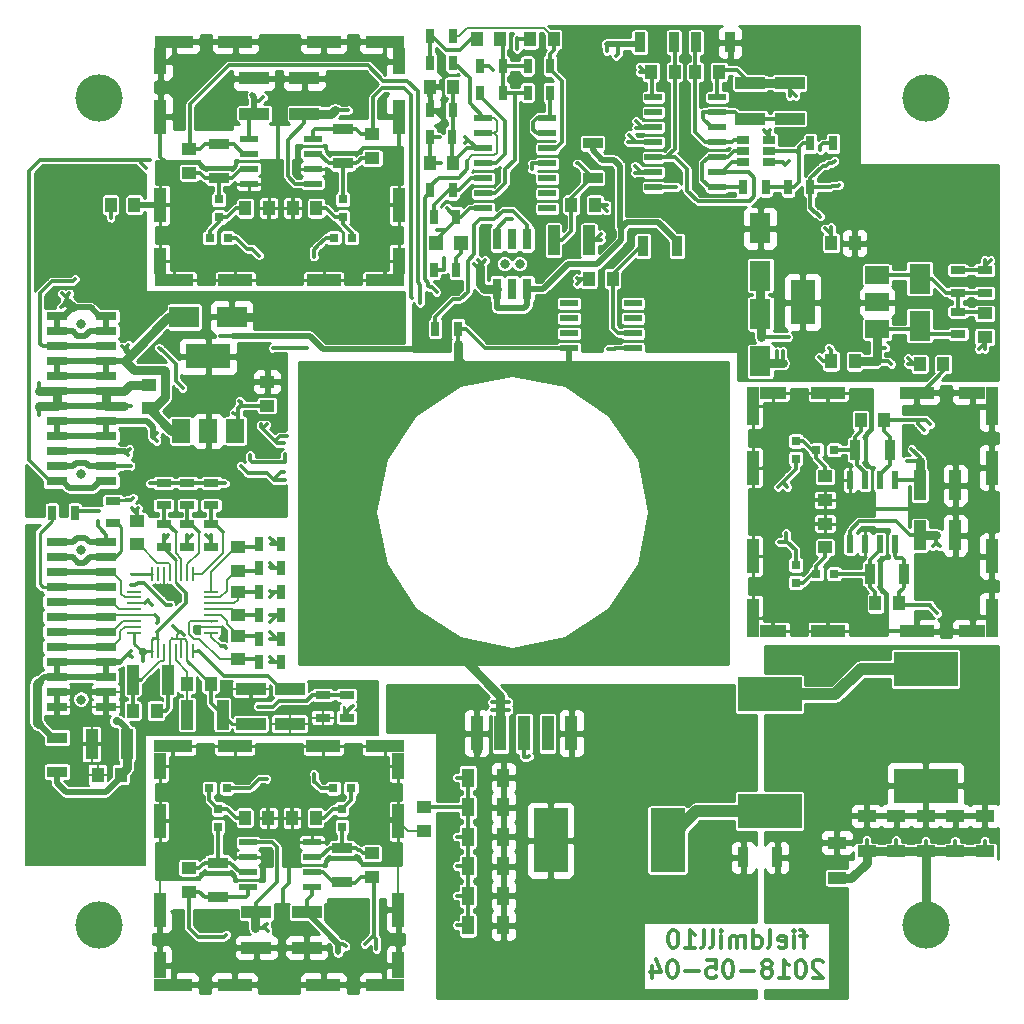
<source format=gbl>
G04 #@! TF.FileFunction,Copper,L6,Bot,Signal*
%FSLAX46Y46*%
G04 Gerber Fmt 4.6, Leading zero omitted, Abs format (unit mm)*
G04 Created by KiCad (PCBNEW 4.0.5+dfsg1-4) date Fri May  4 16:50:57 2018*
%MOMM*%
%LPD*%
G01*
G04 APERTURE LIST*
%ADD10C,0.100000*%
%ADD11C,0.300000*%
%ADD12R,1.198880X1.198880*%
%ADD13R,2.500000X1.000000*%
%ADD14R,1.000000X2.500000*%
%ADD15R,0.760000X1.800000*%
%ADD16R,0.700000X1.300000*%
%ADD17R,1.200000X0.280000*%
%ADD18R,0.280000X1.200000*%
%ADD19R,0.600000X1.550000*%
%ADD20R,1.300000X0.700000*%
%ADD21R,1.000000X1.250000*%
%ADD22R,1.250000X1.000000*%
%ADD23R,1.550000X0.600000*%
%ADD24R,1.060000X0.650000*%
%ADD25R,1.500000X0.600000*%
%ADD26C,4.000000*%
%ADD27R,1.000000X3.000000*%
%ADD28R,1.600000X1.000000*%
%ADD29R,1.000000X1.600000*%
%ADD30R,2.499360X1.800860*%
%ADD31R,1.800860X2.499360*%
%ADD32R,0.750000X0.800000*%
%ADD33R,0.800000X0.750000*%
%ADD34R,5.400000X2.900000*%
%ADD35R,2.900000X5.400000*%
%ADD36R,2.900000X1.000000*%
%ADD37R,3.300000X1.000000*%
%ADD38R,1.000000X2.900000*%
%ADD39R,1.000000X2.300000*%
%ADD40R,1.000000X3.300000*%
%ADD41R,2.300000X1.000000*%
%ADD42R,1.700000X0.900000*%
%ADD43R,0.900000X1.700000*%
%ADD44R,2.000000X3.800000*%
%ADD45R,2.000000X1.500000*%
%ADD46R,3.800000X2.000000*%
%ADD47R,1.500000X2.000000*%
%ADD48R,1.800000X0.760000*%
%ADD49C,0.800000*%
%ADD50C,0.325000*%
%ADD51C,1.100000*%
%ADD52C,0.700000*%
%ADD53C,0.750000*%
%ADD54C,0.500000*%
%ADD55C,0.200000*%
%ADD56C,0.250000*%
%ADD57C,1.000000*%
%ADD58C,0.254000*%
G04 APERTURE END LIST*
D10*
D11*
X124928571Y-135903571D02*
X124357142Y-135903571D01*
X124714285Y-136903571D02*
X124714285Y-135617857D01*
X124642857Y-135475000D01*
X124499999Y-135403571D01*
X124357142Y-135403571D01*
X123857142Y-136903571D02*
X123857142Y-135903571D01*
X123857142Y-135403571D02*
X123928571Y-135475000D01*
X123857142Y-135546429D01*
X123785714Y-135475000D01*
X123857142Y-135403571D01*
X123857142Y-135546429D01*
X122571428Y-136832143D02*
X122714285Y-136903571D01*
X122999999Y-136903571D01*
X123142856Y-136832143D01*
X123214285Y-136689286D01*
X123214285Y-136117857D01*
X123142856Y-135975000D01*
X122999999Y-135903571D01*
X122714285Y-135903571D01*
X122571428Y-135975000D01*
X122499999Y-136117857D01*
X122499999Y-136260714D01*
X123214285Y-136403571D01*
X121642856Y-136903571D02*
X121785714Y-136832143D01*
X121857142Y-136689286D01*
X121857142Y-135403571D01*
X120428571Y-136903571D02*
X120428571Y-135403571D01*
X120428571Y-136832143D02*
X120571428Y-136903571D01*
X120857142Y-136903571D01*
X121000000Y-136832143D01*
X121071428Y-136760714D01*
X121142857Y-136617857D01*
X121142857Y-136189286D01*
X121071428Y-136046429D01*
X121000000Y-135975000D01*
X120857142Y-135903571D01*
X120571428Y-135903571D01*
X120428571Y-135975000D01*
X119714285Y-136903571D02*
X119714285Y-135903571D01*
X119714285Y-136046429D02*
X119642857Y-135975000D01*
X119499999Y-135903571D01*
X119285714Y-135903571D01*
X119142857Y-135975000D01*
X119071428Y-136117857D01*
X119071428Y-136903571D01*
X119071428Y-136117857D02*
X118999999Y-135975000D01*
X118857142Y-135903571D01*
X118642857Y-135903571D01*
X118499999Y-135975000D01*
X118428571Y-136117857D01*
X118428571Y-136903571D01*
X117714285Y-136903571D02*
X117714285Y-135903571D01*
X117714285Y-135403571D02*
X117785714Y-135475000D01*
X117714285Y-135546429D01*
X117642857Y-135475000D01*
X117714285Y-135403571D01*
X117714285Y-135546429D01*
X116785713Y-136903571D02*
X116928571Y-136832143D01*
X116999999Y-136689286D01*
X116999999Y-135403571D01*
X115999999Y-136903571D02*
X116142857Y-136832143D01*
X116214285Y-136689286D01*
X116214285Y-135403571D01*
X114642857Y-136903571D02*
X115500000Y-136903571D01*
X115071428Y-136903571D02*
X115071428Y-135403571D01*
X115214285Y-135617857D01*
X115357143Y-135760714D01*
X115500000Y-135832143D01*
X113714286Y-135403571D02*
X113571429Y-135403571D01*
X113428572Y-135475000D01*
X113357143Y-135546429D01*
X113285714Y-135689286D01*
X113214286Y-135975000D01*
X113214286Y-136332143D01*
X113285714Y-136617857D01*
X113357143Y-136760714D01*
X113428572Y-136832143D01*
X113571429Y-136903571D01*
X113714286Y-136903571D01*
X113857143Y-136832143D01*
X113928572Y-136760714D01*
X114000000Y-136617857D01*
X114071429Y-136332143D01*
X114071429Y-135975000D01*
X114000000Y-135689286D01*
X113928572Y-135546429D01*
X113857143Y-135475000D01*
X113714286Y-135403571D01*
X126285713Y-138096429D02*
X126214284Y-138025000D01*
X126071427Y-137953571D01*
X125714284Y-137953571D01*
X125571427Y-138025000D01*
X125499998Y-138096429D01*
X125428570Y-138239286D01*
X125428570Y-138382143D01*
X125499998Y-138596429D01*
X126357141Y-139453571D01*
X125428570Y-139453571D01*
X124499999Y-137953571D02*
X124357142Y-137953571D01*
X124214285Y-138025000D01*
X124142856Y-138096429D01*
X124071427Y-138239286D01*
X123999999Y-138525000D01*
X123999999Y-138882143D01*
X124071427Y-139167857D01*
X124142856Y-139310714D01*
X124214285Y-139382143D01*
X124357142Y-139453571D01*
X124499999Y-139453571D01*
X124642856Y-139382143D01*
X124714285Y-139310714D01*
X124785713Y-139167857D01*
X124857142Y-138882143D01*
X124857142Y-138525000D01*
X124785713Y-138239286D01*
X124714285Y-138096429D01*
X124642856Y-138025000D01*
X124499999Y-137953571D01*
X122571428Y-139453571D02*
X123428571Y-139453571D01*
X122999999Y-139453571D02*
X122999999Y-137953571D01*
X123142856Y-138167857D01*
X123285714Y-138310714D01*
X123428571Y-138382143D01*
X121714285Y-138596429D02*
X121857143Y-138525000D01*
X121928571Y-138453571D01*
X122000000Y-138310714D01*
X122000000Y-138239286D01*
X121928571Y-138096429D01*
X121857143Y-138025000D01*
X121714285Y-137953571D01*
X121428571Y-137953571D01*
X121285714Y-138025000D01*
X121214285Y-138096429D01*
X121142857Y-138239286D01*
X121142857Y-138310714D01*
X121214285Y-138453571D01*
X121285714Y-138525000D01*
X121428571Y-138596429D01*
X121714285Y-138596429D01*
X121857143Y-138667857D01*
X121928571Y-138739286D01*
X122000000Y-138882143D01*
X122000000Y-139167857D01*
X121928571Y-139310714D01*
X121857143Y-139382143D01*
X121714285Y-139453571D01*
X121428571Y-139453571D01*
X121285714Y-139382143D01*
X121214285Y-139310714D01*
X121142857Y-139167857D01*
X121142857Y-138882143D01*
X121214285Y-138739286D01*
X121285714Y-138667857D01*
X121428571Y-138596429D01*
X120500000Y-138882143D02*
X119357143Y-138882143D01*
X118357143Y-137953571D02*
X118214286Y-137953571D01*
X118071429Y-138025000D01*
X118000000Y-138096429D01*
X117928571Y-138239286D01*
X117857143Y-138525000D01*
X117857143Y-138882143D01*
X117928571Y-139167857D01*
X118000000Y-139310714D01*
X118071429Y-139382143D01*
X118214286Y-139453571D01*
X118357143Y-139453571D01*
X118500000Y-139382143D01*
X118571429Y-139310714D01*
X118642857Y-139167857D01*
X118714286Y-138882143D01*
X118714286Y-138525000D01*
X118642857Y-138239286D01*
X118571429Y-138096429D01*
X118500000Y-138025000D01*
X118357143Y-137953571D01*
X116500000Y-137953571D02*
X117214286Y-137953571D01*
X117285715Y-138667857D01*
X117214286Y-138596429D01*
X117071429Y-138525000D01*
X116714286Y-138525000D01*
X116571429Y-138596429D01*
X116500000Y-138667857D01*
X116428572Y-138810714D01*
X116428572Y-139167857D01*
X116500000Y-139310714D01*
X116571429Y-139382143D01*
X116714286Y-139453571D01*
X117071429Y-139453571D01*
X117214286Y-139382143D01*
X117285715Y-139310714D01*
X115785715Y-138882143D02*
X114642858Y-138882143D01*
X113642858Y-137953571D02*
X113500001Y-137953571D01*
X113357144Y-138025000D01*
X113285715Y-138096429D01*
X113214286Y-138239286D01*
X113142858Y-138525000D01*
X113142858Y-138882143D01*
X113214286Y-139167857D01*
X113285715Y-139310714D01*
X113357144Y-139382143D01*
X113500001Y-139453571D01*
X113642858Y-139453571D01*
X113785715Y-139382143D01*
X113857144Y-139310714D01*
X113928572Y-139167857D01*
X114000001Y-138882143D01*
X114000001Y-138525000D01*
X113928572Y-138239286D01*
X113857144Y-138096429D01*
X113785715Y-138025000D01*
X113642858Y-137953571D01*
X111857144Y-138453571D02*
X111857144Y-139453571D01*
X112214287Y-137882143D02*
X112571430Y-138953571D01*
X111642858Y-138953571D01*
D12*
X93550980Y-77250000D03*
X95649020Y-77250000D03*
D13*
X81200000Y-115000000D03*
X81200000Y-118000000D03*
D14*
X67900000Y-114200000D03*
X70900000Y-114200000D03*
D15*
X101270000Y-81100000D03*
X101270000Y-76900000D03*
X100000000Y-81100000D03*
X100000000Y-76900000D03*
X98730000Y-81100000D03*
X98730000Y-76900000D03*
D16*
X93050000Y-72750000D03*
X94950000Y-72750000D03*
D17*
X74500000Y-106750000D03*
X74500000Y-107250000D03*
X74500000Y-107750000D03*
X74500000Y-108250000D03*
X74500000Y-108750000D03*
X74500000Y-109250000D03*
X74500000Y-109750000D03*
X74500000Y-110250000D03*
D18*
X73000000Y-111750000D03*
X72500000Y-111750000D03*
X72000000Y-111750000D03*
X71500000Y-111750000D03*
X71000000Y-111750000D03*
X70500000Y-111750000D03*
X70000000Y-111750000D03*
X69500000Y-111750000D03*
D17*
X68000000Y-110250000D03*
X68000000Y-109750000D03*
X68000000Y-109250000D03*
X68000000Y-108750000D03*
X68000000Y-108250000D03*
X68000000Y-107750000D03*
X68000000Y-107250000D03*
X68000000Y-106750000D03*
D18*
X69500000Y-105250000D03*
X70000000Y-105250000D03*
X70500000Y-105250000D03*
X71000000Y-105250000D03*
X71500000Y-105250000D03*
X72000000Y-105250000D03*
X72500000Y-105250000D03*
X73000000Y-105250000D03*
D19*
X132405000Y-102700000D03*
X131135000Y-102700000D03*
X129865000Y-102700000D03*
X128595000Y-102700000D03*
X128595000Y-97300000D03*
X129865000Y-97300000D03*
X131135000Y-97300000D03*
X132405000Y-97300000D03*
D20*
X86000000Y-115550000D03*
X86000000Y-117450000D03*
D21*
X117500000Y-62750000D03*
X115500000Y-62750000D03*
X77350000Y-125900000D03*
X79350000Y-125900000D03*
D16*
X93050000Y-62000000D03*
X94950000Y-62000000D03*
D22*
X69250000Y-91250000D03*
X69250000Y-89250000D03*
D21*
X93000000Y-70500000D03*
X95000000Y-70500000D03*
D16*
X93500000Y-84500000D03*
X95400000Y-84500000D03*
X94900000Y-68250000D03*
X93000000Y-68250000D03*
D22*
X140000000Y-85200000D03*
X140000000Y-83200000D03*
D21*
X127000000Y-77250000D03*
X129000000Y-77250000D03*
X127000000Y-87250000D03*
X129000000Y-87250000D03*
D22*
X68250000Y-100750000D03*
X68250000Y-102750000D03*
X76750000Y-106750000D03*
X76750000Y-108750000D03*
X79250000Y-89000000D03*
X79250000Y-91000000D03*
D21*
X111750000Y-62750000D03*
X113750000Y-62750000D03*
D22*
X76750000Y-103000000D03*
X76750000Y-105000000D03*
X76750000Y-110500000D03*
X76750000Y-112500000D03*
D21*
X66900000Y-122300000D03*
X64900000Y-122300000D03*
X74500000Y-114600000D03*
X72500000Y-114600000D03*
X67900000Y-116900000D03*
X69900000Y-116900000D03*
X108500000Y-80250000D03*
X106500000Y-80250000D03*
X105000000Y-74000000D03*
X107000000Y-74000000D03*
X97000000Y-60000000D03*
X99000000Y-60000000D03*
X81350000Y-125900000D03*
X83350000Y-125900000D03*
X83400000Y-74300000D03*
X81400000Y-74300000D03*
D20*
X70500000Y-101050000D03*
X70500000Y-102950000D03*
X72500000Y-101050000D03*
X72500000Y-102950000D03*
X84000000Y-115550000D03*
X84000000Y-117450000D03*
X74500000Y-101050000D03*
X74500000Y-102950000D03*
X70500000Y-99450000D03*
X70500000Y-97550000D03*
X72500000Y-99450000D03*
X72500000Y-97550000D03*
D16*
X125250000Y-68800000D03*
X127150000Y-68800000D03*
D20*
X74500000Y-99450000D03*
X74500000Y-97550000D03*
X66200000Y-99050000D03*
X66200000Y-100950000D03*
D16*
X78550000Y-102750000D03*
X80450000Y-102750000D03*
X80450000Y-104750000D03*
X78550000Y-104750000D03*
X78550000Y-106750000D03*
X80450000Y-106750000D03*
X80450000Y-108750000D03*
X78550000Y-108750000D03*
X78550000Y-110750000D03*
X80450000Y-110750000D03*
X80450000Y-112750000D03*
X78550000Y-112750000D03*
D23*
X77650000Y-131805000D03*
X77650000Y-130535000D03*
X77650000Y-129265000D03*
X77650000Y-127995000D03*
X83050000Y-127995000D03*
X83050000Y-129265000D03*
X83050000Y-130535000D03*
X83050000Y-131805000D03*
X110200000Y-82345000D03*
X110200000Y-83615000D03*
X110200000Y-84885000D03*
X110200000Y-86155000D03*
X104800000Y-86155000D03*
X104800000Y-84885000D03*
X104800000Y-83615000D03*
X104800000Y-82345000D03*
X83100000Y-68395000D03*
X83100000Y-69665000D03*
X83100000Y-70935000D03*
X83100000Y-72205000D03*
X77700000Y-72205000D03*
X77700000Y-70935000D03*
X77700000Y-69665000D03*
X77700000Y-68395000D03*
D16*
X93350000Y-75000000D03*
X95250000Y-75000000D03*
D22*
X126500000Y-103000000D03*
X126500000Y-101000000D03*
X126500000Y-99000000D03*
X126500000Y-97000000D03*
D13*
X120150000Y-66700000D03*
X120150000Y-63700000D03*
D21*
X103500000Y-60000000D03*
X101500000Y-60000000D03*
X79400000Y-74300000D03*
X77400000Y-74300000D03*
D24*
X119550000Y-70400000D03*
X119550000Y-69450000D03*
X119550000Y-68500000D03*
X121750000Y-68500000D03*
X121750000Y-70400000D03*
X121750000Y-69450000D03*
D25*
X111950000Y-72510000D03*
X111950000Y-71240000D03*
X111950000Y-69970000D03*
X111950000Y-68700000D03*
X111950000Y-67430000D03*
X111950000Y-66160000D03*
X111950000Y-64890000D03*
X117350000Y-64890000D03*
X117350000Y-66160000D03*
X117350000Y-67430000D03*
X117350000Y-68700000D03*
X117350000Y-69970000D03*
X117350000Y-71240000D03*
X117350000Y-72510000D03*
D21*
X95000000Y-64000000D03*
X93000000Y-64000000D03*
D16*
X62950000Y-100100000D03*
X61050000Y-100100000D03*
X94950000Y-66000000D03*
X93050000Y-66000000D03*
D26*
X65000000Y-135000000D03*
X135000000Y-135000000D03*
X65000000Y-65000000D03*
X135000000Y-65000000D03*
D27*
X105000000Y-118750000D03*
X103000000Y-118750000D03*
X101000000Y-118750000D03*
X99000000Y-118750000D03*
X97000000Y-118750000D03*
D16*
X95250000Y-79500000D03*
X93350000Y-79500000D03*
X94950000Y-59750000D03*
X93050000Y-59750000D03*
X101300000Y-62250000D03*
X103200000Y-62250000D03*
X101300000Y-64500000D03*
X103200000Y-64500000D03*
D21*
X136500000Y-87500000D03*
X134500000Y-87500000D03*
D22*
X92500000Y-127000000D03*
X92500000Y-125000000D03*
D21*
X68000000Y-74000000D03*
X66000000Y-74000000D03*
D16*
X125250000Y-72500000D03*
X123350000Y-72500000D03*
D14*
X67400000Y-119700000D03*
X64400000Y-119700000D03*
D13*
X82600000Y-133900000D03*
X82600000Y-136900000D03*
D22*
X72600000Y-130150000D03*
X72600000Y-132150000D03*
D13*
X78150000Y-66300000D03*
X78150000Y-63300000D03*
D14*
X134500000Y-97750000D03*
X137500000Y-97750000D03*
X75500000Y-117200000D03*
X72500000Y-117200000D03*
D22*
X88100000Y-128900000D03*
X88100000Y-130900000D03*
X88150000Y-70050000D03*
X88150000Y-68050000D03*
D28*
X130000000Y-125750000D03*
X130000000Y-128750000D03*
X132500000Y-125750000D03*
X132500000Y-128750000D03*
D22*
X72650000Y-71300000D03*
X72650000Y-69300000D03*
D28*
X135000000Y-125750000D03*
X135000000Y-128750000D03*
D21*
X130750000Y-107750000D03*
X132750000Y-107750000D03*
D28*
X137500000Y-125750000D03*
X137500000Y-128750000D03*
X140000000Y-125750000D03*
X140000000Y-128750000D03*
D21*
X129500000Y-92250000D03*
X131500000Y-92250000D03*
D29*
X99250000Y-122500000D03*
X96250000Y-122500000D03*
X99250000Y-125000000D03*
X96250000Y-125000000D03*
X99250000Y-127500000D03*
X96250000Y-127500000D03*
X99250000Y-130000000D03*
X96250000Y-130000000D03*
D28*
X127500000Y-128000000D03*
X127500000Y-131000000D03*
D29*
X99250000Y-132500000D03*
X96250000Y-132500000D03*
X99250000Y-135000000D03*
X96250000Y-135000000D03*
D13*
X77900000Y-115000000D03*
X77900000Y-118000000D03*
X78350000Y-136900000D03*
X78350000Y-133900000D03*
X82400000Y-63300000D03*
X82400000Y-66300000D03*
D14*
X137500000Y-102000000D03*
X134500000Y-102000000D03*
X103500000Y-77000000D03*
X106500000Y-77000000D03*
D13*
X123500000Y-66700000D03*
X123500000Y-63700000D03*
D30*
X72251020Y-83500000D03*
X76248980Y-83500000D03*
D31*
X121000000Y-87248980D03*
X121000000Y-83251020D03*
X134500000Y-80251020D03*
X134500000Y-84248980D03*
X121000000Y-79998980D03*
X121000000Y-76001020D03*
D32*
X75100000Y-125150000D03*
X75100000Y-126650000D03*
D33*
X75850000Y-123400000D03*
X74350000Y-123400000D03*
D32*
X85600000Y-125150000D03*
X85600000Y-126650000D03*
D33*
X84850000Y-123400000D03*
X86350000Y-123400000D03*
D32*
X85650000Y-75050000D03*
X85650000Y-73550000D03*
D33*
X84900000Y-76800000D03*
X86400000Y-76800000D03*
D32*
X75150000Y-75050000D03*
X75150000Y-73550000D03*
D33*
X75900000Y-76800000D03*
X74400000Y-76800000D03*
X125750000Y-105250000D03*
X127250000Y-105250000D03*
D32*
X124000000Y-104500000D03*
X124000000Y-106000000D03*
D33*
X125750000Y-94750000D03*
X127250000Y-94750000D03*
D32*
X124000000Y-95500000D03*
X124000000Y-94000000D03*
D34*
X135000000Y-123200000D03*
X135000000Y-113300000D03*
X121800000Y-115450000D03*
X121800000Y-125350000D03*
D35*
X113150000Y-127800000D03*
X103250000Y-127800000D03*
D36*
X84000000Y-140050000D03*
X76500000Y-140050000D03*
X84000000Y-119850000D03*
X76500000Y-119850000D03*
D37*
X89200000Y-140050000D03*
X71300000Y-140050000D03*
X71300000Y-119850000D03*
X89200000Y-119850000D03*
D38*
X90350000Y-133700000D03*
X90350000Y-126200000D03*
X70150000Y-133700000D03*
X70150000Y-126200000D03*
D39*
X90350000Y-138400000D03*
X70150000Y-138400000D03*
X70150000Y-121500000D03*
X90350000Y-121500000D03*
D36*
X76550000Y-60200000D03*
X84050000Y-60200000D03*
X76550000Y-80400000D03*
X84050000Y-80400000D03*
D37*
X71350000Y-60200000D03*
X89250000Y-60200000D03*
X89250000Y-80400000D03*
X71350000Y-80400000D03*
D38*
X70200000Y-66550000D03*
X70200000Y-74050000D03*
X90400000Y-66550000D03*
X90400000Y-74050000D03*
D39*
X70200000Y-61850000D03*
X90400000Y-61850000D03*
X90400000Y-78750000D03*
X70200000Y-78750000D03*
D38*
X140600000Y-96250000D03*
X140600000Y-103750000D03*
X120400000Y-96250000D03*
X120400000Y-103750000D03*
D40*
X140600000Y-91050000D03*
X140600000Y-108950000D03*
X120400000Y-108950000D03*
X120400000Y-91050000D03*
D36*
X134250000Y-89900000D03*
X126750000Y-89900000D03*
X134250000Y-110100000D03*
X126750000Y-110100000D03*
D41*
X138950000Y-89900000D03*
X138950000Y-110100000D03*
X122050000Y-110100000D03*
X122050000Y-89900000D03*
D42*
X61500000Y-119150000D03*
X61500000Y-122050000D03*
D43*
X111050000Y-77500000D03*
X113950000Y-77500000D03*
D42*
X106800000Y-71700000D03*
X106800000Y-68800000D03*
D20*
X137750000Y-79550000D03*
X137750000Y-81450000D03*
X140000000Y-79550000D03*
X140000000Y-81450000D03*
X137750000Y-83050000D03*
X137750000Y-84950000D03*
D16*
X99200000Y-64500000D03*
X97300000Y-64500000D03*
X97300000Y-62250000D03*
X99200000Y-62250000D03*
D42*
X75100000Y-129700000D03*
X75100000Y-132600000D03*
D16*
X121450000Y-72500000D03*
X119550000Y-72500000D03*
D42*
X85600000Y-128450000D03*
X85600000Y-131350000D03*
X75150000Y-71750000D03*
X75150000Y-68850000D03*
D43*
X110800000Y-60250000D03*
X113700000Y-60250000D03*
X129050000Y-94750000D03*
X131950000Y-94750000D03*
D42*
X85650000Y-70500000D03*
X85650000Y-67600000D03*
D43*
X115550000Y-60250000D03*
X118450000Y-60250000D03*
X122450000Y-129250000D03*
X119550000Y-129250000D03*
X130300000Y-105250000D03*
X133200000Y-105250000D03*
D25*
X97550000Y-74310000D03*
X97550000Y-73040000D03*
X97550000Y-71770000D03*
X97550000Y-70500000D03*
X97550000Y-69230000D03*
X97550000Y-67960000D03*
X97550000Y-66690000D03*
X102950000Y-66690000D03*
X102950000Y-67960000D03*
X102950000Y-69230000D03*
X102950000Y-70500000D03*
X102950000Y-71770000D03*
X102950000Y-73040000D03*
X102950000Y-74310000D03*
D44*
X124600000Y-82250000D03*
D45*
X130900000Y-82250000D03*
X130900000Y-84550000D03*
X130900000Y-79950000D03*
D46*
X74250000Y-86850000D03*
D47*
X74250000Y-93150000D03*
X71950000Y-93150000D03*
X76550000Y-93150000D03*
D48*
X65620000Y-102575000D03*
X61420000Y-102575000D03*
X65620000Y-103845000D03*
X61420000Y-103845000D03*
X65620000Y-105115000D03*
X61420000Y-105115000D03*
X65620000Y-106385000D03*
X61420000Y-106385000D03*
X65620000Y-107655000D03*
X61420000Y-107655000D03*
X65620000Y-108925000D03*
X61420000Y-108925000D03*
X65620000Y-110195000D03*
X61420000Y-110195000D03*
X65620000Y-111465000D03*
X61420000Y-111465000D03*
X65620000Y-112735000D03*
X61420000Y-112735000D03*
X65620000Y-114005000D03*
X61420000Y-114005000D03*
X65620000Y-115275000D03*
X61420000Y-115275000D03*
X65620000Y-116545000D03*
X61420000Y-116545000D03*
X65620000Y-83455000D03*
X61420000Y-83455000D03*
X65620000Y-84725000D03*
X61420000Y-84725000D03*
X65620000Y-85995000D03*
X61420000Y-85995000D03*
X65620000Y-87265000D03*
X61420000Y-87265000D03*
X65620000Y-88535000D03*
X61420000Y-88535000D03*
X65620000Y-89805000D03*
X61420000Y-89805000D03*
X65620000Y-91075000D03*
X61420000Y-91075000D03*
X65620000Y-92345000D03*
X61420000Y-92345000D03*
X65620000Y-93615000D03*
X61420000Y-93615000D03*
X65620000Y-94885000D03*
X61420000Y-94885000D03*
X65620000Y-96155000D03*
X61420000Y-96155000D03*
X65620000Y-97425000D03*
X61420000Y-97425000D03*
D49*
X99365000Y-79000000D03*
X100635000Y-79000000D03*
X63520000Y-96790000D03*
X63520000Y-84090000D03*
X63520000Y-115910000D03*
X63520000Y-103210000D03*
D50*
X63400000Y-118600000D03*
X94250000Y-78500000D03*
X77750000Y-116500000D03*
X77250000Y-116500000D03*
X108000000Y-74500000D03*
X107500000Y-76500000D03*
X105500000Y-80700000D03*
X140500000Y-78700000D03*
X139500000Y-86200000D03*
X126800000Y-86100000D03*
X133500000Y-87000000D03*
X126500000Y-76000000D03*
X101700000Y-71000000D03*
X121300000Y-67700000D03*
X126100000Y-69400000D03*
X124000000Y-64800000D03*
X98400000Y-62600000D03*
X100400000Y-60800000D03*
X110800000Y-62300000D03*
X73300000Y-110300000D03*
X70800000Y-106900000D03*
X67800000Y-99700000D03*
X140000000Y-127850000D03*
X137500000Y-127850000D03*
X135000000Y-127850000D03*
X132500000Y-127800000D03*
X130000000Y-127750000D03*
X59900000Y-89100000D03*
X59900000Y-91800000D03*
X67700000Y-91000000D03*
X67650000Y-89250000D03*
X67100004Y-91000000D03*
X67100000Y-89800000D03*
X59905000Y-89805000D03*
X59925000Y-91075000D03*
X94200000Y-79500000D03*
X94000000Y-70500000D03*
X93900000Y-68300000D03*
X98100000Y-62300000D03*
X100400000Y-59900000D03*
X66000000Y-75100000D03*
X76900000Y-90600000D03*
X76400000Y-91600000D03*
X76800000Y-91200000D03*
X69300000Y-97600000D03*
X75700000Y-97600000D03*
X68300000Y-99700000D03*
X70789508Y-106496182D03*
X73302030Y-109849074D03*
X63500000Y-119700000D03*
X63500000Y-117100000D03*
X62900000Y-117100000D03*
X62900000Y-118600000D03*
X65500000Y-119700000D03*
X98300000Y-116800000D03*
X98300000Y-116100000D03*
X99700000Y-116800000D03*
X99700000Y-116100000D03*
X95300000Y-122500000D03*
X95300000Y-125000000D03*
X95300000Y-127500000D03*
X95300000Y-130000000D03*
X95300000Y-135000000D03*
X95300000Y-132500000D03*
X126000000Y-86900000D03*
X133500000Y-87500000D03*
X140000000Y-86200000D03*
X140000000Y-78700000D03*
X127000000Y-75900000D03*
X107500000Y-77000000D03*
X105500000Y-80200000D03*
X101700000Y-70500000D03*
X108000000Y-74000000D03*
X110800000Y-62800000D03*
X123500000Y-64800000D03*
X121800000Y-67700000D03*
X126100000Y-69000000D03*
D51*
X95810253Y-111511235D03*
X112250000Y-100000000D03*
X112063895Y-102127190D03*
X111511235Y-104189747D03*
X110608811Y-106125000D03*
X109384044Y-107874148D03*
X107874148Y-109384044D03*
X106125000Y-110608811D03*
X104189747Y-111511235D03*
X102127190Y-112063895D03*
X100000000Y-112250000D03*
X97872810Y-112063895D03*
X93875000Y-110608811D03*
X92125852Y-109384044D03*
X90615956Y-107874148D03*
X89391189Y-106125000D03*
X88488765Y-104189747D03*
X87936105Y-102127190D03*
X87750000Y-100000000D03*
X87936105Y-97872810D03*
X88488765Y-95810253D03*
X89391189Y-93875000D03*
X90615956Y-92125852D03*
X92125852Y-90615956D03*
X93875000Y-89391189D03*
X95810253Y-88488765D03*
X97872810Y-87936105D03*
X100000000Y-87750000D03*
X102127190Y-87936105D03*
X104189747Y-88488765D03*
X106125000Y-89391189D03*
X107874148Y-90615956D03*
X109384044Y-92125852D03*
X110608811Y-93875000D03*
X111511235Y-95810253D03*
X112063895Y-97872810D03*
D50*
X83800000Y-123400000D03*
X83400000Y-123000000D03*
X83200000Y-122200000D03*
X78200000Y-123000000D03*
X78600000Y-122600000D03*
X79200000Y-122600000D03*
X77300000Y-77500000D03*
X78000000Y-77750000D03*
X78550000Y-78300000D03*
X83600000Y-77400000D03*
X83200000Y-77800000D03*
X83200000Y-78400000D03*
X123400000Y-97000000D03*
X123300000Y-97900000D03*
X122500000Y-97900000D03*
X123550000Y-102800000D03*
X123200000Y-101800000D03*
X122600000Y-102550000D03*
X96800000Y-79000000D03*
X97100000Y-78700000D03*
X97700000Y-78700000D03*
X67800000Y-112300000D03*
X67300000Y-112200000D03*
X67700000Y-111800000D03*
X79500000Y-104300000D03*
X79500000Y-104700000D03*
X88500000Y-137000006D03*
X87500000Y-136600000D03*
X79500000Y-102200000D03*
X79540762Y-102713848D03*
X75800000Y-135800000D03*
X75100000Y-136000000D03*
X79500000Y-109300000D03*
X78000000Y-95800000D03*
X80700000Y-95800000D03*
X79475010Y-108702639D03*
X77800000Y-95200000D03*
X80744982Y-95144982D03*
X92197529Y-82297529D03*
X92200000Y-81600000D03*
X79500000Y-107200000D03*
X80700000Y-96600000D03*
X77600000Y-96700000D03*
X79500000Y-106700000D03*
X77000000Y-96100000D03*
X80725009Y-97300000D03*
X91500000Y-81900000D03*
X91433580Y-81033395D03*
X79500000Y-112300000D03*
X79500000Y-112700000D03*
X134900000Y-93100000D03*
X135400000Y-92600000D03*
X79500000Y-110200000D03*
X79500000Y-110800000D03*
X136000000Y-108600000D03*
X135400000Y-107900000D03*
X110400000Y-70700000D03*
X69900000Y-109400000D03*
X70000000Y-109000000D03*
X110400000Y-71300000D03*
X78500010Y-116500000D03*
X78999998Y-116500000D03*
X75310000Y-111400000D03*
X75750000Y-111500000D03*
X67700000Y-105300000D03*
X68200000Y-105250000D03*
X67900000Y-98800000D03*
X67300000Y-99000000D03*
X116270000Y-66800000D03*
X113900000Y-72500000D03*
X113400000Y-72500000D03*
X116150008Y-66200000D03*
X126100000Y-75000000D03*
X127700000Y-72300000D03*
X127300000Y-70300000D03*
X126800000Y-70500000D03*
X125700000Y-74700000D03*
X127100000Y-72400000D03*
D52*
X89474991Y-129250000D03*
D50*
X82818196Y-79312510D03*
X83215707Y-79312270D03*
X82386773Y-79279762D03*
X78426477Y-79009550D03*
X77927814Y-78948946D03*
X83121745Y-121054791D03*
X83634792Y-121030415D03*
X121674987Y-102400000D03*
X121686267Y-102008241D03*
X121801382Y-101458327D03*
X121771981Y-98904035D03*
X121742212Y-98342964D03*
X129600000Y-101500000D03*
X130500002Y-101500000D03*
X130950000Y-101500000D03*
X131750000Y-101700000D03*
X131400000Y-101500000D03*
X130050000Y-101500000D03*
X131800000Y-103700000D03*
X131400000Y-103900000D03*
X131100000Y-104200000D03*
X131150000Y-104650000D03*
X131150000Y-105100000D03*
X131150000Y-105550000D03*
X131150000Y-106000000D03*
X131150000Y-106450000D03*
X131450000Y-106750000D03*
X131650000Y-107150000D03*
X131650000Y-107600000D03*
X131650000Y-108050000D03*
X131650000Y-108500000D03*
X131300000Y-108800000D03*
X127950000Y-98400000D03*
X128350000Y-98550000D03*
X130550000Y-98400000D03*
X130100000Y-98550000D03*
X129650000Y-98550000D03*
X129200000Y-98550000D03*
X128750000Y-98550000D03*
X130500000Y-96300000D03*
X130150000Y-96100000D03*
X129850000Y-95850000D03*
X129900000Y-95350000D03*
X129900000Y-94950000D03*
X129900000Y-94550000D03*
X129900000Y-94150000D03*
X129900000Y-93750000D03*
X130050000Y-93300000D03*
X130400000Y-92800000D03*
X130400000Y-92400000D03*
X130400000Y-92000000D03*
X130400000Y-91600000D03*
X130100000Y-91250000D03*
X82050000Y-71600000D03*
X81900000Y-71200000D03*
X82050000Y-69000000D03*
X81900000Y-69400000D03*
X81900000Y-69850000D03*
X81900000Y-70300000D03*
X81900000Y-70750000D03*
X84300002Y-69499998D03*
X84150000Y-69000000D03*
X84750000Y-69650000D03*
X85200000Y-69650000D03*
X85650000Y-69650000D03*
X86100000Y-69650000D03*
X86550000Y-69650000D03*
X86950000Y-69600000D03*
X87200000Y-69300000D03*
X87550000Y-69150000D03*
X88000000Y-69150000D03*
X88450000Y-69150000D03*
X88900000Y-69150000D03*
X89200000Y-69450000D03*
X78850000Y-72800000D03*
X78950000Y-72400000D03*
X78800000Y-70250000D03*
X78950000Y-70600000D03*
X78950000Y-71100000D03*
X78950000Y-71550000D03*
X78950000Y-72000000D03*
X76650000Y-70250000D03*
X76500000Y-70700000D03*
X76100000Y-70900000D03*
X75650000Y-70900000D03*
X75200000Y-70900000D03*
X74750000Y-70900000D03*
X74300000Y-70900000D03*
X73900000Y-70850000D03*
X73600000Y-70550000D03*
X73250000Y-70400000D03*
X72850000Y-70400000D03*
X72450000Y-70400000D03*
X72050000Y-70400000D03*
X71700000Y-70600000D03*
X81800000Y-127600000D03*
X81800000Y-128000000D03*
X81800000Y-128400000D03*
X81800006Y-128800000D03*
X81800000Y-129199994D03*
X81800000Y-129600000D03*
X82000000Y-129950000D03*
X84350002Y-129450000D03*
X84100000Y-129900000D03*
X84850000Y-129300000D03*
X85250000Y-129300000D03*
X85650000Y-129300000D03*
X86050000Y-129300000D03*
X86450000Y-129300000D03*
X86850000Y-129300000D03*
X87100000Y-129600000D03*
X87400000Y-129800000D03*
X87800000Y-129800000D03*
X88200000Y-129800000D03*
X88600000Y-129800000D03*
X89000000Y-129700000D03*
X78899986Y-129050000D03*
X78800000Y-128550000D03*
X78850000Y-129550000D03*
X78850000Y-129950008D03*
X78850000Y-130349994D03*
X78850000Y-130749994D03*
X78700000Y-131150000D03*
X76600000Y-131200000D03*
X76450000Y-130800000D03*
X76100000Y-130550000D03*
X75600000Y-130550000D03*
X75150000Y-130550000D03*
X74700000Y-130550000D03*
X74250000Y-130550000D03*
X73800000Y-130600000D03*
X73500000Y-130950000D03*
X73100000Y-131050000D03*
X72650000Y-131050000D03*
X72200000Y-131050000D03*
X71750000Y-131000000D03*
X77500000Y-122000000D03*
X77200000Y-122250000D03*
X76800000Y-122250006D03*
X77800002Y-121700002D03*
X78000000Y-121250000D03*
X78399996Y-121100000D03*
X78850000Y-121100000D03*
X79250000Y-121100000D03*
X79650000Y-121100000D03*
X80100000Y-121100000D03*
X80500000Y-121100000D03*
X80950000Y-121100000D03*
X81350000Y-121100000D03*
X81800000Y-121100000D03*
X82249986Y-121100000D03*
X82700000Y-121100000D03*
X84000000Y-121300000D03*
X84300000Y-121600000D03*
X84550000Y-121950000D03*
X84850012Y-122250000D03*
X122950000Y-104050000D03*
X122700000Y-103700004D03*
X122400000Y-103400000D03*
X122099996Y-103150000D03*
X121850000Y-102800000D03*
X121850000Y-101100000D03*
X121850000Y-100650000D03*
X121850000Y-100200000D03*
X121850000Y-99750006D03*
X121850000Y-99300000D03*
X121850000Y-97950000D03*
X121900000Y-97500000D03*
X122150000Y-97150000D03*
X122450000Y-96850000D03*
X122750000Y-96550000D03*
X122950000Y-96150000D03*
X123000000Y-95650004D03*
X84000000Y-79149996D03*
X83599990Y-79250000D03*
X85050000Y-77800000D03*
X84650004Y-78100000D03*
X84350000Y-78400000D03*
X84100000Y-78750000D03*
X82000000Y-79250000D03*
X81650004Y-79250000D03*
X81250000Y-79250000D03*
X80850000Y-79250000D03*
X80450002Y-79250000D03*
X80050000Y-79250000D03*
X79650000Y-79250000D03*
X79250000Y-79250000D03*
X78800000Y-79250000D03*
X77550000Y-78700000D03*
X77150000Y-78450000D03*
X76850000Y-78100000D03*
X76550000Y-77800000D03*
X76050000Y-77749998D03*
X75600006Y-77750000D03*
D52*
X89425753Y-128580342D03*
X71250000Y-130500000D03*
X71250000Y-129750000D03*
X71750000Y-129000000D03*
X72500000Y-129000000D03*
X73250000Y-128750000D03*
X73250000Y-128000000D03*
X73250000Y-127250000D03*
X73250000Y-126500000D03*
X73250000Y-125750000D03*
X73250000Y-125000000D03*
X73250000Y-124250000D03*
X73250000Y-123500000D03*
X73250000Y-122750000D03*
X74000000Y-122250000D03*
X74750000Y-122250000D03*
X75500000Y-122250000D03*
X76250000Y-122250000D03*
X89000000Y-127750000D03*
X88250000Y-127750000D03*
X87500000Y-127500000D03*
X87500000Y-126750000D03*
X87500000Y-126000000D03*
X87500000Y-125250000D03*
X87500000Y-124500000D03*
X87500000Y-123750000D03*
X87500000Y-123000000D03*
X87000000Y-122250000D03*
X86250000Y-122250000D03*
X85500000Y-122250000D03*
X89500000Y-70000000D03*
X89500000Y-70750000D03*
X88750000Y-71250000D03*
X88000000Y-71250000D03*
X87500000Y-71750000D03*
X87500000Y-72500000D03*
X87500000Y-73250000D03*
X87500000Y-74000000D03*
X87500000Y-74750000D03*
X87500000Y-75500000D03*
X87500000Y-76250000D03*
X87500000Y-77000000D03*
X87250000Y-77750000D03*
X86500000Y-77750000D03*
X85750000Y-77750000D03*
X129500000Y-91000000D03*
X128750000Y-91000000D03*
X128250000Y-91500000D03*
X128250000Y-92250000D03*
X128000000Y-93000000D03*
X127250000Y-93000000D03*
X126500000Y-93000000D03*
X125750000Y-93000000D03*
X125000000Y-93000000D03*
X124250000Y-93000000D03*
X123500000Y-93000000D03*
X123000000Y-93500000D03*
X123000000Y-94250000D03*
X123000000Y-95000000D03*
X130750000Y-109000000D03*
X130000000Y-109000000D03*
X129500000Y-108500000D03*
X129500000Y-107750000D03*
X129250000Y-107000000D03*
X128500000Y-107000000D03*
X127750000Y-107000000D03*
X127000000Y-107000000D03*
X126250000Y-107000000D03*
X125500000Y-107000000D03*
X124750000Y-107000000D03*
X124000000Y-107000000D03*
X123250000Y-107000000D03*
X123000000Y-106250000D03*
X123000000Y-105500000D03*
X123000000Y-104750000D03*
D50*
X126300000Y-70700000D03*
X125250000Y-74150000D03*
X126600000Y-72500000D03*
X71900000Y-121500000D03*
X122000000Y-108500000D03*
X88700000Y-78900000D03*
D52*
X73250000Y-74000000D03*
X73250000Y-73250000D03*
X73250000Y-72500000D03*
X72500000Y-72500000D03*
X71750000Y-72500000D03*
X71250000Y-71750000D03*
X71250000Y-71000000D03*
X75000000Y-77750000D03*
X74250000Y-77750000D03*
X73500000Y-77750000D03*
X73250000Y-77000000D03*
X73250000Y-76250000D03*
X73250000Y-75500000D03*
X73250000Y-74750000D03*
D50*
X74100000Y-102000000D03*
X72900000Y-102000000D03*
X70900000Y-102000000D03*
X67100000Y-118100000D03*
X68700000Y-112600000D03*
D52*
X66500000Y-117750000D03*
X68700000Y-111900000D03*
D50*
X70500000Y-102000000D03*
X72500000Y-102000000D03*
X74500000Y-102000000D03*
X105900000Y-70800000D03*
X99400000Y-68900000D03*
X99400000Y-68000000D03*
X105500000Y-70500000D03*
X67500000Y-85900000D03*
X67000000Y-86000000D03*
X108800000Y-61400000D03*
X108000000Y-61000000D03*
X129700000Y-75800000D03*
X94000000Y-63500000D03*
X94100000Y-66700000D03*
X76400000Y-85100000D03*
X75900000Y-85100000D03*
X75300000Y-85100004D03*
X94000000Y-64000000D03*
X94100000Y-66000000D03*
X129500000Y-83750000D03*
X129000000Y-83750000D03*
X128500000Y-83750000D03*
X128000000Y-83750000D03*
X127500000Y-83750000D03*
X127000000Y-83750000D03*
X126500000Y-83750000D03*
X126500000Y-80750000D03*
X127000000Y-80750000D03*
X127500000Y-80750000D03*
X128000000Y-80750000D03*
X128500000Y-80750000D03*
X129500000Y-80750000D03*
X129000000Y-80750000D03*
X129000000Y-81250000D03*
X128500000Y-81250000D03*
X128000000Y-81250000D03*
X127500000Y-81250000D03*
X127000000Y-81250000D03*
X126500000Y-81250000D03*
X126500000Y-83250000D03*
X127000000Y-83250000D03*
X127500000Y-83250000D03*
X128000000Y-83250000D03*
X128500000Y-83250000D03*
X129000000Y-83250000D03*
X129000000Y-82750000D03*
X128500000Y-82750000D03*
X128000000Y-82750000D03*
X127500000Y-82750000D03*
X127000000Y-82750000D03*
X126500000Y-82750000D03*
X126000000Y-82250000D03*
X126500000Y-81750000D03*
X127000000Y-81750000D03*
X127500000Y-81750000D03*
X128000000Y-81750000D03*
X128500000Y-81750000D03*
X129000000Y-81750000D03*
X129500000Y-82250000D03*
X129000000Y-82250000D03*
X128500000Y-82250000D03*
X128000000Y-82250000D03*
X127500000Y-82250000D03*
X127000000Y-82250000D03*
X126500000Y-82250000D03*
X69900000Y-94000000D03*
X69900000Y-93300000D03*
X129000000Y-75799998D03*
X101400000Y-120700000D03*
X101000000Y-120750000D03*
X63000000Y-80300000D03*
X62500000Y-80500000D03*
X61800000Y-82700000D03*
X62299999Y-82199999D03*
X124400000Y-130000000D03*
X125700000Y-129200000D03*
X125600000Y-128700000D03*
X61900000Y-81500000D03*
X62500000Y-81500000D03*
X79200000Y-92600000D03*
X80900000Y-93600000D03*
X78700000Y-92600000D03*
X80700000Y-94200000D03*
X93600000Y-81400000D03*
X86500000Y-116400000D03*
X93000000Y-81000000D03*
X85800000Y-116524990D03*
X94500000Y-74300000D03*
X93600000Y-76100000D03*
X67600000Y-94700000D03*
X67500000Y-95200000D03*
X69000000Y-70900000D03*
X123400000Y-70300000D03*
X69300000Y-70200000D03*
X123100000Y-70600000D03*
X108100000Y-86200000D03*
X81900000Y-86100000D03*
X80200000Y-86100000D03*
X65075000Y-101400000D03*
X67700000Y-106200000D03*
X70294974Y-107500000D03*
X71100000Y-107900000D03*
X64900000Y-100800000D03*
X79728242Y-86126368D03*
X82600000Y-86100000D03*
X108700000Y-86200000D03*
X68300000Y-106000000D03*
X109900000Y-68100000D03*
X69500000Y-107900000D03*
X65000000Y-99900000D03*
X71800000Y-89200000D03*
X72100000Y-89500000D03*
X70400000Y-86400000D03*
X70100000Y-86100000D03*
X69137156Y-107508174D03*
X64300000Y-99900000D03*
X109800000Y-68700000D03*
X86100000Y-66000000D03*
X85400000Y-66000000D03*
X71200014Y-110700000D03*
X71300000Y-109700000D03*
X72200000Y-110400000D03*
X71800000Y-110200000D03*
X131600000Y-86100000D03*
X123400000Y-85200000D03*
X122700000Y-85200000D03*
X132100000Y-87500000D03*
X135600000Y-102900000D03*
X136200000Y-102900000D03*
X79300000Y-135500000D03*
X79200000Y-134900000D03*
X74600000Y-112900000D03*
X75100000Y-113400000D03*
X76200000Y-113900000D03*
X75590000Y-113900000D03*
X68300000Y-71000000D03*
X67200000Y-71000000D03*
X67400000Y-71600000D03*
X68100000Y-71500000D03*
X78900000Y-64900000D03*
X85900000Y-136800000D03*
X72900000Y-89700000D03*
X72900000Y-90250000D03*
X73350000Y-90250000D03*
X73350000Y-89700000D03*
X73850000Y-89700000D03*
X73850000Y-90250000D03*
X75100000Y-89750000D03*
X75600000Y-89750000D03*
X75600000Y-90300000D03*
X75100000Y-90300000D03*
X75100000Y-90800000D03*
X75600000Y-90800000D03*
X75600000Y-91300000D03*
X75100000Y-91300000D03*
X73850000Y-90800000D03*
X73350000Y-90800000D03*
X72900000Y-90800000D03*
X72450000Y-90800000D03*
X72450000Y-91300000D03*
X72900000Y-91300000D03*
X73350000Y-91300000D03*
X73850000Y-91300000D03*
X76200000Y-89150000D03*
X76200000Y-88700000D03*
X73800000Y-89100000D03*
X73300000Y-89100000D03*
X72800000Y-89100000D03*
X72800000Y-88650000D03*
X73300000Y-88650000D03*
X73800000Y-88650000D03*
X75150000Y-89150000D03*
X75700000Y-89150000D03*
X75700000Y-88700000D03*
X75150000Y-88700000D03*
X79800000Y-82534591D03*
X79400000Y-82934591D03*
X78834591Y-83500000D03*
X89075032Y-82224968D03*
X89600000Y-82200000D03*
X89600000Y-81700000D03*
X89100000Y-81700000D03*
X122400000Y-86400000D03*
X122900000Y-86400000D03*
X133400000Y-95700000D03*
X133800000Y-94700000D03*
X85250000Y-137250000D03*
X78000000Y-64750000D03*
X96000000Y-68800000D03*
X100000000Y-75200000D03*
X96000000Y-68250000D03*
X99500000Y-75250000D03*
X110500000Y-66900000D03*
X67700000Y-96100000D03*
X67000000Y-96100000D03*
X110500000Y-67500000D03*
D11*
X63400000Y-118370191D02*
X63400000Y-118600000D01*
X63400000Y-117999999D02*
X63400000Y-118370191D01*
X63500000Y-117899999D02*
X63400000Y-117999999D01*
X94200000Y-79500000D02*
X94200000Y-78550000D01*
X94200000Y-78550000D02*
X94250000Y-78500000D01*
X77500000Y-116250000D02*
X77250000Y-116500000D01*
X77900000Y-115850000D02*
X77500000Y-116250000D01*
X77500000Y-116250000D02*
X77750000Y-116500000D01*
X77900000Y-115000000D02*
X77900000Y-115850000D01*
X95400000Y-84500000D02*
X96050000Y-84500000D01*
X96050000Y-84500000D02*
X97705000Y-86155000D01*
X97705000Y-86155000D02*
X103725000Y-86155000D01*
X103725000Y-86155000D02*
X104800000Y-86155000D01*
X107000000Y-74000000D02*
X107500000Y-74000000D01*
X107500000Y-74000000D02*
X108000000Y-74500000D01*
X106500000Y-77000000D02*
X107000000Y-77000000D01*
X107000000Y-77000000D02*
X107500000Y-76500000D01*
X106500000Y-80250000D02*
X105950000Y-80250000D01*
X105950000Y-80250000D02*
X105500000Y-80700000D01*
X140000000Y-79550000D02*
X140000000Y-79200000D01*
X140000000Y-79200000D02*
X140500000Y-78700000D01*
X140000000Y-85200000D02*
X140000000Y-85700000D01*
X140000000Y-85700000D02*
X139500000Y-86200000D01*
X127000000Y-87250000D02*
X127000000Y-86300000D01*
X127000000Y-86300000D02*
X126800000Y-86100000D01*
X134500000Y-87500000D02*
X134000000Y-87500000D01*
X134000000Y-87500000D02*
X133500000Y-87000000D01*
X127000000Y-77250000D02*
X127000000Y-76500000D01*
X127000000Y-76500000D02*
X126500000Y-76000000D01*
X101700000Y-70500000D02*
X101700000Y-71000000D01*
X121750000Y-68500000D02*
X121750000Y-68150000D01*
X121750000Y-68150000D02*
X121300000Y-67700000D01*
X126100000Y-69000000D02*
X126100000Y-69400000D01*
X127150000Y-68800000D02*
X126300000Y-68800000D01*
X123500000Y-63700000D02*
X123500000Y-64300000D01*
X123500000Y-64300000D02*
X124000000Y-64800000D01*
X98100000Y-62300000D02*
X98400000Y-62600000D01*
X100400000Y-59900000D02*
X100400000Y-60800000D01*
X111750000Y-62750000D02*
X111250000Y-62750000D01*
X111250000Y-62750000D02*
X110800000Y-62300000D01*
X73302030Y-110297970D02*
X73300000Y-110300000D01*
X73302030Y-109849074D02*
X73302030Y-110297970D01*
X70789508Y-106496182D02*
X70789508Y-106889508D01*
X70789508Y-106889508D02*
X70800000Y-106900000D01*
X68250000Y-100750000D02*
X68250000Y-100150000D01*
X68250000Y-100150000D02*
X67800000Y-99700000D01*
X126300000Y-68800000D02*
X126100000Y-69000000D01*
X140000000Y-128750000D02*
X140000000Y-127850000D01*
X137500000Y-128750000D02*
X137500000Y-127850000D01*
X135000000Y-128750000D02*
X135000000Y-127850000D01*
X132500000Y-128750000D02*
X132500000Y-127800000D01*
X130000000Y-128750000D02*
X130000000Y-127750000D01*
X59905000Y-89805000D02*
X59905000Y-89105000D01*
X59905000Y-89105000D02*
X59900000Y-89100000D01*
X59925000Y-91075000D02*
X59925000Y-91775000D01*
X59925000Y-91775000D02*
X59900000Y-91800000D01*
X67100004Y-91000000D02*
X67700000Y-91000000D01*
X81200000Y-118000000D02*
X80450000Y-118000000D01*
X95300000Y-125000000D02*
X94900000Y-125000000D01*
X94900000Y-125000000D02*
X92500000Y-125000000D01*
X93350000Y-79500000D02*
X94200000Y-79500000D01*
X93000000Y-70500000D02*
X94000000Y-70500000D01*
X93000000Y-68250000D02*
X93850000Y-68250000D01*
X93850000Y-68250000D02*
X93900000Y-68300000D01*
X93000000Y-70500000D02*
X93000000Y-68250000D01*
X97300000Y-62250000D02*
X98050000Y-62250000D01*
X98050000Y-62250000D02*
X98100000Y-62300000D01*
X101500000Y-60000000D02*
X100500000Y-60000000D01*
X100500000Y-60000000D02*
X100400000Y-59900000D01*
X66000000Y-74000000D02*
X66000000Y-75100000D01*
X77000000Y-91000000D02*
X77000000Y-90700000D01*
X77000000Y-90700000D02*
X76900000Y-90600000D01*
X76800000Y-91700000D02*
X76800000Y-92900000D01*
X76800000Y-91200000D02*
X76800000Y-91700000D01*
X76800000Y-91700000D02*
X76500000Y-91700000D01*
X76500000Y-91700000D02*
X76400000Y-91600000D01*
X76800000Y-92900000D02*
X76550000Y-93150000D01*
X79250000Y-91000000D02*
X77000000Y-91000000D01*
X77000000Y-91000000D02*
X76800000Y-91200000D01*
X70500000Y-97550000D02*
X69350000Y-97550000D01*
X69350000Y-97550000D02*
X69300000Y-97600000D01*
X74500000Y-97550000D02*
X75650000Y-97550000D01*
X75650000Y-97550000D02*
X75700000Y-97600000D01*
X72500000Y-97550000D02*
X74500000Y-97550000D01*
X70500000Y-97550000D02*
X72500000Y-97550000D01*
X68250000Y-100750000D02*
X68250000Y-99750000D01*
X68250000Y-99750000D02*
X68300000Y-99700000D01*
X64400000Y-119700000D02*
X63500000Y-119700000D01*
X63500000Y-117899999D02*
X63500000Y-117100000D01*
X62900000Y-117899999D02*
X62900000Y-117100000D01*
D53*
X62900000Y-117899999D02*
X63500000Y-117899999D01*
X61799999Y-117899999D02*
X62900000Y-117899999D01*
D11*
X62900000Y-117899999D02*
X62900000Y-118600000D01*
X64400000Y-119700000D02*
X65500000Y-119700000D01*
X99000000Y-116800000D02*
X98300000Y-116800000D01*
X99000000Y-116100000D02*
X98300000Y-116100000D01*
X99000000Y-116800000D02*
X99700000Y-116800000D01*
X99000000Y-116100000D02*
X99700000Y-116100000D01*
D53*
X99000000Y-118750000D02*
X99000000Y-116800000D01*
X99000000Y-116100000D02*
X99000000Y-116800000D01*
D11*
X96250000Y-122500000D02*
X95300000Y-122500000D01*
X96250000Y-125000000D02*
X95300000Y-125000000D01*
X96250000Y-127500000D02*
X95300000Y-127500000D01*
X96250000Y-130000000D02*
X95300000Y-130000000D01*
X96250000Y-135000000D02*
X95300000Y-135000000D01*
X96250000Y-132500000D02*
X95300000Y-132500000D01*
X127000000Y-87250000D02*
X126350000Y-87250000D01*
X126350000Y-87250000D02*
X126000000Y-86900000D01*
X134500000Y-87500000D02*
X133500000Y-87500000D01*
X140000000Y-85200000D02*
X140000000Y-86200000D01*
X140000000Y-79550000D02*
X140000000Y-78700000D01*
X127000000Y-77250000D02*
X127000000Y-75900000D01*
X117500000Y-62750000D02*
X117650000Y-62600000D01*
X119050000Y-62600000D02*
X120150000Y-63700000D01*
X117650000Y-62600000D02*
X119050000Y-62600000D01*
X106500000Y-77000000D02*
X107500000Y-77000000D01*
X106500000Y-80250000D02*
X105550000Y-80250000D01*
X105550000Y-80250000D02*
X105500000Y-80200000D01*
X102950000Y-70500000D02*
X101700000Y-70500000D01*
X107000000Y-74000000D02*
X108000000Y-74000000D01*
X111750000Y-62750000D02*
X110850000Y-62750000D01*
X110850000Y-62750000D02*
X110800000Y-62800000D01*
X123500000Y-63700000D02*
X123500000Y-64800000D01*
X121750000Y-68500000D02*
X121750000Y-67750000D01*
X121750000Y-67750000D02*
X121800000Y-67700000D01*
X137750000Y-79550000D02*
X140000000Y-79550000D01*
X95400000Y-85750000D02*
X95400000Y-84500000D01*
D54*
X93000000Y-68250000D02*
X93000000Y-68325001D01*
X93000000Y-70500000D02*
X93000000Y-70274999D01*
D53*
X101500000Y-60000000D02*
X101400000Y-60000000D01*
D54*
X61420000Y-115275000D02*
X62820000Y-115275000D01*
X62820000Y-115275000D02*
X63195000Y-114900000D01*
X64220000Y-115275000D02*
X65620000Y-115275000D01*
X63195000Y-114900000D02*
X63845000Y-114900000D01*
X63845000Y-114900000D02*
X64220000Y-115275000D01*
X65620000Y-89805000D02*
X61420000Y-89805000D01*
X61420000Y-91075000D02*
X65620000Y-91075000D01*
D53*
X67549999Y-89350001D02*
X67100000Y-89800000D01*
X67650000Y-89250000D02*
X67549999Y-89350001D01*
X69250000Y-89250000D02*
X67650000Y-89250000D01*
X66463604Y-89800000D02*
X67100000Y-89800000D01*
X65625000Y-89800000D02*
X66463604Y-89800000D01*
X65620000Y-89805000D02*
X65625000Y-89800000D01*
X66463608Y-91000000D02*
X67100004Y-91000000D01*
X65695000Y-91000000D02*
X66463608Y-91000000D01*
X65620000Y-91075000D02*
X65695000Y-91000000D01*
X76550000Y-93150000D02*
X76600000Y-93100000D01*
D55*
X70500000Y-106206674D02*
X70789508Y-106496182D01*
X70500000Y-105250000D02*
X70500000Y-106206674D01*
D53*
X120150000Y-63700000D02*
X120200000Y-63750000D01*
D55*
X74500000Y-109750000D02*
X73401104Y-109750000D01*
X73401104Y-109750000D02*
X73302030Y-109849074D01*
D11*
X111950000Y-64890000D02*
X111800000Y-64740000D01*
X111800000Y-64740000D02*
X111800000Y-62800000D01*
D53*
X111800000Y-62800000D02*
X111750000Y-62750000D01*
D11*
X117350000Y-64890000D02*
X117350000Y-62900000D01*
X117350000Y-62900000D02*
X117500000Y-62750000D01*
D53*
X120150000Y-63700000D02*
X123500000Y-63700000D01*
D54*
X104800000Y-86155000D02*
X104800000Y-87878512D01*
D53*
X104800000Y-87878512D02*
X104189747Y-88488765D01*
X95400000Y-87150000D02*
X95810253Y-87560253D01*
X95810253Y-87560253D02*
X95810253Y-88488765D01*
X95400000Y-85750000D02*
X95400000Y-87150000D01*
X65620000Y-89805000D02*
X65620000Y-91075000D01*
X61420000Y-89805000D02*
X59905000Y-89805000D01*
X59905000Y-89805000D02*
X59900000Y-89800000D01*
X61420000Y-91075000D02*
X59925000Y-91075000D01*
X59925000Y-91075000D02*
X59900000Y-91100000D01*
X61420000Y-91075000D02*
X61420000Y-89805000D01*
X61420000Y-117520000D02*
X61799999Y-117899999D01*
D54*
X61420000Y-116545000D02*
X61420000Y-117520000D01*
X61420000Y-115275000D02*
X61420000Y-116545000D01*
X65620000Y-116545000D02*
X65620000Y-117080000D01*
X65620000Y-115275000D02*
X65620000Y-116545000D01*
D53*
X135000000Y-128750000D02*
X135000000Y-135000000D01*
X99000000Y-116100000D02*
X99000000Y-115600000D01*
X99000000Y-115600000D02*
X95800000Y-112400000D01*
D11*
X95810253Y-111511235D02*
X95800000Y-112400000D01*
X96250000Y-132500000D02*
X96250000Y-135000000D01*
X96250000Y-130000000D02*
X96250000Y-132500000D01*
X96250000Y-127500000D02*
X96250000Y-130000000D01*
X96250000Y-125000000D02*
X96250000Y-127500000D01*
X96250000Y-122500000D02*
X96250000Y-125000000D01*
D53*
X96250000Y-122200000D02*
X96250000Y-122500000D01*
X130000000Y-128750000D02*
X130000000Y-129700000D01*
X130000000Y-129700000D02*
X128700000Y-131000000D01*
X128700000Y-131000000D02*
X127500000Y-131000000D01*
X132500000Y-128750000D02*
X130000000Y-128750000D01*
X135000000Y-128750000D02*
X132500000Y-128750000D01*
X137500000Y-128750000D02*
X135000000Y-128750000D01*
X140000000Y-128750000D02*
X137500000Y-128750000D01*
D11*
X83800000Y-123400000D02*
X83400000Y-123000000D01*
X83400000Y-123000000D02*
X83250000Y-122850000D01*
X83250000Y-122250000D02*
X83200000Y-122200000D01*
X83250000Y-122850000D02*
X83250000Y-122250000D01*
X84850000Y-123400000D02*
X83800000Y-123400000D01*
X77800000Y-123400000D02*
X78200000Y-123000000D01*
X78200000Y-123000000D02*
X78600000Y-122600000D01*
X79200000Y-122600000D02*
X78600000Y-122600000D01*
X75850000Y-123400000D02*
X77800000Y-123400000D01*
X77300000Y-77500000D02*
X76600000Y-76800000D01*
X77550000Y-77750000D02*
X77300000Y-77500000D01*
X78550000Y-78300000D02*
X78000000Y-77750000D01*
X78000000Y-77750000D02*
X77550000Y-77750000D01*
X76600000Y-76800000D02*
X75900000Y-76800000D01*
X84200000Y-76800000D02*
X83600000Y-77400000D01*
X83600000Y-77400000D02*
X83200000Y-77800000D01*
X83200000Y-78400000D02*
X83200000Y-77800000D01*
X84900000Y-76800000D02*
X84200000Y-76800000D01*
X123000000Y-97400000D02*
X123400000Y-97000000D01*
X123400000Y-97000000D02*
X124000000Y-96400000D01*
X122500000Y-97900000D02*
X123000000Y-97400000D01*
X123300000Y-97900000D02*
X123000000Y-97600000D01*
X123000000Y-97600000D02*
X123000000Y-97400000D01*
X124000000Y-96400000D02*
X124000000Y-95500000D01*
X123200000Y-101800000D02*
X123200000Y-102450000D01*
X123200000Y-102450000D02*
X123300000Y-102550000D01*
X124000000Y-104500000D02*
X124000000Y-103250000D01*
X124000000Y-103250000D02*
X123300000Y-102550000D01*
X123300000Y-102550000D02*
X122600000Y-102550000D01*
X76750000Y-103000000D02*
X78300000Y-103000000D01*
D55*
X78300000Y-103000000D02*
X78550000Y-102750000D01*
X74500000Y-106750000D02*
X74500000Y-105125000D01*
X74500000Y-105125000D02*
X76625000Y-103000000D01*
X76625000Y-103000000D02*
X76750000Y-103000000D01*
D11*
X76750000Y-105000000D02*
X78300000Y-105000000D01*
D55*
X78300000Y-105000000D02*
X78550000Y-104750000D01*
X74500000Y-107250000D02*
X75300000Y-107250000D01*
X75300000Y-107250000D02*
X75824999Y-106725001D01*
X75824999Y-106725001D02*
X75824999Y-105800001D01*
X75824999Y-105800001D02*
X76625000Y-105000000D01*
X76625000Y-105000000D02*
X76750000Y-105000000D01*
X74500000Y-108750000D02*
X75345702Y-108750000D01*
X75345702Y-108750000D02*
X75824999Y-109229297D01*
X75824999Y-109229297D02*
X75824999Y-109490001D01*
X75824999Y-109490001D02*
X76750000Y-110415002D01*
X76750000Y-110415002D02*
X76750000Y-110500000D01*
D11*
X76750000Y-110500000D02*
X78300000Y-110500000D01*
D55*
X78300000Y-110500000D02*
X78550000Y-110750000D01*
X75259500Y-112500000D02*
X75925000Y-112500000D01*
X73522002Y-110762502D02*
X75259500Y-112500000D01*
X72662502Y-110347006D02*
X73077998Y-110762502D01*
X72662502Y-109354689D02*
X72662502Y-110347006D01*
X73077998Y-110762502D02*
X73522002Y-110762502D01*
X74500000Y-109250000D02*
X72767191Y-109250000D01*
X75925000Y-112500000D02*
X76750000Y-112500000D01*
X72767191Y-109250000D02*
X72662502Y-109354689D01*
D11*
X76750000Y-112500000D02*
X78300000Y-112500000D01*
D55*
X78300000Y-112500000D02*
X78550000Y-112750000D01*
X74500000Y-109250000D02*
X74559999Y-109309999D01*
X72500000Y-114600000D02*
X72500000Y-117200000D01*
X71500000Y-111750000D02*
X71500000Y-112550000D01*
X71500000Y-112550000D02*
X72500000Y-113550000D01*
X72500000Y-113550000D02*
X72500000Y-113775000D01*
X72500000Y-113775000D02*
X72500000Y-114600000D01*
X70500000Y-111750000D02*
X70500000Y-112550000D01*
X70500000Y-112550000D02*
X70400001Y-112649999D01*
X70400001Y-112649999D02*
X70150001Y-112649999D01*
X70150001Y-112649999D02*
X68600000Y-114200000D01*
D11*
X68600000Y-114200000D02*
X67900000Y-114200000D01*
X67900000Y-116900000D02*
X67900000Y-114200000D01*
D54*
X101270000Y-81100000D02*
X102650000Y-81100000D01*
X102650000Y-81100000D02*
X104750000Y-79000000D01*
X104750000Y-79000000D02*
X107200000Y-79000000D01*
X107200000Y-79000000D02*
X109250000Y-76950000D01*
X109250000Y-76950000D02*
X109250000Y-76000000D01*
X113950000Y-77500000D02*
X113950000Y-77100000D01*
X113950000Y-77100000D02*
X112350000Y-75500000D01*
X109750000Y-75500000D02*
X109250000Y-76000000D01*
X112350000Y-75500000D02*
X109750000Y-75500000D01*
X109250000Y-76000000D02*
X109100000Y-75850000D01*
X109100000Y-75850000D02*
X109100000Y-70700000D01*
X109100000Y-70700000D02*
X108600000Y-70200000D01*
X108600000Y-70200000D02*
X107600000Y-70200000D01*
X107600000Y-70200000D02*
X106800000Y-69400000D01*
X106800000Y-69400000D02*
X106800000Y-68800000D01*
D11*
X97250000Y-79250000D02*
X97050000Y-79250000D01*
X97050000Y-79250000D02*
X96800000Y-79000000D01*
X97250000Y-79250000D02*
X97250000Y-78850000D01*
X97250000Y-78850000D02*
X97100000Y-78700000D01*
X97250000Y-79250000D02*
X97250000Y-79150000D01*
X97250000Y-79150000D02*
X97700000Y-78700000D01*
X67500000Y-112000000D02*
X67700000Y-111800000D01*
X67300000Y-112200000D02*
X67500000Y-112000000D01*
X67500000Y-112000000D02*
X67800000Y-112300000D01*
X66765000Y-112735000D02*
X67300000Y-112200000D01*
D53*
X97250000Y-79250000D02*
X97250000Y-80750000D01*
X97250000Y-80750000D02*
X97600000Y-81100000D01*
X97600000Y-81100000D02*
X98730000Y-81100000D01*
D54*
X65620000Y-112735000D02*
X66765000Y-112735000D01*
X98730000Y-81100000D02*
X98730000Y-82750000D01*
X101270000Y-82500000D02*
X101270000Y-81100000D01*
X98730000Y-82750000D02*
X101020000Y-82750000D01*
X101020000Y-82750000D02*
X101270000Y-82500000D01*
D53*
X59944999Y-117994999D02*
X59800000Y-117850000D01*
X59800000Y-117850000D02*
X59800000Y-114579998D01*
X59800000Y-114579998D02*
X59944999Y-114434999D01*
D54*
X61420000Y-112735000D02*
X65620000Y-112735000D01*
X61420000Y-114005000D02*
X65620000Y-114005000D01*
X61100000Y-119150000D02*
X60500000Y-118550000D01*
X60500000Y-118550000D02*
X59944999Y-117994999D01*
X65620000Y-114005000D02*
X65620000Y-112735000D01*
X61420000Y-114005000D02*
X61420000Y-112735000D01*
D53*
X61500000Y-119150000D02*
X61100000Y-119150000D01*
D54*
X59944999Y-114434999D02*
X60374998Y-114005000D01*
X60374998Y-114005000D02*
X61420000Y-114005000D01*
D11*
X80450000Y-104750000D02*
X79950000Y-104750000D01*
X79950000Y-104750000D02*
X79500000Y-104300000D01*
X79550000Y-104750000D02*
X79500000Y-104700000D01*
X80450000Y-104750000D02*
X79550000Y-104750000D01*
X88300000Y-136000000D02*
X88500000Y-136200000D01*
X88500000Y-136505032D02*
X88500000Y-137000006D01*
X88500000Y-136200000D02*
X88500000Y-136505032D01*
X88300000Y-136000000D02*
X88300000Y-131100000D01*
X88300000Y-136000000D02*
X88100000Y-136000000D01*
X88100000Y-136000000D02*
X87500000Y-136600000D01*
X88300000Y-131100000D02*
X88100000Y-130900000D01*
X85600000Y-131350000D02*
X84800000Y-131350000D01*
X84800000Y-131350000D02*
X83985000Y-130535000D01*
X83985000Y-130535000D02*
X83050000Y-130535000D01*
X86675000Y-131400000D02*
X85650000Y-131400000D01*
X85650000Y-131400000D02*
X85600000Y-131350000D01*
X88100000Y-130900000D02*
X87175000Y-130900000D01*
X87175000Y-130900000D02*
X86675000Y-131400000D01*
X80450000Y-102750000D02*
X80050000Y-102750000D01*
X80050000Y-102750000D02*
X79500000Y-102200000D01*
X80450000Y-102750000D02*
X79576914Y-102750000D01*
X79576914Y-102750000D02*
X79540762Y-102713848D01*
X75100000Y-136000000D02*
X75600000Y-136000000D01*
X75600000Y-136000000D02*
X75800000Y-135800000D01*
X72600000Y-135200000D02*
X72600000Y-132150000D01*
X73400000Y-136000000D02*
X72600000Y-135200000D01*
X75100000Y-136000000D02*
X73400000Y-136000000D01*
X74025000Y-132650000D02*
X75050000Y-132650000D01*
X75050000Y-132650000D02*
X75100000Y-132600000D01*
X72600000Y-132150000D02*
X73525000Y-132150000D01*
X73525000Y-132150000D02*
X74025000Y-132650000D01*
X75100000Y-132600000D02*
X77455000Y-132600000D01*
X77455000Y-132600000D02*
X77650000Y-132405000D01*
X77650000Y-132405000D02*
X77650000Y-131805000D01*
X80744982Y-95144982D02*
X80744982Y-95755018D01*
X80744982Y-95755018D02*
X80700000Y-95800000D01*
X78000000Y-95800000D02*
X80700000Y-95800000D01*
X80450000Y-108750000D02*
X80050000Y-108750000D01*
X80050000Y-108750000D02*
X79500000Y-109300000D01*
X77800000Y-95200000D02*
X77800000Y-95600000D01*
X77800000Y-95600000D02*
X78000000Y-95800000D01*
X92200000Y-81600000D02*
X92200000Y-80765700D01*
X92200000Y-80765700D02*
X92000000Y-80565700D01*
X92000000Y-80565700D02*
X92000000Y-64400000D01*
X92000000Y-64400000D02*
X91100000Y-63500000D01*
X87800000Y-62200000D02*
X76000000Y-62200000D01*
X72700000Y-65500000D02*
X72700000Y-67000000D01*
X91100000Y-63500000D02*
X89100000Y-63500000D01*
X89100000Y-63500000D02*
X87800000Y-62200000D01*
X76000000Y-62200000D02*
X72700000Y-65500000D01*
X72700000Y-67000000D02*
X72700000Y-69250000D01*
X79522371Y-108750000D02*
X79475010Y-108702639D01*
X80450000Y-108750000D02*
X79522371Y-108750000D01*
X92200000Y-81600000D02*
X92200000Y-82295058D01*
X92200000Y-82295058D02*
X92197529Y-82297529D01*
D55*
X92200000Y-81600000D02*
X92100000Y-81500000D01*
D56*
X72700000Y-69250000D02*
X72650000Y-69300000D01*
D11*
X75150000Y-68850000D02*
X74025000Y-68850000D01*
X74025000Y-68850000D02*
X73575000Y-69300000D01*
X73575000Y-69300000D02*
X72650000Y-69300000D01*
X77700000Y-69665000D02*
X77225000Y-69665000D01*
X77225000Y-69665000D02*
X76410000Y-68850000D01*
X76410000Y-68850000D02*
X75150000Y-68850000D01*
X77600000Y-96700000D02*
X77650000Y-96750000D01*
X77650000Y-96750000D02*
X79250000Y-96750000D01*
X79250000Y-96750000D02*
X79800000Y-97300000D01*
X80450000Y-106750000D02*
X79950000Y-106750000D01*
X79950000Y-106750000D02*
X79500000Y-107200000D01*
X79800000Y-97300000D02*
X80400000Y-97300000D01*
X80400000Y-96600000D02*
X79800000Y-97200000D01*
X79800000Y-97200000D02*
X79800000Y-97300000D01*
X80700000Y-96600000D02*
X80400000Y-96600000D01*
X77000000Y-96100000D02*
X77600000Y-96700000D01*
X80400000Y-97300000D02*
X80725009Y-97300000D01*
X91433580Y-81033395D02*
X91400000Y-80999815D01*
X91400000Y-80999815D02*
X91400000Y-64700000D01*
X91400000Y-64700000D02*
X90800000Y-64100000D01*
X90800000Y-64100000D02*
X89000000Y-64100000D01*
X88200000Y-66100000D02*
X88200000Y-68000000D01*
X89000000Y-64100000D02*
X88200000Y-64900000D01*
X88200000Y-64900000D02*
X88200000Y-66100000D01*
X79550000Y-106750000D02*
X79500000Y-106700000D01*
X80450000Y-106750000D02*
X79550000Y-106750000D01*
X91433580Y-81033395D02*
X91433580Y-81833580D01*
X91433580Y-81833580D02*
X91500000Y-81900000D01*
D56*
X88200000Y-68000000D02*
X88150000Y-68050000D01*
D11*
X85650000Y-67600000D02*
X83295000Y-67600000D01*
X83100000Y-67795000D02*
X83100000Y-68395000D01*
X83295000Y-67600000D02*
X83100000Y-67795000D01*
X86800000Y-67625000D02*
X85675000Y-67625000D01*
X85675000Y-67625000D02*
X85650000Y-67600000D01*
X88150000Y-68050000D02*
X87225000Y-68050000D01*
X87225000Y-68050000D02*
X86800000Y-67625000D01*
X80450000Y-112750000D02*
X79950000Y-112750000D01*
X79950000Y-112750000D02*
X79500000Y-112300000D01*
X79550000Y-112750000D02*
X79500000Y-112700000D01*
X80450000Y-112750000D02*
X79550000Y-112750000D01*
X134400000Y-92200000D02*
X131550000Y-92200000D01*
X135000000Y-92200000D02*
X134400000Y-92200000D01*
X134400000Y-92200000D02*
X134400000Y-92600000D01*
X134400000Y-92600000D02*
X134900000Y-93100000D01*
X135400000Y-92600000D02*
X135000000Y-92200000D01*
D56*
X131550000Y-92200000D02*
X131500000Y-92250000D01*
D11*
X131950000Y-94750000D02*
X131950000Y-93625000D01*
X131950000Y-93625000D02*
X131500000Y-93175000D01*
X131500000Y-93175000D02*
X131500000Y-92250000D01*
X131135000Y-97300000D02*
X131135000Y-96825000D01*
X131135000Y-96825000D02*
X131950000Y-96010000D01*
X131950000Y-96010000D02*
X131950000Y-94750000D01*
X80450000Y-110750000D02*
X80050000Y-110750000D01*
X80050000Y-110750000D02*
X79500000Y-110200000D01*
X79550000Y-110750000D02*
X79500000Y-110800000D01*
X80450000Y-110750000D02*
X79550000Y-110750000D01*
X135400000Y-107900000D02*
X135400000Y-108000000D01*
X135400000Y-108000000D02*
X136000000Y-108600000D01*
X132530000Y-103900000D02*
X133000000Y-103900000D01*
X133000000Y-103900000D02*
X133200000Y-104100000D01*
X133200000Y-104100000D02*
X133200000Y-105250000D01*
X132405000Y-102700000D02*
X132405000Y-103775000D01*
X132405000Y-103775000D02*
X132530000Y-103900000D01*
X133075000Y-106500000D02*
X133100000Y-106500000D01*
X133100000Y-106500000D02*
X133200000Y-106400000D01*
X133200000Y-106400000D02*
X133200000Y-105250000D01*
X132750000Y-107750000D02*
X132750000Y-106825000D01*
X132750000Y-106825000D02*
X133075000Y-106500000D01*
X135400000Y-107900000D02*
X132900000Y-107900000D01*
X132900000Y-107900000D02*
X132750000Y-107750000D01*
X111950000Y-71240000D02*
X110940000Y-71240000D01*
X110940000Y-71240000D02*
X110400000Y-70700000D01*
X70000000Y-109000000D02*
X70000000Y-109300000D01*
X70000000Y-109300000D02*
X69900000Y-109400000D01*
X69837501Y-108837501D02*
X70000000Y-109000000D01*
D55*
X68000000Y-108750000D02*
X69750000Y-108750000D01*
D11*
X69750000Y-108750000D02*
X69837501Y-108837501D01*
X110400000Y-71300000D02*
X111890000Y-71300000D01*
D54*
X61420000Y-108925000D02*
X65620000Y-108925000D01*
D56*
X111890000Y-71300000D02*
X111950000Y-71240000D01*
D55*
X65620000Y-108925000D02*
X65375000Y-108925000D01*
X68000000Y-108750000D02*
X65795000Y-108750000D01*
X65795000Y-108750000D02*
X65620000Y-108925000D01*
X70800000Y-101050000D02*
X70500000Y-101050000D01*
D11*
X71500000Y-101750000D02*
X70800000Y-101050000D01*
D55*
X71500000Y-103490002D02*
X71500000Y-101750000D01*
X72000000Y-103990002D02*
X71500000Y-103490002D01*
X72000000Y-105250000D02*
X72000000Y-103990002D01*
D11*
X70500000Y-101050000D02*
X70500000Y-99450000D01*
X79750000Y-116500000D02*
X79500000Y-116500000D01*
X79500000Y-116500000D02*
X78999998Y-116500000D01*
X78500010Y-116500000D02*
X79500000Y-116500000D01*
X84000000Y-115550000D02*
X83050000Y-115550000D01*
X83050000Y-115550000D02*
X82600000Y-116000000D01*
X82600000Y-116000000D02*
X80250000Y-116000000D01*
X80250000Y-116000000D02*
X79750000Y-116500000D01*
X75310000Y-111400000D02*
X75650000Y-111400000D01*
X75650000Y-111400000D02*
X75750000Y-111500000D01*
X84000000Y-115550000D02*
X86000000Y-115550000D01*
D55*
X74500000Y-110250000D02*
X74500000Y-110590000D01*
X74500000Y-110590000D02*
X75310000Y-111400000D01*
X72500000Y-105250000D02*
X72500000Y-104450000D01*
X72500000Y-104450000D02*
X73500000Y-103450000D01*
X73500000Y-103450000D02*
X73500000Y-101750000D01*
D11*
X73500000Y-101750000D02*
X72800000Y-101050000D01*
D55*
X72800000Y-101050000D02*
X72500000Y-101050000D01*
D11*
X72500000Y-101050000D02*
X72500000Y-99450000D01*
D55*
X73000000Y-105250000D02*
X73740002Y-105250000D01*
X73740002Y-105250000D02*
X75500000Y-103490002D01*
X75500000Y-103490002D02*
X75500000Y-101750000D01*
D11*
X75500000Y-101750000D02*
X74800000Y-101050000D01*
D55*
X74800000Y-101050000D02*
X74500000Y-101050000D01*
D11*
X74500000Y-101050000D02*
X74500000Y-99450000D01*
D56*
X68200000Y-105250000D02*
X67750000Y-105250000D01*
X67750000Y-105250000D02*
X67700000Y-105300000D01*
X69500000Y-105250000D02*
X68200000Y-105250000D01*
D11*
X67300000Y-99000000D02*
X67700000Y-99000000D01*
X67700000Y-99000000D02*
X67900000Y-98800000D01*
D56*
X67300000Y-99000000D02*
X66250000Y-99000000D01*
X66250000Y-99000000D02*
X66200000Y-99050000D01*
D55*
X94950000Y-72750000D02*
X94650000Y-72750000D01*
D11*
X94650000Y-72750000D02*
X93350000Y-74050000D01*
X93350000Y-74050000D02*
X93350000Y-75000000D01*
D55*
X94950000Y-72800000D02*
X94950000Y-72750000D01*
D11*
X94950000Y-72750000D02*
X95500000Y-72750000D01*
X96600000Y-71770000D02*
X97550000Y-71770000D01*
X96480000Y-71770000D02*
X96600000Y-71770000D01*
X95500000Y-72750000D02*
X96480000Y-71770000D01*
X116270000Y-66800000D02*
X116150008Y-66680008D01*
X116900000Y-67430000D02*
X116270000Y-66800000D01*
X113400000Y-72500000D02*
X113900000Y-72500000D01*
D55*
X116150008Y-66170008D02*
X116150008Y-66200000D01*
D11*
X117350000Y-67430000D02*
X116900000Y-67430000D01*
X113400000Y-72500000D02*
X111960000Y-72500000D01*
D55*
X116140000Y-66160000D02*
X116150008Y-66170008D01*
D11*
X116150008Y-66680008D02*
X116150008Y-66200000D01*
D55*
X111960000Y-72500000D02*
X111950000Y-72510000D01*
D11*
X117350000Y-66160000D02*
X116140000Y-66160000D01*
X119400000Y-66700000D02*
X118860000Y-66160000D01*
X118860000Y-66160000D02*
X117350000Y-66160000D01*
X120150000Y-66700000D02*
X119400000Y-66700000D01*
X123500000Y-66700000D02*
X120150000Y-66700000D01*
X76750000Y-106750000D02*
X78550000Y-106750000D01*
D55*
X74500000Y-107750000D02*
X76450000Y-107750000D01*
X76450000Y-107750000D02*
X76750000Y-107450000D01*
X76750000Y-107450000D02*
X76750000Y-106750000D01*
D11*
X77350000Y-125900000D02*
X76600000Y-125900000D01*
X76600000Y-125900000D02*
X75850000Y-125150000D01*
X75850000Y-125150000D02*
X75100000Y-125150000D01*
X74350000Y-123400000D02*
X74350000Y-124400000D01*
X74350000Y-124400000D02*
X75100000Y-125150000D01*
X125700000Y-74700000D02*
X125800000Y-74700000D01*
X125800000Y-74700000D02*
X126100000Y-75000000D01*
X127100000Y-72400000D02*
X127600000Y-72400000D01*
X127600000Y-72400000D02*
X127700000Y-72300000D01*
X126800000Y-70500000D02*
X127100000Y-70500000D01*
X127100000Y-70500000D02*
X127300000Y-70300000D01*
X126300000Y-70700000D02*
X126600000Y-70700000D01*
X126600000Y-70700000D02*
X126800000Y-70500000D01*
X125250000Y-74150000D02*
X125250000Y-74250000D01*
X125250000Y-74250000D02*
X125700000Y-74700000D01*
X126600000Y-72500000D02*
X127000000Y-72500000D01*
X127000000Y-72500000D02*
X127100000Y-72400000D01*
X89425753Y-129200762D02*
X89474991Y-129250000D01*
X89425753Y-128580342D02*
X89425753Y-129200762D01*
D55*
X83277977Y-79250000D02*
X83215707Y-79312270D01*
X82785448Y-79279762D02*
X82818196Y-79312510D01*
X82386773Y-79279762D02*
X82785448Y-79279762D01*
X83599990Y-79250000D02*
X83277977Y-79250000D01*
X77988418Y-79009550D02*
X77927814Y-78948946D01*
X78426477Y-79009550D02*
X77988418Y-79009550D01*
X83634792Y-121030415D02*
X83146121Y-121030415D01*
X83146121Y-121030415D02*
X83121745Y-121054791D01*
X121686267Y-102008241D02*
X121686267Y-102388720D01*
X121686267Y-102388720D02*
X121674987Y-102400000D01*
X121850000Y-101100000D02*
X121850000Y-101409709D01*
X121850000Y-101409709D02*
X121801382Y-101458327D01*
X121742212Y-98874266D02*
X121771981Y-98904035D01*
X121742212Y-98342964D02*
X121742212Y-98874266D01*
X130950000Y-101500000D02*
X130500002Y-101500000D01*
X131400000Y-101500000D02*
X131550000Y-101500000D01*
X131550000Y-101500000D02*
X131750000Y-101700000D01*
X129900000Y-101690000D02*
X129900000Y-101650000D01*
X129900000Y-101650000D02*
X130050000Y-101500000D01*
X129865000Y-102700000D02*
X129865000Y-101725000D01*
X129865000Y-101725000D02*
X129900000Y-101690000D01*
X131400000Y-103900000D02*
X131600000Y-103900000D01*
X131600000Y-103900000D02*
X131800000Y-103700000D01*
X131150000Y-104650000D02*
X131150000Y-104250000D01*
X131150000Y-104250000D02*
X131100000Y-104200000D01*
X131150000Y-105550000D02*
X131150000Y-105100000D01*
X131150000Y-106450000D02*
X131150000Y-106000000D01*
X131479809Y-106750000D02*
X131450000Y-106750000D01*
X131650000Y-106920191D02*
X131479809Y-106750000D01*
X131650000Y-107150000D02*
X131650000Y-106920191D01*
X131650000Y-106950000D02*
X131450000Y-106750000D01*
X131650000Y-108050000D02*
X131650000Y-107600000D01*
X131300000Y-108800000D02*
X131350000Y-108800000D01*
X131350000Y-108800000D02*
X131650000Y-108500000D01*
X128350000Y-98550000D02*
X128100000Y-98550000D01*
X128100000Y-98550000D02*
X127950000Y-98400000D01*
X130100000Y-98550000D02*
X130400000Y-98550000D01*
X130400000Y-98550000D02*
X130550000Y-98400000D01*
X129200000Y-98550000D02*
X129650000Y-98550000D01*
X128595000Y-97300000D02*
X128595000Y-98395000D01*
X128595000Y-98395000D02*
X128750000Y-98550000D01*
X129850000Y-95850000D02*
X129900000Y-95850000D01*
X129900000Y-95850000D02*
X130150000Y-96100000D01*
X129900000Y-94950000D02*
X129900000Y-95350000D01*
X129900000Y-94150000D02*
X129900000Y-94550000D01*
X130050000Y-93300000D02*
X130050000Y-93350000D01*
X130050000Y-93350000D02*
X129900000Y-93500000D01*
X129900000Y-93500000D02*
X129900000Y-93750000D01*
X130400000Y-92400000D02*
X130400000Y-92800000D01*
X130400000Y-91600000D02*
X130400000Y-92000000D01*
X129500000Y-91000000D02*
X129850000Y-91000000D01*
X129850000Y-91000000D02*
X130100000Y-91250000D01*
X89000000Y-129700000D02*
X88950000Y-129700000D01*
X88950000Y-129700000D02*
X88850000Y-129800000D01*
X88850000Y-129800000D02*
X88600000Y-129800000D01*
X81900000Y-71200000D02*
X81900000Y-71450000D01*
X81900000Y-71450000D02*
X82050000Y-71600000D01*
X81900000Y-69400000D02*
X81900000Y-69150000D01*
X81900000Y-69150000D02*
X82050000Y-69000000D01*
X81900000Y-70300000D02*
X81900000Y-69850000D01*
X83100000Y-70935000D02*
X82085000Y-70935000D01*
X82085000Y-70935000D02*
X81900000Y-70750000D01*
X84150000Y-69000000D02*
X84150000Y-69229809D01*
X84350000Y-69450000D02*
X84300002Y-69499998D01*
X85200000Y-69650000D02*
X84750000Y-69650000D01*
X86100000Y-69650000D02*
X85650000Y-69650000D01*
X86950000Y-69600000D02*
X86600000Y-69600000D01*
X86600000Y-69600000D02*
X86550000Y-69650000D01*
X87550000Y-69150000D02*
X87350000Y-69150000D01*
X87350000Y-69150000D02*
X87200000Y-69300000D01*
X88450000Y-69150000D02*
X88000000Y-69150000D01*
X89200000Y-69450000D02*
X88900000Y-69150000D01*
X78950000Y-72400000D02*
X78950000Y-72700000D01*
X78950000Y-72700000D02*
X78850000Y-72800000D01*
X78950000Y-70600000D02*
X78950000Y-70400000D01*
X78950000Y-70400000D02*
X78800000Y-70250000D01*
X78950000Y-71550000D02*
X78950000Y-71100000D01*
X77700000Y-72205000D02*
X78745000Y-72205000D01*
X78745000Y-72205000D02*
X78950000Y-72000000D01*
X76500000Y-70700000D02*
X76500000Y-70400000D01*
X76500000Y-70400000D02*
X76650000Y-70250000D01*
X75650000Y-70900000D02*
X76100000Y-70900000D01*
X74750000Y-70900000D02*
X75200000Y-70900000D01*
X73900000Y-70850000D02*
X74250000Y-70850000D01*
X74250000Y-70850000D02*
X74300000Y-70900000D01*
X73250000Y-70400000D02*
X73450000Y-70400000D01*
X73450000Y-70400000D02*
X73600000Y-70550000D01*
X72450000Y-70400000D02*
X72850000Y-70400000D01*
X71250000Y-71000000D02*
X71300000Y-71000000D01*
X71300000Y-71000000D02*
X71700000Y-70600000D01*
X81800000Y-128000000D02*
X81800000Y-127600000D01*
X82075000Y-127995000D02*
X81800000Y-128270000D01*
X83050000Y-127995000D02*
X82075000Y-127995000D01*
X81800000Y-128270000D02*
X81800000Y-128400000D01*
X81800000Y-128800006D02*
X81800006Y-128800000D01*
X81800000Y-129199994D02*
X81800000Y-128800006D01*
X81800000Y-129750000D02*
X81800000Y-129600000D01*
X82000000Y-129950000D02*
X81800000Y-129750000D01*
X84100000Y-129900000D02*
X84200000Y-129800000D01*
X84200000Y-129800000D02*
X84200000Y-129650000D01*
X84200000Y-129650000D02*
X84350002Y-129499998D01*
X84350002Y-129499998D02*
X84350002Y-129450000D01*
X85250000Y-129300000D02*
X84850000Y-129300000D01*
X86050000Y-129300000D02*
X85650000Y-129300000D01*
X86850000Y-129300000D02*
X86450000Y-129300000D01*
X87400000Y-129800000D02*
X87300000Y-129800000D01*
X87300000Y-129800000D02*
X87100000Y-129600000D01*
X88200000Y-129800000D02*
X87800000Y-129800000D01*
X78800000Y-128950014D02*
X78899986Y-129050000D01*
X78800000Y-128550000D02*
X78800000Y-128950014D01*
X78850000Y-129490000D02*
X78850000Y-129550000D01*
X78625000Y-129265000D02*
X78850000Y-129490000D01*
X77650000Y-129265000D02*
X78625000Y-129265000D01*
X78850000Y-130349994D02*
X78850000Y-129950008D01*
X78862499Y-130987501D02*
X78862499Y-130762493D01*
X78862499Y-130762493D02*
X78850000Y-130749994D01*
X78700000Y-131150000D02*
X78862499Y-130987501D01*
X76100000Y-130550000D02*
X76200000Y-130550000D01*
X76200000Y-130550000D02*
X76450000Y-130800000D01*
X75150000Y-130550000D02*
X75600000Y-130550000D01*
X74250000Y-130550000D02*
X74700000Y-130550000D01*
X73500000Y-130950000D02*
X73500000Y-130900000D01*
X73500000Y-130900000D02*
X73800000Y-130600000D01*
X72650000Y-131050000D02*
X73100000Y-131050000D01*
X71750000Y-131000000D02*
X72150000Y-131000000D01*
X72150000Y-131000000D02*
X72200000Y-131050000D01*
X77500004Y-122000000D02*
X77500000Y-122000000D01*
X77800002Y-121700002D02*
X77500004Y-122000000D01*
X77200000Y-122250000D02*
X77450000Y-122000000D01*
X77450000Y-122000000D02*
X77500000Y-122000000D01*
X77199994Y-122250006D02*
X77200000Y-122250000D01*
X76800000Y-122250006D02*
X77199994Y-122250006D01*
X79250000Y-121100000D02*
X78850000Y-121100000D01*
X79650000Y-121100000D02*
X79250000Y-121100000D01*
X80100000Y-121100000D02*
X79650000Y-121100000D01*
X80950000Y-121100000D02*
X80500000Y-121100000D01*
X81400000Y-121100000D02*
X81350000Y-121100000D01*
X81800000Y-121100000D02*
X81400000Y-121100000D01*
X84300000Y-121600000D02*
X84000000Y-121300000D01*
X122950000Y-104050000D02*
X122950000Y-104700000D01*
X122950000Y-104700000D02*
X123000000Y-104750000D01*
X122700000Y-103700004D02*
X122950000Y-103950004D01*
X122950000Y-103950004D02*
X122950000Y-104050000D01*
X122400000Y-103400000D02*
X122700000Y-103700000D01*
X122700000Y-103700000D02*
X122700000Y-103700004D01*
X122099996Y-103150000D02*
X122349996Y-103400000D01*
X122349996Y-103400000D02*
X122400000Y-103400000D01*
X122099996Y-103049996D02*
X122099996Y-103150000D01*
X121850000Y-102800000D02*
X122099996Y-103049996D01*
X121850000Y-100200000D02*
X121850000Y-100650000D01*
X121850000Y-99750006D02*
X121850000Y-100200000D01*
X121850000Y-99300000D02*
X121850000Y-99750006D01*
X121900000Y-97500000D02*
X121900000Y-97900000D01*
X121900000Y-97900000D02*
X121850000Y-97950000D01*
X122450000Y-96850000D02*
X122150000Y-97150000D01*
X122950000Y-96150000D02*
X122950000Y-96350000D01*
X122950000Y-96350000D02*
X122750000Y-96550000D01*
X123000000Y-96100000D02*
X122950000Y-96150000D01*
X123000000Y-95650004D02*
X123000000Y-96100000D01*
X123000000Y-95000000D02*
X123000000Y-95650004D01*
X81650004Y-79250000D02*
X82000000Y-79250000D01*
X81250000Y-79250000D02*
X81650004Y-79250000D01*
X80450002Y-79250000D02*
X80850000Y-79250000D01*
X79650000Y-79250000D02*
X80050000Y-79250000D01*
X78800000Y-79250000D02*
X79250000Y-79250000D01*
X77150000Y-78450000D02*
X77300000Y-78450000D01*
X77300000Y-78450000D02*
X77550000Y-78700000D01*
X77150000Y-78400000D02*
X77150000Y-78450000D01*
X76850000Y-78100000D02*
X77150000Y-78400000D01*
X76050000Y-77749998D02*
X76499998Y-77749998D01*
X76499998Y-77749998D02*
X76550000Y-77800000D01*
X76049998Y-77750000D02*
X76050000Y-77749998D01*
X75600006Y-77750000D02*
X76049998Y-77750000D01*
X75000000Y-77750000D02*
X75600006Y-77750000D01*
D11*
X127000000Y-107000000D02*
X127000000Y-108500000D01*
X126750000Y-108750000D02*
X126750000Y-110100000D01*
X127000000Y-108500000D02*
X126750000Y-108750000D01*
X127250000Y-93000000D02*
X127250000Y-91750000D01*
X126750000Y-91250000D02*
X126750000Y-89900000D01*
X127250000Y-91750000D02*
X126750000Y-91250000D01*
X87500000Y-126000000D02*
X90150000Y-126000000D01*
X90150000Y-126000000D02*
X90350000Y-126200000D01*
X71750000Y-129000000D02*
X71750000Y-129250000D01*
X71750000Y-129250000D02*
X71250000Y-129750000D01*
X73250000Y-128750000D02*
X72750000Y-128750000D01*
X72750000Y-128750000D02*
X72500000Y-129000000D01*
X73250000Y-127250000D02*
X73250000Y-128000000D01*
X73250000Y-125750000D02*
X73250000Y-126500000D01*
X73250000Y-124250000D02*
X73250000Y-125000000D01*
X73250000Y-122750000D02*
X73250000Y-123500000D01*
X74750000Y-122250000D02*
X74000000Y-122250000D01*
X76250000Y-122250000D02*
X75500000Y-122250000D01*
X88250000Y-127750000D02*
X89000000Y-127750000D01*
X87500000Y-126750000D02*
X87500000Y-127500000D01*
X87500000Y-125250000D02*
X87500000Y-126000000D01*
X87500000Y-123750000D02*
X87500000Y-124500000D01*
X87000000Y-122250000D02*
X87000000Y-122500000D01*
X87000000Y-122500000D02*
X87500000Y-123000000D01*
X85500000Y-122250000D02*
X86250000Y-122250000D01*
X89500000Y-70750000D02*
X89500000Y-70000000D01*
X88000000Y-71250000D02*
X88750000Y-71250000D01*
X87500000Y-72500000D02*
X87500000Y-71750000D01*
X87500000Y-74000000D02*
X87500000Y-73250000D01*
X87500000Y-75500000D02*
X87500000Y-74750000D01*
X87500000Y-77000000D02*
X87500000Y-76250000D01*
X86500000Y-77750000D02*
X87250000Y-77750000D01*
X128250000Y-91500000D02*
X128750000Y-91000000D01*
X128000000Y-93000000D02*
X128000000Y-92500000D01*
X128000000Y-92500000D02*
X128250000Y-92250000D01*
X126500000Y-93000000D02*
X127250000Y-93000000D01*
X125000000Y-93000000D02*
X125750000Y-93000000D01*
X123500000Y-93000000D02*
X124250000Y-93000000D01*
X123000000Y-94250000D02*
X123000000Y-93500000D01*
X129500000Y-108500000D02*
X130000000Y-109000000D01*
X129250000Y-107000000D02*
X129250000Y-107500000D01*
X129250000Y-107500000D02*
X129500000Y-107750000D01*
X127750000Y-107000000D02*
X128500000Y-107000000D01*
X126250000Y-107000000D02*
X127000000Y-107000000D01*
X124750000Y-107000000D02*
X125500000Y-107000000D01*
X123250000Y-107000000D02*
X124000000Y-107000000D01*
X123000000Y-105500000D02*
X123000000Y-106250000D01*
X122970619Y-104720619D02*
X123000000Y-104750000D01*
X90400000Y-74050000D02*
X87550000Y-74050000D01*
X87550000Y-74050000D02*
X87500000Y-74000000D01*
X70200000Y-74050000D02*
X73200000Y-74050000D01*
X73200000Y-74050000D02*
X73250000Y-74000000D01*
X70150000Y-126200000D02*
X71800000Y-126200000D01*
X72100000Y-126500000D02*
X73250000Y-126500000D01*
X71800000Y-126200000D02*
X72100000Y-126500000D01*
X71300000Y-119850000D02*
X71300000Y-120900000D01*
X71300000Y-120900000D02*
X71900000Y-121500000D01*
X122050000Y-110100000D02*
X122050000Y-108550000D01*
X122050000Y-108550000D02*
X122000000Y-108500000D01*
X89250000Y-79450000D02*
X88700000Y-78900000D01*
X89250000Y-80400000D02*
X89250000Y-79450000D01*
X71300000Y-140050000D02*
X71300000Y-138750000D01*
X71300000Y-138750000D02*
X70950000Y-138400000D01*
X70950000Y-138400000D02*
X70150000Y-138400000D01*
X125250000Y-72500000D02*
X125250000Y-71750000D01*
X125250000Y-71750000D02*
X126300000Y-70700000D01*
X125250000Y-72500000D02*
X125250000Y-74150000D01*
X125250000Y-72500000D02*
X126600000Y-72500000D01*
X136500000Y-87500000D02*
X136500000Y-88100000D01*
X136500000Y-88100000D02*
X134700000Y-89900000D01*
X134700000Y-89900000D02*
X134250000Y-89900000D01*
D54*
X68000000Y-74000000D02*
X70150000Y-74000000D01*
X70150000Y-74000000D02*
X70200000Y-74050000D01*
D11*
X90400000Y-69350000D02*
X90000000Y-69750000D01*
X90400000Y-66550000D02*
X90400000Y-69350000D01*
X89250000Y-60200000D02*
X89250000Y-61500000D01*
X89600000Y-61850000D02*
X90400000Y-61850000D01*
X89250000Y-61500000D02*
X89600000Y-61850000D01*
X84050000Y-60200000D02*
X89250000Y-60200000D01*
X76550000Y-60200000D02*
X84050000Y-60200000D01*
X71350000Y-60200000D02*
X76550000Y-60200000D01*
X70200000Y-61850000D02*
X70900000Y-61850000D01*
X70900000Y-61850000D02*
X71350000Y-61400000D01*
X71350000Y-61400000D02*
X71350000Y-60200000D01*
X70200000Y-66550000D02*
X70200000Y-61850000D01*
X70200000Y-66550000D02*
X70200000Y-69950000D01*
X73250000Y-73250000D02*
X73250000Y-72500000D01*
X72500000Y-72500000D02*
X71750000Y-72500000D01*
X71250000Y-71750000D02*
X71250000Y-71000000D01*
X70200000Y-69950000D02*
X71250000Y-71000000D01*
X138950000Y-89900000D02*
X134250000Y-89900000D01*
X140600000Y-91050000D02*
X139300000Y-91050000D01*
X139300000Y-91050000D02*
X138950000Y-90700000D01*
X138950000Y-90700000D02*
X138950000Y-89900000D01*
X140600000Y-96250000D02*
X140600000Y-91050000D01*
X140600000Y-103750000D02*
X140600000Y-96250000D01*
X140600000Y-108950000D02*
X140600000Y-107000000D01*
X140600000Y-107000000D02*
X140600000Y-103750000D01*
X138950000Y-110100000D02*
X138950000Y-109300000D01*
X138950000Y-109300000D02*
X139300000Y-108950000D01*
X139300000Y-108950000D02*
X140600000Y-108950000D01*
X134250000Y-110100000D02*
X136000000Y-110100000D01*
X136000000Y-110100000D02*
X138950000Y-110100000D01*
X134250000Y-110100000D02*
X131100000Y-110100000D01*
D55*
X92500000Y-127000000D02*
X91150000Y-127000000D01*
X91150000Y-127000000D02*
X90350000Y-126200000D01*
X90350000Y-133700000D02*
X90350000Y-126200000D01*
X90350000Y-138400000D02*
X90350000Y-133700000D01*
X84000000Y-140050000D02*
X89200000Y-140050000D01*
X76500000Y-140050000D02*
X84000000Y-140050000D01*
X71300000Y-140050000D02*
X73150000Y-140050000D01*
X73150000Y-140050000D02*
X76500000Y-140050000D01*
X70150000Y-133700000D02*
X70150000Y-138400000D01*
X70150000Y-126200000D02*
X70150000Y-133700000D01*
D11*
X73250000Y-74750000D02*
X73250000Y-74000000D01*
X75000000Y-77750000D02*
X74250000Y-77750000D01*
X73500000Y-77250000D02*
X73250000Y-77000000D01*
X73500000Y-77750000D02*
X73500000Y-77250000D01*
X73250000Y-76250000D02*
X73250000Y-75500000D01*
X79350000Y-124099998D02*
X79849998Y-123600000D01*
X79350000Y-125900000D02*
X79350000Y-124099998D01*
X126500000Y-99000000D02*
X122750000Y-99000000D01*
X124500002Y-101499998D02*
X124750000Y-101499998D01*
X79400000Y-74300000D02*
X79400000Y-77650000D01*
X79400000Y-77650000D02*
X79500000Y-77750000D01*
X125049999Y-101199999D02*
X124750000Y-101499998D01*
X125249998Y-101000000D02*
X125049999Y-101199999D01*
X126500000Y-101000000D02*
X125249998Y-101000000D01*
X124749998Y-101500000D02*
X124750000Y-101499998D01*
X81400000Y-74300000D02*
X81400000Y-75900000D01*
X81400000Y-75900000D02*
X81500000Y-76000000D01*
X124000000Y-97750000D02*
X124000000Y-97500000D01*
X124000000Y-97500000D02*
X124250000Y-97250000D01*
X81350000Y-125900000D02*
X81350000Y-124150000D01*
X126500000Y-99000000D02*
X125250000Y-99000000D01*
X125250000Y-99000000D02*
X124000000Y-97750000D01*
X78299999Y-76450001D02*
X78000000Y-76750000D01*
X79400000Y-75350000D02*
X78299999Y-76450001D01*
X79400000Y-74300000D02*
X79400000Y-75350000D01*
X137500000Y-99800000D02*
X137500000Y-97750000D01*
X137500000Y-102000000D02*
X137500000Y-99800000D01*
X137500000Y-99800000D02*
X129200000Y-99800000D01*
X80200000Y-63300000D02*
X78150000Y-63300000D01*
X82400000Y-63300000D02*
X80200000Y-63300000D01*
X80200000Y-63300000D02*
X80200000Y-71400000D01*
X81100000Y-131400000D02*
X81100000Y-128900000D01*
X80600000Y-131900000D02*
X81100000Y-131400000D01*
X80600000Y-136900000D02*
X82600000Y-136900000D01*
X79900000Y-136900000D02*
X80600000Y-136900000D01*
X80600000Y-136900000D02*
X80600000Y-131900000D01*
X78350000Y-136900000D02*
X79900000Y-136900000D01*
X74500000Y-102300000D02*
X74400000Y-102300000D01*
X74400000Y-102300000D02*
X74100000Y-102000000D01*
X74500000Y-102300000D02*
X74500000Y-102000000D01*
X74500000Y-102950000D02*
X74500000Y-102300000D01*
X72500000Y-102400000D02*
X72500000Y-102000000D01*
X72500000Y-102950000D02*
X72500000Y-102400000D01*
X72500000Y-102400000D02*
X72900000Y-102000000D01*
X70500000Y-102400000D02*
X70500000Y-102000000D01*
X70500000Y-102950000D02*
X70500000Y-102400000D01*
X70500000Y-102400000D02*
X70900000Y-102000000D01*
D54*
X67100000Y-118100000D02*
X67400000Y-118400000D01*
X66750000Y-117750000D02*
X67100000Y-118100000D01*
D11*
X68700000Y-111900000D02*
X68700000Y-112600000D01*
D56*
X71500000Y-106000000D02*
X72400000Y-106900000D01*
D11*
X72400000Y-106900000D02*
X72400000Y-107700000D01*
X72400000Y-107700000D02*
X69900000Y-110200000D01*
D56*
X69900000Y-110200000D02*
X69900000Y-110700000D01*
D54*
X62250000Y-123750000D02*
X65575000Y-123750000D01*
X65575000Y-123750000D02*
X66900000Y-122425000D01*
X66900000Y-122425000D02*
X66900000Y-122300000D01*
X61500000Y-122050000D02*
X61500000Y-123000000D01*
X61500000Y-123000000D02*
X62250000Y-123750000D01*
X66500000Y-117750000D02*
X66750000Y-117750000D01*
X67400000Y-118400000D02*
X67400000Y-119700000D01*
X68700000Y-111863604D02*
X68700000Y-111900000D01*
D56*
X71500000Y-104091058D02*
X70500000Y-103091058D01*
D55*
X71500000Y-105250000D02*
X71500000Y-104091058D01*
D56*
X70500000Y-103091058D02*
X70500000Y-102950000D01*
D55*
X71500000Y-105250000D02*
X71500000Y-106000000D01*
D56*
X68000000Y-110250000D02*
X68000000Y-111163604D01*
X68000000Y-111163604D02*
X68700000Y-111863604D01*
X68850000Y-111750000D02*
X68700000Y-111900000D01*
X69500000Y-111750000D02*
X68850000Y-111750000D01*
D55*
X70000000Y-111750000D02*
X70000000Y-110800000D01*
D56*
X70000000Y-110800000D02*
X69900000Y-110700000D01*
X69600000Y-110700000D02*
X69500000Y-110800000D01*
D55*
X69500000Y-110800000D02*
X69500000Y-111750000D01*
D56*
X69900000Y-110700000D02*
X69600000Y-110700000D01*
D53*
X66900000Y-122100000D02*
X67000000Y-122100000D01*
X67000000Y-122100000D02*
X67400000Y-121700000D01*
X67400000Y-121700000D02*
X67400000Y-119700000D01*
X66900000Y-122300000D02*
X66900000Y-122100000D01*
D11*
X105900000Y-70800000D02*
X106800000Y-71700000D01*
X105600000Y-70500000D02*
X105900000Y-70800000D01*
X99400000Y-68900000D02*
X99400000Y-68494974D01*
X99400000Y-69700000D02*
X99400000Y-68900000D01*
X99400000Y-68494974D02*
X99400000Y-68000000D01*
X98600000Y-70500000D02*
X99400000Y-69700000D01*
X97550000Y-70500000D02*
X98600000Y-70500000D01*
X99400000Y-66900000D02*
X99400000Y-67505026D01*
X97300000Y-64800000D02*
X99400000Y-66900000D01*
X99400000Y-67505026D02*
X99400000Y-68000000D01*
D55*
X97300000Y-64500000D02*
X97300000Y-64800000D01*
D11*
X105000000Y-74000000D02*
X105000000Y-73400000D01*
X105000000Y-73400000D02*
X106700000Y-71700000D01*
X106700000Y-71700000D02*
X106800000Y-71700000D01*
X105500000Y-70500000D02*
X105600000Y-70500000D01*
X105000000Y-74000000D02*
X105000000Y-76200000D01*
X104200000Y-77000000D02*
X103500000Y-77000000D01*
X105000000Y-76200000D02*
X104200000Y-77000000D01*
D55*
X97000000Y-60000000D02*
X96500000Y-60000000D01*
D11*
X96500000Y-60000000D02*
X95600000Y-60900000D01*
X94400000Y-60900000D02*
X93250000Y-59750000D01*
X95600000Y-60900000D02*
X94400000Y-60900000D01*
D55*
X93250000Y-59750000D02*
X93050000Y-59750000D01*
D11*
X93050000Y-59750000D02*
X93050000Y-62000000D01*
X77650000Y-130535000D02*
X76985000Y-130535000D01*
X76985000Y-130535000D02*
X76150000Y-129700000D01*
X76150000Y-129700000D02*
X75100000Y-129700000D01*
X75100000Y-126650000D02*
X75100000Y-129700000D01*
X73775000Y-129900000D02*
X73775000Y-129875000D01*
X73775000Y-129875000D02*
X73950000Y-129700000D01*
X73950000Y-129700000D02*
X75100000Y-129700000D01*
X72600000Y-130150000D02*
X73525000Y-130150000D01*
X73525000Y-130150000D02*
X73775000Y-129900000D01*
D53*
X69375000Y-91250000D02*
X69650000Y-91250000D01*
X69650000Y-91250000D02*
X70600000Y-90300000D01*
X70600000Y-90300000D02*
X70600000Y-88100000D01*
X70600000Y-88100000D02*
X70500000Y-88000000D01*
X70500000Y-88000000D02*
X68009634Y-88000000D01*
X68009634Y-88000000D02*
X67200000Y-87190366D01*
D11*
X67290366Y-86290366D02*
X67290366Y-86109634D01*
X67290366Y-86109634D02*
X67500000Y-85900000D01*
X67300000Y-86290366D02*
X67290366Y-86290366D01*
X67290366Y-86290366D02*
X67000000Y-86000000D01*
D54*
X109000000Y-60400000D02*
X110650000Y-60400000D01*
X108000000Y-60400000D02*
X109000000Y-60400000D01*
D11*
X109000000Y-60400000D02*
X109000000Y-61200000D01*
X109000000Y-61200000D02*
X108800000Y-61400000D01*
X108000000Y-60400000D02*
X108000000Y-61000000D01*
D54*
X67300000Y-86290366D02*
X67700000Y-86690366D01*
X110650000Y-60400000D02*
X110800000Y-60250000D01*
D53*
X67700000Y-86690366D02*
X70890366Y-83500000D01*
X70890366Y-83500000D02*
X72251020Y-83500000D01*
X67200000Y-87190366D02*
X67700000Y-86690366D01*
D54*
X69250000Y-91250000D02*
X69375000Y-91250000D01*
D53*
X71950000Y-93150000D02*
X71150000Y-93150000D01*
X71150000Y-93150000D02*
X69250000Y-91250000D01*
D54*
X65620000Y-87265000D02*
X67125366Y-87265000D01*
X67125366Y-87265000D02*
X67200000Y-87190366D01*
X61420000Y-87265000D02*
X61420000Y-88535000D01*
X65620000Y-87265000D02*
X61420000Y-87265000D01*
X61420000Y-88535000D02*
X65620000Y-88535000D01*
D55*
X66900000Y-87265000D02*
X67125366Y-87265000D01*
D54*
X65620000Y-88535000D02*
X65620000Y-87265000D01*
D55*
X69250000Y-91250000D02*
X69550000Y-91250000D01*
D11*
X129000000Y-75799998D02*
X129699998Y-75799998D01*
X129699998Y-75799998D02*
X129700000Y-75800000D01*
X94000000Y-64000000D02*
X94000000Y-63500000D01*
X93000000Y-64000000D02*
X94000000Y-64000000D01*
X93050000Y-66000000D02*
X93400000Y-66000000D01*
X93400000Y-66000000D02*
X94100000Y-66700000D01*
D54*
X78400000Y-85100000D02*
X76400000Y-85100000D01*
D11*
X77800000Y-85100000D02*
X75900000Y-85100000D01*
X75529809Y-85100004D02*
X75300000Y-85100004D01*
X77800000Y-85100000D02*
X77799996Y-85100004D01*
X77799996Y-85100004D02*
X75529809Y-85100004D01*
X93050000Y-66000000D02*
X94100000Y-66000000D01*
D54*
X92000000Y-83200000D02*
X92000000Y-86000000D01*
X92000000Y-86000000D02*
X91750000Y-86250000D01*
X91750000Y-86250000D02*
X84000000Y-86250000D01*
X84000000Y-86250000D02*
X82850000Y-85100000D01*
X82850000Y-85100000D02*
X78400000Y-85100000D01*
X69585000Y-92835000D02*
X69095000Y-92345000D01*
X69095000Y-92345000D02*
X65620000Y-92345000D01*
X69585000Y-93685000D02*
X69585000Y-92835000D01*
D11*
X128500000Y-83750000D02*
X129000000Y-83750000D01*
X127500000Y-83750000D02*
X128000000Y-83750000D01*
X126500000Y-83750000D02*
X127000000Y-83750000D01*
X127000000Y-80750000D02*
X126500000Y-80750000D01*
X128000000Y-80750000D02*
X127500000Y-80750000D01*
X129000000Y-80750000D02*
X128500000Y-80750000D01*
X129000000Y-81250000D02*
X129000000Y-80750000D01*
X128000000Y-81250000D02*
X128500000Y-81250000D01*
X127000000Y-81250000D02*
X127500000Y-81250000D01*
X126500000Y-81750000D02*
X126500000Y-81250000D01*
X127500000Y-83250000D02*
X127000000Y-83250000D01*
X128500000Y-83250000D02*
X128000000Y-83250000D01*
X129000000Y-82750000D02*
X129000000Y-83250000D01*
X128000000Y-82750000D02*
X128500000Y-82750000D01*
X127000000Y-82750000D02*
X127500000Y-82750000D01*
X126500000Y-82250000D02*
X126500000Y-82750000D01*
X124600000Y-82250000D02*
X126000000Y-82250000D01*
X126500000Y-82250000D02*
X126000000Y-82250000D01*
X127000000Y-81750000D02*
X126500000Y-81750000D01*
X128000000Y-81750000D02*
X127500000Y-81750000D01*
X129000000Y-81750000D02*
X128500000Y-81750000D01*
X129000000Y-82250000D02*
X129500000Y-82250000D01*
X128000000Y-82250000D02*
X128500000Y-82250000D01*
X127000000Y-82250000D02*
X127500000Y-82250000D01*
X78400000Y-85100000D02*
X77800000Y-85100000D01*
X69585000Y-93615000D02*
X69585000Y-93685000D01*
X69585000Y-93685000D02*
X69900000Y-94000000D01*
X69515000Y-93615000D02*
X69585000Y-93615000D01*
X69585000Y-93615000D02*
X69900000Y-93300000D01*
D54*
X61420000Y-92345000D02*
X61420000Y-93615000D01*
X61420000Y-92345000D02*
X65620000Y-92345000D01*
X65620000Y-93615000D02*
X61420000Y-93615000D01*
D55*
X93050000Y-66000000D02*
X93050000Y-66300000D01*
D54*
X65620000Y-92345000D02*
X65620000Y-93615000D01*
D11*
X129000000Y-77250000D02*
X129000000Y-75799998D01*
X83350000Y-125900000D02*
X84100000Y-125900000D01*
X84100000Y-125900000D02*
X84850000Y-125150000D01*
X84850000Y-125150000D02*
X85600000Y-125150000D01*
X86350000Y-123400000D02*
X86350000Y-124400000D01*
X86350000Y-124400000D02*
X85600000Y-125150000D01*
X88100000Y-128900000D02*
X87400000Y-128900000D01*
X87400000Y-128900000D02*
X87125000Y-128625000D01*
X87125000Y-128625000D02*
X86925000Y-128625000D01*
X86925000Y-128625000D02*
X86750000Y-128450000D01*
X86750000Y-128450000D02*
X85600000Y-128450000D01*
X83050000Y-129265000D02*
X83735000Y-129265000D01*
X83735000Y-129265000D02*
X84550000Y-128450000D01*
X84550000Y-128450000D02*
X85600000Y-128450000D01*
X85600000Y-126650000D02*
X85600000Y-128450000D01*
X88150000Y-70050000D02*
X87225000Y-70050000D01*
X87225000Y-70050000D02*
X87000000Y-70275000D01*
X87000000Y-70275000D02*
X87000000Y-70300000D01*
X86800000Y-70500000D02*
X85650000Y-70500000D01*
X87000000Y-70300000D02*
X86800000Y-70500000D01*
X85650000Y-70500000D02*
X85650000Y-73550000D01*
X83100000Y-69665000D02*
X83665000Y-69665000D01*
X83665000Y-69665000D02*
X84500000Y-70500000D01*
X84500000Y-70500000D02*
X85650000Y-70500000D01*
X86400000Y-76800000D02*
X86400000Y-76400000D01*
X86400000Y-76400000D02*
X85650000Y-75650000D01*
X85650000Y-75650000D02*
X85650000Y-75050000D01*
X85650000Y-75050000D02*
X84975000Y-75050000D01*
X84225000Y-74300000D02*
X83400000Y-74300000D01*
X84975000Y-75050000D02*
X84225000Y-74300000D01*
X75150000Y-73550000D02*
X75150000Y-71750000D01*
X75150000Y-71750000D02*
X74025000Y-71750000D01*
X74025000Y-71750000D02*
X73575000Y-71300000D01*
X73575000Y-71300000D02*
X72650000Y-71300000D01*
X77700000Y-70935000D02*
X77065000Y-70935000D01*
X77065000Y-70935000D02*
X76250000Y-71750000D01*
X76250000Y-71750000D02*
X75150000Y-71750000D01*
X127250000Y-105250000D02*
X130300000Y-105250000D01*
X131135000Y-102700000D02*
X131135000Y-103265000D01*
X131135000Y-103265000D02*
X130300000Y-104100000D01*
X130300000Y-104100000D02*
X130300000Y-105250000D01*
X130325000Y-106400000D02*
X130325000Y-105275000D01*
X130325000Y-105275000D02*
X130300000Y-105250000D01*
X130750000Y-107750000D02*
X130750000Y-106825000D01*
X130750000Y-106825000D02*
X130325000Y-106400000D01*
X74400000Y-76800000D02*
X74400000Y-76200000D01*
X74400000Y-76200000D02*
X75150000Y-75450000D01*
X75150000Y-75450000D02*
X75150000Y-75050000D01*
X77400000Y-74300000D02*
X76600000Y-74300000D01*
X76600000Y-74300000D02*
X75850000Y-75050000D01*
X75850000Y-75050000D02*
X75150000Y-75050000D01*
X127250000Y-94750000D02*
X129050000Y-94750000D01*
X129050000Y-94750000D02*
X129050000Y-93625000D01*
X129050000Y-93625000D02*
X129500000Y-93175000D01*
X129500000Y-93175000D02*
X129500000Y-92250000D01*
X129865000Y-97300000D02*
X129865000Y-96665000D01*
X129865000Y-96665000D02*
X129200000Y-96000000D01*
X129200000Y-96000000D02*
X129200000Y-94900000D01*
X129200000Y-94900000D02*
X129050000Y-94750000D01*
X125750000Y-105250000D02*
X125350000Y-105250000D01*
X125350000Y-105250000D02*
X124600000Y-106000000D01*
X124600000Y-106000000D02*
X124000000Y-106000000D01*
X125750000Y-105250000D02*
X125750000Y-104575000D01*
X126500000Y-103825000D02*
X126500000Y-103000000D01*
X125750000Y-104575000D02*
X126500000Y-103825000D01*
X125750000Y-94750000D02*
X125350000Y-94750000D01*
X125350000Y-94750000D02*
X124600000Y-94000000D01*
X124600000Y-94000000D02*
X124000000Y-94000000D01*
X126500000Y-97000000D02*
X126500000Y-96200000D01*
X126500000Y-96200000D02*
X125750000Y-95450000D01*
X125750000Y-95450000D02*
X125750000Y-94750000D01*
X101000000Y-120750000D02*
X101350000Y-120750000D01*
X101350000Y-120750000D02*
X101400000Y-120700000D01*
X62500000Y-80500000D02*
X62800000Y-80500000D01*
X62800000Y-80500000D02*
X63000000Y-80300000D01*
X62500000Y-80500000D02*
X61000000Y-80500000D01*
X61000000Y-80500000D02*
X60000000Y-81500000D01*
X60000000Y-81500000D02*
X60000000Y-85750000D01*
X60000000Y-85750000D02*
X60245000Y-85995000D01*
X60245000Y-85995000D02*
X61420000Y-85995000D01*
X101000000Y-118750000D02*
X101000000Y-120750000D01*
D54*
X61420000Y-85995000D02*
X65620000Y-85995000D01*
D11*
X62299999Y-82199999D02*
X62299999Y-82200001D01*
X62299999Y-82200001D02*
X61800000Y-82700000D01*
D53*
X122500000Y-129200000D02*
X122450000Y-129250000D01*
D11*
X124300000Y-129200000D02*
X124300000Y-129900000D01*
X124300000Y-129900000D02*
X124400000Y-130000000D01*
X124800000Y-128700000D02*
X125200000Y-128700000D01*
X125200000Y-128700000D02*
X125700000Y-129200000D01*
X124800000Y-128700000D02*
X125600000Y-128700000D01*
D53*
X125500000Y-128000000D02*
X124800000Y-128700000D01*
X124800000Y-128700000D02*
X124300000Y-129200000D01*
D11*
X62299999Y-82000000D02*
X62299999Y-81700001D01*
X62299999Y-82199999D02*
X62299999Y-82000000D01*
X62299999Y-82000000D02*
X62299999Y-81899999D01*
X62299999Y-81899999D02*
X61900000Y-81500000D01*
X62299999Y-81700001D02*
X62500000Y-81500000D01*
D53*
X62299999Y-82199999D02*
X62800000Y-82700000D01*
D54*
X65620000Y-83455000D02*
X65620000Y-84725000D01*
X61420000Y-83455000D02*
X61420000Y-84725000D01*
X61420000Y-83455000D02*
X62045000Y-83455000D01*
X62045000Y-83455000D02*
X62800000Y-82700000D01*
X62800000Y-82700000D02*
X64300000Y-82700000D01*
X64300000Y-82700000D02*
X65055000Y-83455000D01*
X65055000Y-83455000D02*
X65620000Y-83455000D01*
X63195000Y-85100000D02*
X63845000Y-85100000D01*
X63845000Y-85100000D02*
X64220000Y-84725000D01*
X64220000Y-84725000D02*
X65620000Y-84725000D01*
X61420000Y-84725000D02*
X62820000Y-84725000D01*
X62820000Y-84725000D02*
X63195000Y-85100000D01*
D11*
X78900000Y-93000000D02*
X79900000Y-94000000D01*
X78700000Y-92800000D02*
X78900000Y-93000000D01*
X78900000Y-92900000D02*
X79200000Y-92600000D01*
X78900000Y-93000000D02*
X78900000Y-92900000D01*
X79900000Y-94000000D02*
X80100000Y-94200000D01*
X80900000Y-93600000D02*
X80300000Y-93600000D01*
X80300000Y-93600000D02*
X79900000Y-94000000D01*
D55*
X94950000Y-62000000D02*
X95100000Y-62000000D01*
D11*
X95100000Y-62000000D02*
X96400000Y-63300000D01*
X96400000Y-65400000D02*
X97550000Y-66550000D01*
X96400000Y-63300000D02*
X96400000Y-65400000D01*
D55*
X97550000Y-66550000D02*
X97550000Y-66690000D01*
D11*
X93050000Y-72950000D02*
X92600000Y-73400000D01*
X92600000Y-73400000D02*
X92600000Y-80300000D01*
X92600000Y-80300000D02*
X92900000Y-80600000D01*
X92900000Y-80600000D02*
X92900000Y-80900000D01*
X92900000Y-80900000D02*
X93000000Y-81000000D01*
X78700000Y-92600000D02*
X78700000Y-92800000D01*
X80100000Y-94200000D02*
X80205026Y-94200000D01*
X80205026Y-94200000D02*
X80700000Y-94200000D01*
X93000000Y-81000000D02*
X93200000Y-81000000D01*
X93200000Y-81000000D02*
X93600000Y-81400000D01*
X86000000Y-117450000D02*
X86000000Y-116900000D01*
X86000000Y-116900000D02*
X86500000Y-116400000D01*
D55*
X93050000Y-72750000D02*
X93050000Y-72950000D01*
D56*
X93100000Y-72700000D02*
X93050000Y-72750000D01*
X85800000Y-117450000D02*
X85800000Y-116524990D01*
D55*
X98700000Y-66890000D02*
X98700000Y-67720000D01*
X98700000Y-67720000D02*
X98460000Y-67960000D01*
X97550000Y-66690000D02*
X98500000Y-66690000D01*
X98500000Y-66690000D02*
X98700000Y-66890000D01*
X97550000Y-67960000D02*
X98460000Y-67960000D01*
X98460000Y-67960000D02*
X98700000Y-68200000D01*
X98700000Y-68200000D02*
X98700000Y-69600000D01*
X98700000Y-69600000D02*
X98469999Y-69830001D01*
X98469999Y-69830001D02*
X96629997Y-69830001D01*
X96629997Y-69830001D02*
X96200000Y-70259998D01*
D11*
X96200000Y-70259998D02*
X96200000Y-70965002D01*
X96200000Y-70965002D02*
X95465002Y-71700000D01*
X95465002Y-71700000D02*
X93800000Y-71700000D01*
X93800000Y-71700000D02*
X93050000Y-72450000D01*
D55*
X93050000Y-72450000D02*
X93050000Y-72750000D01*
D11*
X95250000Y-75000000D02*
X95200000Y-75000000D01*
X95200000Y-75000000D02*
X94500000Y-74300000D01*
X94400000Y-76150000D02*
X93650000Y-76150000D01*
X93650000Y-76150000D02*
X93600000Y-76100000D01*
X67185000Y-94885000D02*
X67415000Y-94885000D01*
X67415000Y-94885000D02*
X67600000Y-94700000D01*
X67185000Y-94885000D02*
X67500000Y-95200000D01*
D54*
X65620000Y-94885000D02*
X67185000Y-94885000D01*
X67185000Y-94885000D02*
X67200000Y-94900000D01*
D11*
X94400000Y-76150000D02*
X93550980Y-76999020D01*
X95250000Y-75300000D02*
X94400000Y-76150000D01*
D55*
X94400000Y-76150000D02*
X94400000Y-76100000D01*
D54*
X61420000Y-94885000D02*
X65620000Y-94885000D01*
D55*
X95250000Y-75000000D02*
X95250000Y-75300000D01*
X93550980Y-76999020D02*
X93550980Y-77250000D01*
D11*
X95700000Y-75000000D02*
X95250000Y-75000000D01*
X96390000Y-74310000D02*
X97550000Y-74310000D01*
X95700000Y-75000000D02*
X96390000Y-74310000D01*
X68600000Y-70200000D02*
X68600000Y-70500000D01*
X68600000Y-70500000D02*
X69000000Y-70900000D01*
X123100000Y-70600000D02*
X123400000Y-70300000D01*
X68600000Y-70200000D02*
X69070191Y-70200000D01*
X60050000Y-70200000D02*
X68600000Y-70200000D01*
X69070191Y-70200000D02*
X69300000Y-70200000D01*
X59100000Y-95625000D02*
X59100000Y-71150000D01*
X60900000Y-97425000D02*
X59100000Y-95625000D01*
X61420000Y-97425000D02*
X60900000Y-97425000D01*
X59100000Y-71150000D02*
X60050000Y-70200000D01*
X122900000Y-70400000D02*
X123100000Y-70600000D01*
X121750000Y-70400000D02*
X122900000Y-70400000D01*
D54*
X61420000Y-97425000D02*
X61940000Y-97425000D01*
X61940000Y-97425000D02*
X62515000Y-98000000D01*
X62515000Y-98000000D02*
X64500000Y-98000000D01*
X64500000Y-98000000D02*
X65075000Y-97425000D01*
X65075000Y-97425000D02*
X65620000Y-97425000D01*
D11*
X108700000Y-86200000D02*
X108100000Y-86200000D01*
X110200000Y-86155000D02*
X109245000Y-86155000D01*
X81900000Y-86100000D02*
X80200000Y-86100000D01*
X82600000Y-86100000D02*
X81900000Y-86100000D01*
X80200000Y-86100000D02*
X79754610Y-86100000D01*
X65075000Y-101400000D02*
X64900000Y-101225000D01*
X65620000Y-101945000D02*
X65075000Y-101400000D01*
X67700000Y-106200000D02*
X68100000Y-106200000D01*
X68100000Y-106200000D02*
X68300000Y-106000000D01*
X70294974Y-107500000D02*
X70694974Y-107900000D01*
X68794974Y-106000000D02*
X70294974Y-107500000D01*
X70694974Y-107900000D02*
X71100000Y-107900000D01*
X68300000Y-106000000D02*
X68794974Y-106000000D01*
X64900000Y-101225000D02*
X64900000Y-100800000D01*
X65620000Y-102575000D02*
X65620000Y-101945000D01*
X79754610Y-86100000D02*
X79728242Y-86126368D01*
X110200000Y-86155000D02*
X108745000Y-86155000D01*
X108745000Y-86155000D02*
X108700000Y-86200000D01*
D54*
X61420000Y-102575000D02*
X62820000Y-102575000D01*
X62820000Y-102575000D02*
X63195000Y-102200000D01*
X63195000Y-102200000D02*
X63845000Y-102200000D01*
X64220000Y-102575000D02*
X65620000Y-102575000D01*
X63845000Y-102200000D02*
X64220000Y-102575000D01*
X61420000Y-103845000D02*
X62820000Y-103845000D01*
X62820000Y-103845000D02*
X63275000Y-104300000D01*
X63275000Y-104300000D02*
X63765000Y-104300000D01*
X63765000Y-104300000D02*
X64220000Y-103845000D01*
X64220000Y-103845000D02*
X65620000Y-103845000D01*
D56*
X66200000Y-100950000D02*
X66500000Y-100950000D01*
X66500000Y-100950000D02*
X66845001Y-101295001D01*
X66845001Y-101295001D02*
X66845001Y-103354999D01*
X66845001Y-103354999D02*
X66355000Y-103845000D01*
X66355000Y-103845000D02*
X65620000Y-103845000D01*
D54*
X65620000Y-105115000D02*
X61420000Y-105115000D01*
D55*
X65620000Y-105115000D02*
X66140000Y-105115000D01*
X66900000Y-105875000D02*
X66900000Y-106950000D01*
X66140000Y-105115000D02*
X66900000Y-105875000D01*
X66900000Y-106950000D02*
X67200000Y-107250000D01*
X67200000Y-107250000D02*
X68000000Y-107250000D01*
D54*
X65620000Y-107655000D02*
X61420000Y-107655000D01*
D55*
X68000000Y-108250000D02*
X66735000Y-108250000D01*
X66735000Y-108250000D02*
X66140000Y-107655000D01*
X66140000Y-107655000D02*
X65620000Y-107655000D01*
D54*
X65620000Y-110195000D02*
X61420000Y-110195000D01*
D55*
X68000000Y-109250000D02*
X67085000Y-109250000D01*
X67085000Y-109250000D02*
X66140000Y-110195000D01*
X66140000Y-110195000D02*
X65620000Y-110195000D01*
D54*
X61420000Y-111465000D02*
X65620000Y-111465000D01*
D55*
X68000000Y-109750000D02*
X67200000Y-109750000D01*
X67200000Y-109750000D02*
X66820001Y-110129999D01*
X66820001Y-110129999D02*
X66820001Y-110784999D01*
X66820001Y-110784999D02*
X66140000Y-111465000D01*
X66140000Y-111465000D02*
X65620000Y-111465000D01*
D56*
X61420000Y-106385000D02*
X60270000Y-106385000D01*
X60270000Y-106385000D02*
X60000000Y-106115000D01*
X60000000Y-106115000D02*
X60000000Y-101800000D01*
X60000000Y-101800000D02*
X61050000Y-100750000D01*
X61050000Y-100750000D02*
X61050000Y-100100000D01*
D54*
X61420000Y-106385000D02*
X65620000Y-106385000D01*
D11*
X110300000Y-68700000D02*
X109800000Y-68700000D01*
X111950000Y-68700000D02*
X110300000Y-68700000D01*
X110300000Y-68700000D02*
X110300000Y-68500000D01*
X110300000Y-68500000D02*
X109900000Y-68100000D01*
X69137156Y-107508174D02*
X69137156Y-107537156D01*
X69137156Y-107537156D02*
X69500000Y-107900000D01*
X64300000Y-99900000D02*
X65000000Y-99900000D01*
X71500000Y-88900000D02*
X71800000Y-89200000D01*
X71800000Y-89200000D02*
X72100000Y-89500000D01*
X70100000Y-86100000D02*
X70400000Y-86400000D01*
X70400000Y-86400000D02*
X71500000Y-87500000D01*
X71500000Y-87500000D02*
X71500000Y-88900000D01*
D55*
X68895330Y-107750000D02*
X68000000Y-107750000D01*
D11*
X69137156Y-107508174D02*
X68895330Y-107750000D01*
X64300000Y-99900000D02*
X63150000Y-99900000D01*
D56*
X63150000Y-99900000D02*
X62950000Y-100100000D01*
D11*
X95250000Y-79500000D02*
X95250000Y-78500000D01*
X95250000Y-78500000D02*
X95649020Y-78100980D01*
X95649020Y-78100980D02*
X95649020Y-77250000D01*
X101270000Y-76900000D02*
X101270000Y-75700000D01*
X101270000Y-75700000D02*
X100070000Y-74500000D01*
X100070000Y-74500000D02*
X99250000Y-74500000D01*
X96800000Y-78200000D02*
X96250000Y-78750000D01*
X99250000Y-74500000D02*
X98500000Y-75250000D01*
X98500000Y-75250000D02*
X97250000Y-75250000D01*
X97250000Y-75250000D02*
X96800000Y-75700000D01*
X96800000Y-75700000D02*
X96800000Y-78200000D01*
X93500000Y-83500000D02*
X93500000Y-83600000D01*
X96250000Y-78750000D02*
X96250000Y-81350000D01*
X96250000Y-81350000D02*
X95600000Y-82000000D01*
X95600000Y-82000000D02*
X95000000Y-82000000D01*
X95000000Y-82000000D02*
X93500000Y-83500000D01*
X93500000Y-83600000D02*
X93500000Y-84500000D01*
X103200000Y-64500000D02*
X103200000Y-66440000D01*
X103200000Y-66440000D02*
X102950000Y-66690000D01*
X102950000Y-67960000D02*
X102060000Y-67960000D01*
X102110000Y-66690000D02*
X102950000Y-66690000D01*
X101800000Y-67700000D02*
X101800000Y-67000000D01*
X102060000Y-67960000D02*
X101800000Y-67700000D01*
X101800000Y-67000000D02*
X102110000Y-66690000D01*
X130900000Y-79950000D02*
X134198980Y-79950000D01*
D55*
X134198980Y-79950000D02*
X134500000Y-80251020D01*
D11*
X137750000Y-81450000D02*
X136750000Y-81450000D01*
X135551020Y-80251020D02*
X134500000Y-80251020D01*
X136750000Y-81450000D02*
X135551020Y-80251020D01*
X137750000Y-83050000D02*
X137750000Y-81450000D01*
X137750000Y-83050000D02*
X139850000Y-83050000D01*
D55*
X139850000Y-83050000D02*
X140000000Y-83200000D01*
D11*
X140000000Y-81450000D02*
X137750000Y-81450000D01*
X85400000Y-66000000D02*
X86100000Y-66000000D01*
X85000000Y-66000000D02*
X85400000Y-66000000D01*
D55*
X71200014Y-110749986D02*
X71200014Y-110700000D01*
X71150000Y-110800000D02*
X71200014Y-110749986D01*
D11*
X71800000Y-110200000D02*
X71300000Y-109700000D01*
X71800000Y-110200000D02*
X72000000Y-110200000D01*
X72000000Y-110200000D02*
X72200000Y-110400000D01*
D55*
X71600000Y-110800000D02*
X71800000Y-110800000D01*
X71150000Y-110800000D02*
X71600000Y-110800000D01*
X71600000Y-110800000D02*
X71600000Y-110400000D01*
X71600000Y-110400000D02*
X71800000Y-110200000D01*
D11*
X130900000Y-86100000D02*
X131600000Y-86100000D01*
X122700000Y-85200000D02*
X123400000Y-85200000D01*
X121100000Y-85200000D02*
X122700000Y-85200000D01*
D53*
X130900000Y-86100000D02*
X130900000Y-87150416D01*
X130900000Y-84550000D02*
X130900000Y-86100000D01*
D11*
X130850000Y-87250000D02*
X131850000Y-87250000D01*
X131850000Y-87250000D02*
X132100000Y-87500000D01*
X135900000Y-102600000D02*
X135600000Y-102900000D01*
X135900000Y-102000000D02*
X135900000Y-102600000D01*
X135900000Y-102600000D02*
X136200000Y-102900000D01*
X78250000Y-135250000D02*
X79050000Y-135250000D01*
X79050000Y-135250000D02*
X79300000Y-135500000D01*
X78250000Y-135250000D02*
X78850000Y-135250000D01*
X78850000Y-135250000D02*
X79200000Y-134900000D01*
D53*
X82400000Y-66300000D02*
X84700000Y-66300000D01*
X84700000Y-66300000D02*
X85000000Y-66000000D01*
X78250000Y-135250000D02*
X78250000Y-134000000D01*
X78250000Y-134000000D02*
X78350000Y-133900000D01*
D11*
X74500000Y-116200000D02*
X75500000Y-117200000D01*
X74500000Y-114600000D02*
X74500000Y-116200000D01*
D55*
X71800000Y-110800000D02*
X72000000Y-110800000D01*
D56*
X77900000Y-118000000D02*
X76300000Y-118000000D01*
X76300000Y-118000000D02*
X75500000Y-117200000D01*
D55*
X72500000Y-111750000D02*
X72500000Y-112600000D01*
D56*
X72500000Y-112600000D02*
X74500000Y-114600000D01*
X70900000Y-114200000D02*
X71000000Y-114100000D01*
D55*
X71000000Y-114100000D02*
X71000000Y-111750000D01*
D11*
X69900000Y-116900000D02*
X70650000Y-116900000D01*
X70650000Y-116900000D02*
X70900000Y-116650000D01*
X70900000Y-116650000D02*
X70900000Y-115700000D01*
X70900000Y-115700000D02*
X70900000Y-114200000D01*
D53*
X130900000Y-87150416D02*
X130924792Y-87175208D01*
X130850000Y-87250000D02*
X130924792Y-87175208D01*
X129000000Y-87250000D02*
X130850000Y-87250000D01*
X134500000Y-102000000D02*
X135900000Y-102000000D01*
X121100000Y-85200000D02*
X121100000Y-83351020D01*
D11*
X121100000Y-83351020D02*
X121000000Y-83251020D01*
X137750000Y-84950000D02*
X135201020Y-84950000D01*
X135201020Y-84950000D02*
X134500000Y-84248980D01*
X130900000Y-84550000D02*
X134198980Y-84550000D01*
X134198980Y-84550000D02*
X134500000Y-84248980D01*
D53*
X121000000Y-83251020D02*
X121000000Y-79998980D01*
D55*
X72000000Y-110800000D02*
X72300000Y-110800000D01*
X72300000Y-110800000D02*
X72500000Y-111000000D01*
X72500000Y-111000000D02*
X72500000Y-111750000D01*
X72000000Y-111750000D02*
X72000000Y-110800000D01*
X71000000Y-111750000D02*
X71000000Y-110950000D01*
X71000000Y-110950000D02*
X71150000Y-110800000D01*
D11*
X129400000Y-100800000D02*
X128595000Y-101605000D01*
X128595000Y-101605000D02*
X128595000Y-102700000D01*
X132500000Y-100800000D02*
X129400000Y-100800000D01*
X134500000Y-102000000D02*
X133700000Y-102000000D01*
X133700000Y-102000000D02*
X132500000Y-100800000D01*
X81000000Y-71600000D02*
X81605000Y-72205000D01*
X81605000Y-72205000D02*
X83100000Y-72205000D01*
X81000000Y-68500000D02*
X81000000Y-71600000D01*
X82400000Y-66300000D02*
X82400000Y-67100000D01*
X82400000Y-67100000D02*
X81000000Y-68500000D01*
X80100000Y-128400000D02*
X79695000Y-127995000D01*
X79695000Y-127995000D02*
X77650000Y-127995000D01*
X80100000Y-131350000D02*
X80100000Y-128400000D01*
X78350000Y-133900000D02*
X78350000Y-133100000D01*
X78350000Y-133100000D02*
X80100000Y-131350000D01*
D55*
X68250000Y-102750000D02*
X68375000Y-102750000D01*
X68375000Y-102750000D02*
X69925000Y-104300000D01*
X69925000Y-104300000D02*
X70850000Y-104300000D01*
X70850000Y-104300000D02*
X71000000Y-104450000D01*
X71000000Y-104450000D02*
X71000000Y-105250000D01*
D11*
X76750000Y-108750000D02*
X78550000Y-108750000D01*
D55*
X74500000Y-108250000D02*
X76250000Y-108250000D01*
X76250000Y-108250000D02*
X76750000Y-108750000D01*
D11*
X75100000Y-113400000D02*
X74600000Y-112900000D01*
X74500000Y-112800000D02*
X74600000Y-112900000D01*
X75590000Y-113890000D02*
X75100000Y-113400000D01*
X76200000Y-113900000D02*
X75590000Y-113900000D01*
X79350000Y-113900000D02*
X76200000Y-113900000D01*
X67737501Y-71337501D02*
X67475002Y-71600000D01*
X67475002Y-71600000D02*
X67400000Y-71600000D01*
X68100000Y-71500000D02*
X67937501Y-71337501D01*
X67937501Y-71337501D02*
X67737501Y-71337501D01*
X67000000Y-72700000D02*
X67000000Y-72000000D01*
X76000000Y-81800000D02*
X74000000Y-81800000D01*
X76248980Y-82048980D02*
X76000000Y-81800000D01*
X76248980Y-83500000D02*
X76248980Y-82048980D01*
X74000000Y-81800000D02*
X68300000Y-81800000D01*
X68300000Y-81800000D02*
X67000000Y-80500000D01*
X67000000Y-80500000D02*
X67000000Y-72700000D01*
X67000000Y-72000000D02*
X67400000Y-71600000D01*
D54*
X78150000Y-65200000D02*
X78150000Y-64900000D01*
X78150000Y-66300000D02*
X78150000Y-65200000D01*
D11*
X78150000Y-65200000D02*
X78600000Y-65200000D01*
X78600000Y-65200000D02*
X78900000Y-64900000D01*
X85250000Y-136550000D02*
X85650000Y-136550000D01*
X85650000Y-136550000D02*
X85900000Y-136800000D01*
X73350000Y-90250000D02*
X72900000Y-90250000D01*
X73850000Y-89700000D02*
X73350000Y-89700000D01*
X73850000Y-90800000D02*
X73850000Y-90250000D01*
X75600000Y-90300000D02*
X75600000Y-89750000D01*
X75100000Y-90800000D02*
X75100000Y-90300000D01*
X75600000Y-91300000D02*
X75600000Y-90800000D01*
X74250000Y-91700000D02*
X74250000Y-91500000D01*
X74250000Y-91500000D02*
X74450000Y-91300000D01*
X74450000Y-91300000D02*
X75100000Y-91300000D01*
X72900000Y-90800000D02*
X73350000Y-90800000D01*
X72450000Y-91300000D02*
X72450000Y-90800000D01*
X73350000Y-91300000D02*
X72900000Y-91300000D01*
X74250000Y-93150000D02*
X74250000Y-91700000D01*
X74250000Y-91700000D02*
X73850000Y-91300000D01*
X75700000Y-88700000D02*
X76200000Y-88700000D01*
X72800000Y-89100000D02*
X73300000Y-89100000D01*
X73300000Y-88650000D02*
X72800000Y-88650000D01*
X74250000Y-88650000D02*
X73800000Y-88650000D01*
X75700000Y-88700000D02*
X75700000Y-89150000D01*
X74250000Y-88650000D02*
X75100000Y-88650000D01*
X75100000Y-88650000D02*
X75150000Y-88700000D01*
X74250000Y-86850000D02*
X74250000Y-88650000D01*
D53*
X79800000Y-82534591D02*
X80109623Y-82224968D01*
X79400000Y-82934591D02*
X79800000Y-82534591D01*
X78924306Y-83410285D02*
X79400000Y-82934591D01*
D11*
X88575032Y-82224968D02*
X89075032Y-82224968D01*
X89075032Y-82224968D02*
X89600000Y-81700000D01*
X88575032Y-82224968D02*
X89100000Y-81700000D01*
D53*
X80109623Y-82224968D02*
X88575032Y-82224968D01*
X88575032Y-82224968D02*
X88700000Y-82100000D01*
D11*
X122400000Y-87400000D02*
X122400000Y-86400000D01*
X122900000Y-87400000D02*
X122900000Y-86400000D01*
X134500000Y-95700000D02*
X133400000Y-95700000D01*
X134500000Y-95700000D02*
X134500000Y-95400000D01*
X134500000Y-95400000D02*
X133800000Y-94700000D01*
D54*
X82600000Y-133900000D02*
X85250000Y-136550000D01*
X85250000Y-136550000D02*
X85250000Y-137250000D01*
X78150000Y-64900000D02*
X78000000Y-64750000D01*
D11*
X75590000Y-113900000D02*
X75590000Y-113890000D01*
X73440000Y-111750000D02*
X73450000Y-111750000D01*
X73450000Y-111750000D02*
X74500000Y-112800000D01*
D53*
X78150000Y-66300000D02*
X78150000Y-66116269D01*
D11*
X82600000Y-133900000D02*
X83350000Y-133900000D01*
D53*
X76248980Y-83500000D02*
X78834591Y-83500000D01*
X78834591Y-83500000D02*
X78924306Y-83410285D01*
D56*
X73440000Y-111750000D02*
X73000000Y-111750000D01*
D11*
X80450000Y-115000000D02*
X79350000Y-113900000D01*
X81200000Y-115000000D02*
X80450000Y-115000000D01*
D53*
X122900000Y-87400000D02*
X121151020Y-87400000D01*
X121151020Y-87400000D02*
X121000000Y-87248980D01*
X134500000Y-97750000D02*
X134500000Y-95700000D01*
D11*
X132405000Y-97300000D02*
X134050000Y-97300000D01*
X134050000Y-97300000D02*
X134500000Y-97750000D01*
X77700000Y-68395000D02*
X77700000Y-66750000D01*
X77700000Y-66750000D02*
X78150000Y-66300000D01*
X82600000Y-132855000D02*
X82600000Y-133900000D01*
X83050000Y-131805000D02*
X83050000Y-132405000D01*
X83050000Y-132405000D02*
X82600000Y-132855000D01*
X117350000Y-71240000D02*
X120040000Y-71240000D01*
X112970000Y-69970000D02*
X112400000Y-69970000D01*
X113770000Y-69970000D02*
X112970000Y-69970000D01*
X114800000Y-71000000D02*
X113770000Y-69970000D01*
X114800000Y-72800000D02*
X114800000Y-71000000D01*
X115700000Y-73700000D02*
X114800000Y-72800000D01*
X120100000Y-73700000D02*
X115700000Y-73700000D01*
X120500000Y-73300000D02*
X120100000Y-73700000D01*
X120500000Y-71700000D02*
X120500000Y-73300000D01*
X120040000Y-71240000D02*
X120500000Y-71700000D01*
X113750000Y-62750000D02*
X113750000Y-69250000D01*
X113030000Y-69970000D02*
X112400000Y-69970000D01*
X113750000Y-69250000D02*
X113030000Y-69970000D01*
X113750000Y-62750000D02*
X113750000Y-60300000D01*
D55*
X113750000Y-60300000D02*
X113700000Y-60250000D01*
X112400000Y-69970000D02*
X111950000Y-69970000D01*
D11*
X119550000Y-70400000D02*
X118640000Y-70400000D01*
X118640000Y-70400000D02*
X117800000Y-71240000D01*
D55*
X117800000Y-71240000D02*
X117350000Y-71240000D01*
D11*
X116900000Y-68700000D02*
X116300000Y-68700000D01*
X116300000Y-68700000D02*
X115449998Y-67849998D01*
X115449998Y-67849998D02*
X115449998Y-62800002D01*
D55*
X117350000Y-68700000D02*
X116900000Y-68700000D01*
X115449998Y-62800002D02*
X115500000Y-62750000D01*
D11*
X118800000Y-68500000D02*
X118600000Y-68700000D01*
X119550000Y-68500000D02*
X118800000Y-68500000D01*
X118600000Y-68700000D02*
X117350000Y-68700000D01*
X115500000Y-62750000D02*
X115500000Y-60300000D01*
D55*
X115500000Y-60300000D02*
X115550000Y-60250000D01*
D11*
X108500000Y-80250000D02*
X108500000Y-84400000D01*
X108500000Y-84400000D02*
X108985000Y-84885000D01*
X108985000Y-84885000D02*
X109725000Y-84885000D01*
D55*
X111050000Y-77500000D02*
X110900000Y-77500000D01*
D11*
X110900000Y-77500000D02*
X108500000Y-79900000D01*
X108500000Y-79900000D02*
X108500000Y-80250000D01*
D55*
X109725000Y-84885000D02*
X110200000Y-84885000D01*
D11*
X98000000Y-73040000D02*
X98560000Y-73040000D01*
X99400000Y-71000000D02*
X100200000Y-70200000D01*
X98560000Y-73040000D02*
X99400000Y-72200000D01*
X100200000Y-70200000D02*
X100200000Y-64600000D01*
X99400000Y-72200000D02*
X99400000Y-71000000D01*
X100200000Y-64600000D02*
X100300000Y-64500000D01*
X100300000Y-64500000D02*
X101300000Y-64500000D01*
D55*
X97550000Y-73040000D02*
X98000000Y-73040000D01*
D11*
X101300000Y-64500000D02*
X99200000Y-64500000D01*
X101300000Y-62250000D02*
X99200000Y-62250000D01*
X99200000Y-62250000D02*
X99200000Y-60200000D01*
D55*
X99200000Y-60200000D02*
X99000000Y-60000000D01*
D11*
X99200000Y-62250000D02*
X99200000Y-64500000D01*
X96350000Y-68600000D02*
X96980000Y-69230000D01*
X96000000Y-68250000D02*
X96350000Y-68600000D01*
X96350000Y-68600000D02*
X96200000Y-68600000D01*
X96200000Y-68600000D02*
X96000000Y-68800000D01*
X99500000Y-75250000D02*
X99950000Y-75250000D01*
X99950000Y-75250000D02*
X100000000Y-75200000D01*
X96980000Y-69230000D02*
X97550000Y-69230000D01*
X98730000Y-76900000D02*
X98730000Y-76020000D01*
X98730000Y-76020000D02*
X99500000Y-75250000D01*
X97550000Y-69230000D02*
X96145000Y-69230000D01*
X96145000Y-69230000D02*
X95000000Y-70375000D01*
D55*
X95000000Y-70375000D02*
X95000000Y-70500000D01*
D11*
X94900000Y-68250000D02*
X94900000Y-70400000D01*
D55*
X94900000Y-70400000D02*
X95000000Y-70500000D01*
D11*
X94950000Y-66000000D02*
X94950000Y-68200000D01*
D55*
X94950000Y-68200000D02*
X94900000Y-68250000D01*
D11*
X95000000Y-64000000D02*
X95000000Y-65950000D01*
D55*
X95000000Y-65950000D02*
X94950000Y-66000000D01*
D11*
X103270002Y-69230000D02*
X103670000Y-69230000D01*
X103670000Y-69230000D02*
X104200000Y-68700000D01*
X104200000Y-68700000D02*
X104200000Y-63550000D01*
X104200000Y-63550000D02*
X103200000Y-62550000D01*
X103200000Y-61200000D02*
X103225000Y-61200000D01*
X103225000Y-61200000D02*
X103500000Y-60925000D01*
X103500000Y-60925000D02*
X103500000Y-60000000D01*
X103200000Y-62250000D02*
X103200000Y-61200000D01*
D55*
X102950000Y-69230000D02*
X103270002Y-69230000D01*
X103200000Y-62550000D02*
X103200000Y-62250000D01*
X94950000Y-59750000D02*
X95500000Y-59750000D01*
X95500000Y-59750000D02*
X96175001Y-59074999D01*
X96175001Y-59074999D02*
X102699999Y-59074999D01*
X102699999Y-59074999D02*
X103500000Y-59875000D01*
X103500000Y-59875000D02*
X103500000Y-60000000D01*
D53*
X119550000Y-129250000D02*
X119550000Y-129650000D01*
X97000000Y-118750000D02*
X97000000Y-120250000D01*
D57*
X121800000Y-115450000D02*
X127350000Y-115450000D01*
X127350000Y-115450000D02*
X129500000Y-113300000D01*
X129500000Y-113300000D02*
X135000000Y-113300000D01*
X121800000Y-125350000D02*
X115600000Y-125350000D01*
X115600000Y-125350000D02*
X113150000Y-127800000D01*
D11*
X111950000Y-67430000D02*
X111030000Y-67430000D01*
X111030000Y-67430000D02*
X110500000Y-66900000D01*
X67000000Y-96100000D02*
X67700000Y-96100000D01*
X66945000Y-96155000D02*
X67000000Y-96100000D01*
X65620000Y-96155000D02*
X66945000Y-96155000D01*
X110500000Y-67500000D02*
X111880000Y-67500000D01*
D54*
X63900000Y-95900000D02*
X64155000Y-96155000D01*
X64155000Y-96155000D02*
X65620000Y-96155000D01*
X63075000Y-95900000D02*
X63900000Y-95900000D01*
X61420000Y-96155000D02*
X62820000Y-96155000D01*
X62820000Y-96155000D02*
X63075000Y-95900000D01*
D55*
X111880000Y-67500000D02*
X111950000Y-67430000D01*
D11*
X124300000Y-69700000D02*
X124300000Y-69100000D01*
X124300000Y-69100000D02*
X124600000Y-68800000D01*
X124600000Y-68800000D02*
X125250000Y-68800000D01*
X123350000Y-72500000D02*
X123900000Y-72500000D01*
X123900000Y-72500000D02*
X124300000Y-72100000D01*
X124300000Y-72100000D02*
X124300000Y-69700000D01*
X124300000Y-69700000D02*
X124050000Y-69450000D01*
X124050000Y-69450000D02*
X121750000Y-69450000D01*
X121450000Y-72500000D02*
X123350000Y-72500000D01*
X117350000Y-69970000D02*
X118300000Y-69970000D01*
X118820000Y-69450000D02*
X119550000Y-69450000D01*
X118300000Y-69970000D02*
X118820000Y-69450000D01*
X117350000Y-72510000D02*
X116710000Y-72510000D01*
X116710000Y-72510000D02*
X116100000Y-71900000D01*
X116100000Y-70500000D02*
X116630000Y-69970000D01*
X116100000Y-71900000D02*
X116100000Y-70500000D01*
X116630000Y-69970000D02*
X117350000Y-69970000D01*
X119550000Y-72500000D02*
X117360000Y-72500000D01*
D55*
X117360000Y-72500000D02*
X117350000Y-72510000D01*
D58*
G36*
X74669000Y-119754250D02*
X74764250Y-119849500D01*
X76499500Y-119849500D01*
X76499500Y-119829500D01*
X76500500Y-119829500D01*
X76500500Y-119849500D01*
X78235750Y-119849500D01*
X78331000Y-119754250D01*
X78331000Y-119627000D01*
X82169000Y-119627000D01*
X82169000Y-119754250D01*
X82264250Y-119849500D01*
X83999500Y-119849500D01*
X83999500Y-119829500D01*
X84000500Y-119829500D01*
X84000500Y-119849500D01*
X85735750Y-119849500D01*
X85831000Y-119754250D01*
X85831000Y-119627000D01*
X87169000Y-119627000D01*
X87169000Y-119754250D01*
X87264250Y-119849500D01*
X89199500Y-119849500D01*
X89199500Y-119829500D01*
X89200500Y-119829500D01*
X89200500Y-119849500D01*
X89220500Y-119849500D01*
X89220500Y-119850500D01*
X89200500Y-119850500D01*
X89200500Y-120635750D01*
X89295750Y-120731000D01*
X89469000Y-120731000D01*
X89469000Y-121404250D01*
X89564250Y-121499500D01*
X90349500Y-121499500D01*
X90349500Y-121479500D01*
X90350500Y-121479500D01*
X90350500Y-121499500D01*
X90370500Y-121499500D01*
X90370500Y-121500500D01*
X90350500Y-121500500D01*
X90350500Y-122935750D01*
X90445750Y-123031000D01*
X90573000Y-123031000D01*
X90573000Y-124369000D01*
X90445750Y-124369000D01*
X90350500Y-124464250D01*
X90350500Y-126199500D01*
X90370500Y-126199500D01*
X90370500Y-126200500D01*
X90350500Y-126200500D01*
X90350500Y-127935750D01*
X90445750Y-128031000D01*
X90573000Y-128031000D01*
X90573000Y-129873000D01*
X87302606Y-129873000D01*
X86839803Y-129410197D01*
X86797789Y-129382334D01*
X86750000Y-129373000D01*
X84550000Y-129373000D01*
X84500590Y-129383006D01*
X84460197Y-129410197D01*
X84260197Y-129610197D01*
X84232334Y-129652211D01*
X84223000Y-129700000D01*
X84223000Y-130023000D01*
X84077163Y-130023000D01*
X84063988Y-130002526D01*
X83954714Y-129927862D01*
X83825000Y-129901594D01*
X82275000Y-129901594D01*
X82153821Y-129924395D01*
X82042526Y-129996012D01*
X82024086Y-130023000D01*
X80577000Y-130023000D01*
X80577000Y-128400000D01*
X80563532Y-128332290D01*
X80540691Y-128217459D01*
X80456026Y-128090750D01*
X81894000Y-128090750D01*
X81894000Y-128370785D01*
X81952004Y-128510819D01*
X82059180Y-128617996D01*
X82151171Y-128656100D01*
X82042526Y-128726012D01*
X81967862Y-128835286D01*
X81941594Y-128965000D01*
X81941594Y-129565000D01*
X81964395Y-129686179D01*
X82036012Y-129797474D01*
X82145286Y-129872138D01*
X82275000Y-129898406D01*
X83825000Y-129898406D01*
X83946179Y-129875605D01*
X84057474Y-129803988D01*
X84132138Y-129694714D01*
X84158406Y-129565000D01*
X84158406Y-129516174D01*
X84529484Y-129145096D01*
X84620286Y-129207138D01*
X84750000Y-129233406D01*
X86450000Y-129233406D01*
X86571179Y-129210605D01*
X86682474Y-129138988D01*
X86735660Y-129061148D01*
X86742459Y-129065691D01*
X86925000Y-129102000D01*
X86927420Y-129102000D01*
X87062710Y-129237290D01*
X87141594Y-129289999D01*
X87141594Y-129400000D01*
X87164395Y-129521179D01*
X87236012Y-129632474D01*
X87345286Y-129707138D01*
X87475000Y-129733406D01*
X88725000Y-129733406D01*
X88846179Y-129710605D01*
X88957474Y-129638988D01*
X89032138Y-129529714D01*
X89058406Y-129400000D01*
X89058406Y-128400000D01*
X89035605Y-128278821D01*
X88963988Y-128167526D01*
X88854714Y-128092862D01*
X88725000Y-128066594D01*
X87475000Y-128066594D01*
X87353821Y-128089395D01*
X87242526Y-128161012D01*
X87236291Y-128170137D01*
X87125000Y-128148000D01*
X87122580Y-128148000D01*
X87087290Y-128112710D01*
X86932540Y-128009309D01*
X86779427Y-127978853D01*
X86760605Y-127878821D01*
X86688988Y-127767526D01*
X86579714Y-127692862D01*
X86450000Y-127666594D01*
X86077000Y-127666594D01*
X86077000Y-127364214D01*
X86096179Y-127360605D01*
X86207474Y-127288988D01*
X86282138Y-127179714D01*
X86308406Y-127050000D01*
X86308406Y-126295750D01*
X89469000Y-126295750D01*
X89469000Y-127725785D01*
X89527004Y-127865819D01*
X89634180Y-127972996D01*
X89774214Y-128031000D01*
X90254250Y-128031000D01*
X90349500Y-127935750D01*
X90349500Y-126200500D01*
X89564250Y-126200500D01*
X89469000Y-126295750D01*
X86308406Y-126295750D01*
X86308406Y-126250000D01*
X86285605Y-126128821D01*
X86213988Y-126017526D01*
X86104714Y-125942862D01*
X85975000Y-125916594D01*
X85225000Y-125916594D01*
X85103821Y-125939395D01*
X84992526Y-126011012D01*
X84917862Y-126120286D01*
X84891594Y-126250000D01*
X84891594Y-127050000D01*
X84914395Y-127171179D01*
X84986012Y-127282474D01*
X85095286Y-127357138D01*
X85123000Y-127362750D01*
X85123000Y-127666594D01*
X84750000Y-127666594D01*
X84628821Y-127689395D01*
X84517526Y-127761012D01*
X84442862Y-127870286D01*
X84416692Y-127999516D01*
X84367460Y-128009309D01*
X84212710Y-128112710D01*
X84206000Y-128119420D01*
X84206000Y-128090750D01*
X84110750Y-127995500D01*
X83050500Y-127995500D01*
X83050500Y-128015500D01*
X83049500Y-128015500D01*
X83049500Y-127995500D01*
X81989250Y-127995500D01*
X81894000Y-128090750D01*
X80456026Y-128090750D01*
X80437290Y-128062710D01*
X80032290Y-127657710D01*
X79974679Y-127619215D01*
X81894000Y-127619215D01*
X81894000Y-127899250D01*
X81989250Y-127994500D01*
X83049500Y-127994500D01*
X83049500Y-127409250D01*
X83050500Y-127409250D01*
X83050500Y-127994500D01*
X84110750Y-127994500D01*
X84206000Y-127899250D01*
X84206000Y-127619215D01*
X84147996Y-127479181D01*
X84040820Y-127372004D01*
X83900786Y-127314000D01*
X83145750Y-127314000D01*
X83050500Y-127409250D01*
X83049500Y-127409250D01*
X82954250Y-127314000D01*
X82199214Y-127314000D01*
X82059180Y-127372004D01*
X81952004Y-127479181D01*
X81894000Y-127619215D01*
X79974679Y-127619215D01*
X79877540Y-127554309D01*
X79695000Y-127518000D01*
X78699685Y-127518000D01*
X78663988Y-127462526D01*
X78554714Y-127387862D01*
X78425000Y-127361594D01*
X76875000Y-127361594D01*
X76753821Y-127384395D01*
X76642526Y-127456012D01*
X76567862Y-127565286D01*
X76541594Y-127695000D01*
X76541594Y-128295000D01*
X76564395Y-128416179D01*
X76636012Y-128527474D01*
X76745286Y-128602138D01*
X76752096Y-128603517D01*
X76659180Y-128642004D01*
X76552004Y-128749181D01*
X76494000Y-128889215D01*
X76494000Y-129169250D01*
X76589250Y-129264500D01*
X77649500Y-129264500D01*
X77649500Y-129244500D01*
X77650500Y-129244500D01*
X77650500Y-129264500D01*
X78710750Y-129264500D01*
X78806000Y-129169250D01*
X78806000Y-128889215D01*
X78747996Y-128749181D01*
X78640820Y-128642004D01*
X78548829Y-128603900D01*
X78657474Y-128533988D01*
X78699829Y-128472000D01*
X79497420Y-128472000D01*
X79623000Y-128597580D01*
X79623000Y-130023000D01*
X79100000Y-130023000D01*
X79050590Y-130033006D01*
X79008965Y-130061447D01*
X78981685Y-130103841D01*
X78973000Y-130150000D01*
X78973000Y-131273000D01*
X78664293Y-131273000D01*
X78663988Y-131272526D01*
X78554714Y-131197862D01*
X78425000Y-131171594D01*
X76875000Y-131171594D01*
X76753821Y-131194395D01*
X76642526Y-131266012D01*
X76637751Y-131273000D01*
X76477000Y-131273000D01*
X76477000Y-131000000D01*
X76466994Y-130950590D01*
X76439803Y-130910197D01*
X76189803Y-130660197D01*
X76147789Y-130632334D01*
X76100000Y-130623000D01*
X73950000Y-130623000D01*
X73900590Y-130633006D01*
X73855602Y-130665041D01*
X73443439Y-131123000D01*
X69877000Y-131123000D01*
X69877000Y-129650000D01*
X71641594Y-129650000D01*
X71641594Y-130650000D01*
X71664395Y-130771179D01*
X71736012Y-130882474D01*
X71845286Y-130957138D01*
X71975000Y-130983406D01*
X73225000Y-130983406D01*
X73346179Y-130960605D01*
X73457474Y-130888988D01*
X73532138Y-130779714D01*
X73558406Y-130650000D01*
X73558406Y-130620355D01*
X73707540Y-130590691D01*
X73862290Y-130487290D01*
X73993821Y-130355759D01*
X74011012Y-130382474D01*
X74120286Y-130457138D01*
X74250000Y-130483406D01*
X75950000Y-130483406D01*
X76071179Y-130460605D01*
X76171482Y-130396062D01*
X76541594Y-130766174D01*
X76541594Y-130835000D01*
X76564395Y-130956179D01*
X76636012Y-131067474D01*
X76745286Y-131142138D01*
X76875000Y-131168406D01*
X78425000Y-131168406D01*
X78546179Y-131145605D01*
X78657474Y-131073988D01*
X78732138Y-130964714D01*
X78758406Y-130835000D01*
X78758406Y-130235000D01*
X78735605Y-130113821D01*
X78663988Y-130002526D01*
X78554714Y-129927862D01*
X78547904Y-129926483D01*
X78640820Y-129887996D01*
X78747996Y-129780819D01*
X78806000Y-129640785D01*
X78806000Y-129360750D01*
X78710750Y-129265500D01*
X77650500Y-129265500D01*
X77650500Y-129285500D01*
X77649500Y-129285500D01*
X77649500Y-129265500D01*
X76589250Y-129265500D01*
X76494000Y-129360750D01*
X76494000Y-129369420D01*
X76487290Y-129362710D01*
X76332540Y-129259309D01*
X76283315Y-129249518D01*
X76260605Y-129128821D01*
X76188988Y-129017526D01*
X76079714Y-128942862D01*
X75950000Y-128916594D01*
X75577000Y-128916594D01*
X75577000Y-127364214D01*
X75596179Y-127360605D01*
X75707474Y-127288988D01*
X75782138Y-127179714D01*
X75808406Y-127050000D01*
X75808406Y-126250000D01*
X75785605Y-126128821D01*
X75713988Y-126017526D01*
X75604714Y-125942862D01*
X75475000Y-125916594D01*
X74725000Y-125916594D01*
X74603821Y-125939395D01*
X74492526Y-126011012D01*
X74417862Y-126120286D01*
X74391594Y-126250000D01*
X74391594Y-127050000D01*
X74414395Y-127171179D01*
X74486012Y-127282474D01*
X74595286Y-127357138D01*
X74623000Y-127362750D01*
X74623000Y-128916594D01*
X74250000Y-128916594D01*
X74128821Y-128939395D01*
X74017526Y-129011012D01*
X73942862Y-129120286D01*
X73920889Y-129228790D01*
X73767459Y-129259309D01*
X73612710Y-129362710D01*
X73500756Y-129474664D01*
X73463988Y-129417526D01*
X73354714Y-129342862D01*
X73225000Y-129316594D01*
X71975000Y-129316594D01*
X71853821Y-129339395D01*
X71742526Y-129411012D01*
X71667862Y-129520286D01*
X71641594Y-129650000D01*
X69877000Y-129650000D01*
X69877000Y-128031000D01*
X70054250Y-128031000D01*
X70149500Y-127935750D01*
X70149500Y-126200500D01*
X70150500Y-126200500D01*
X70150500Y-127935750D01*
X70245750Y-128031000D01*
X70725786Y-128031000D01*
X70865820Y-127972996D01*
X70972996Y-127865819D01*
X71031000Y-127725785D01*
X71031000Y-126295750D01*
X70935750Y-126200500D01*
X70150500Y-126200500D01*
X70149500Y-126200500D01*
X70129500Y-126200500D01*
X70129500Y-126199500D01*
X70149500Y-126199500D01*
X70149500Y-124464250D01*
X70150500Y-124464250D01*
X70150500Y-126199500D01*
X70935750Y-126199500D01*
X71031000Y-126104250D01*
X71031000Y-124674215D01*
X70972996Y-124534181D01*
X70865820Y-124427004D01*
X70725786Y-124369000D01*
X70245750Y-124369000D01*
X70150500Y-124464250D01*
X70149500Y-124464250D01*
X70054250Y-124369000D01*
X69877000Y-124369000D01*
X69877000Y-123031000D01*
X70054250Y-123031000D01*
X70149500Y-122935750D01*
X70149500Y-121500500D01*
X70150500Y-121500500D01*
X70150500Y-122935750D01*
X70245750Y-123031000D01*
X70725786Y-123031000D01*
X70740271Y-123025000D01*
X73616594Y-123025000D01*
X73616594Y-123775000D01*
X73639395Y-123896179D01*
X73711012Y-124007474D01*
X73820286Y-124082138D01*
X73873000Y-124092813D01*
X73873000Y-124400000D01*
X73909309Y-124582540D01*
X74012710Y-124737290D01*
X74391594Y-125116174D01*
X74391594Y-125550000D01*
X74414395Y-125671179D01*
X74486012Y-125782474D01*
X74595286Y-125857138D01*
X74725000Y-125883406D01*
X75475000Y-125883406D01*
X75596179Y-125860605D01*
X75707474Y-125788988D01*
X75750881Y-125725461D01*
X76262710Y-126237290D01*
X76417460Y-126340691D01*
X76516594Y-126360410D01*
X76516594Y-126525000D01*
X76539395Y-126646179D01*
X76611012Y-126757474D01*
X76720286Y-126832138D01*
X76850000Y-126858406D01*
X77850000Y-126858406D01*
X77971179Y-126835605D01*
X78082474Y-126763988D01*
X78157138Y-126654714D01*
X78183406Y-126525000D01*
X78183406Y-125995750D01*
X78469000Y-125995750D01*
X78469000Y-126600785D01*
X78527004Y-126740819D01*
X78634180Y-126847996D01*
X78774214Y-126906000D01*
X79254250Y-126906000D01*
X79349500Y-126810750D01*
X79349500Y-125900500D01*
X79350500Y-125900500D01*
X79350500Y-126810750D01*
X79445750Y-126906000D01*
X79925786Y-126906000D01*
X80065820Y-126847996D01*
X80172996Y-126740819D01*
X80231000Y-126600785D01*
X80231000Y-125995750D01*
X80469000Y-125995750D01*
X80469000Y-126600785D01*
X80527004Y-126740819D01*
X80634180Y-126847996D01*
X80774214Y-126906000D01*
X81254250Y-126906000D01*
X81349500Y-126810750D01*
X81349500Y-125900500D01*
X81350500Y-125900500D01*
X81350500Y-126810750D01*
X81445750Y-126906000D01*
X81925786Y-126906000D01*
X82065820Y-126847996D01*
X82172996Y-126740819D01*
X82231000Y-126600785D01*
X82231000Y-125995750D01*
X82135750Y-125900500D01*
X81350500Y-125900500D01*
X81349500Y-125900500D01*
X80564250Y-125900500D01*
X80469000Y-125995750D01*
X80231000Y-125995750D01*
X80135750Y-125900500D01*
X79350500Y-125900500D01*
X79349500Y-125900500D01*
X78564250Y-125900500D01*
X78469000Y-125995750D01*
X78183406Y-125995750D01*
X78183406Y-125275000D01*
X78169147Y-125199215D01*
X78469000Y-125199215D01*
X78469000Y-125804250D01*
X78564250Y-125899500D01*
X79349500Y-125899500D01*
X79349500Y-124989250D01*
X79350500Y-124989250D01*
X79350500Y-125899500D01*
X80135750Y-125899500D01*
X80231000Y-125804250D01*
X80231000Y-125199215D01*
X80469000Y-125199215D01*
X80469000Y-125804250D01*
X80564250Y-125899500D01*
X81349500Y-125899500D01*
X81349500Y-124989250D01*
X81350500Y-124989250D01*
X81350500Y-125899500D01*
X82135750Y-125899500D01*
X82231000Y-125804250D01*
X82231000Y-125275000D01*
X82516594Y-125275000D01*
X82516594Y-126525000D01*
X82539395Y-126646179D01*
X82611012Y-126757474D01*
X82720286Y-126832138D01*
X82850000Y-126858406D01*
X83850000Y-126858406D01*
X83971179Y-126835605D01*
X84082474Y-126763988D01*
X84157138Y-126654714D01*
X84183406Y-126525000D01*
X84183406Y-126360410D01*
X84282540Y-126340691D01*
X84437290Y-126237290D01*
X84949244Y-125725336D01*
X84986012Y-125782474D01*
X85095286Y-125857138D01*
X85225000Y-125883406D01*
X85975000Y-125883406D01*
X86096179Y-125860605D01*
X86207474Y-125788988D01*
X86282138Y-125679714D01*
X86308406Y-125550000D01*
X86308406Y-125116174D01*
X86687290Y-124737290D01*
X86729435Y-124674215D01*
X89469000Y-124674215D01*
X89469000Y-126104250D01*
X89564250Y-126199500D01*
X90349500Y-126199500D01*
X90349500Y-124464250D01*
X90254250Y-124369000D01*
X89774214Y-124369000D01*
X89634180Y-124427004D01*
X89527004Y-124534181D01*
X89469000Y-124674215D01*
X86729435Y-124674215D01*
X86790691Y-124582540D01*
X86827000Y-124400000D01*
X86827000Y-124093918D01*
X86871179Y-124085605D01*
X86982474Y-124013988D01*
X87057138Y-123904714D01*
X87083406Y-123775000D01*
X87083406Y-123025000D01*
X87060605Y-122903821D01*
X86988988Y-122792526D01*
X86879714Y-122717862D01*
X86750000Y-122691594D01*
X85950000Y-122691594D01*
X85828821Y-122714395D01*
X85717526Y-122786012D01*
X85642862Y-122895286D01*
X85616594Y-123025000D01*
X85616594Y-123775000D01*
X85639395Y-123896179D01*
X85711012Y-124007474D01*
X85820286Y-124082138D01*
X85873000Y-124092813D01*
X85873000Y-124202420D01*
X85658826Y-124416594D01*
X85225000Y-124416594D01*
X85103821Y-124439395D01*
X84992526Y-124511012D01*
X84917862Y-124620286D01*
X84907187Y-124673000D01*
X84850000Y-124673000D01*
X84667460Y-124709309D01*
X84512710Y-124812710D01*
X84162346Y-125163074D01*
X84160605Y-125153821D01*
X84088988Y-125042526D01*
X83979714Y-124967862D01*
X83850000Y-124941594D01*
X82850000Y-124941594D01*
X82728821Y-124964395D01*
X82617526Y-125036012D01*
X82542862Y-125145286D01*
X82516594Y-125275000D01*
X82231000Y-125275000D01*
X82231000Y-125199215D01*
X82172996Y-125059181D01*
X82065820Y-124952004D01*
X81925786Y-124894000D01*
X81445750Y-124894000D01*
X81350500Y-124989250D01*
X81349500Y-124989250D01*
X81254250Y-124894000D01*
X80774214Y-124894000D01*
X80634180Y-124952004D01*
X80527004Y-125059181D01*
X80469000Y-125199215D01*
X80231000Y-125199215D01*
X80172996Y-125059181D01*
X80065820Y-124952004D01*
X79925786Y-124894000D01*
X79445750Y-124894000D01*
X79350500Y-124989250D01*
X79349500Y-124989250D01*
X79254250Y-124894000D01*
X78774214Y-124894000D01*
X78634180Y-124952004D01*
X78527004Y-125059181D01*
X78469000Y-125199215D01*
X78169147Y-125199215D01*
X78160605Y-125153821D01*
X78088988Y-125042526D01*
X77979714Y-124967862D01*
X77850000Y-124941594D01*
X76850000Y-124941594D01*
X76728821Y-124964395D01*
X76617526Y-125036012D01*
X76542862Y-125145286D01*
X76538989Y-125164409D01*
X76187290Y-124812710D01*
X76032540Y-124709309D01*
X75850000Y-124673000D01*
X75793918Y-124673000D01*
X75785605Y-124628821D01*
X75713988Y-124517526D01*
X75604714Y-124442862D01*
X75475000Y-124416594D01*
X75041174Y-124416594D01*
X74827000Y-124202420D01*
X74827000Y-124093918D01*
X74871179Y-124085605D01*
X74982474Y-124013988D01*
X75057138Y-123904714D01*
X75083406Y-123775000D01*
X75083406Y-123025000D01*
X75116594Y-123025000D01*
X75116594Y-123775000D01*
X75139395Y-123896179D01*
X75211012Y-124007474D01*
X75320286Y-124082138D01*
X75450000Y-124108406D01*
X76250000Y-124108406D01*
X76371179Y-124085605D01*
X76482474Y-124013988D01*
X76557138Y-123904714D01*
X76562750Y-123877000D01*
X77800000Y-123877000D01*
X77982540Y-123840691D01*
X78137290Y-123737290D01*
X78446998Y-123427582D01*
X78476917Y-123415220D01*
X78614736Y-123277642D01*
X78627374Y-123247206D01*
X78797580Y-123077000D01*
X79072306Y-123077000D01*
X79102205Y-123089415D01*
X79296940Y-123089585D01*
X79476917Y-123015220D01*
X79614736Y-122877642D01*
X79689415Y-122697795D01*
X79689585Y-122503060D01*
X79615220Y-122323083D01*
X79589123Y-122296940D01*
X82710415Y-122296940D01*
X82773000Y-122448407D01*
X82773000Y-122850000D01*
X82809309Y-123032540D01*
X82912710Y-123187290D01*
X82972418Y-123246998D01*
X82984780Y-123276917D01*
X83122358Y-123414736D01*
X83152794Y-123427374D01*
X83372418Y-123646998D01*
X83384780Y-123676917D01*
X83522358Y-123814736D01*
X83702205Y-123889415D01*
X83896940Y-123889585D01*
X83927398Y-123877000D01*
X84135786Y-123877000D01*
X84139395Y-123896179D01*
X84211012Y-124007474D01*
X84320286Y-124082138D01*
X84450000Y-124108406D01*
X85250000Y-124108406D01*
X85371179Y-124085605D01*
X85482474Y-124013988D01*
X85557138Y-123904714D01*
X85583406Y-123775000D01*
X85583406Y-123025000D01*
X85560605Y-122903821D01*
X85488988Y-122792526D01*
X85379714Y-122717862D01*
X85250000Y-122691594D01*
X84450000Y-122691594D01*
X84328821Y-122714395D01*
X84217526Y-122786012D01*
X84142862Y-122895286D01*
X84137250Y-122923000D01*
X83997580Y-122923000D01*
X83827582Y-122753002D01*
X83815220Y-122723083D01*
X83727000Y-122634708D01*
X83727000Y-122250000D01*
X83690691Y-122067460D01*
X83649247Y-122005435D01*
X83615220Y-121923083D01*
X83477642Y-121785264D01*
X83297795Y-121710585D01*
X83103060Y-121710415D01*
X82923083Y-121784780D01*
X82785264Y-121922358D01*
X82710585Y-122102205D01*
X82710415Y-122296940D01*
X79589123Y-122296940D01*
X79477642Y-122185264D01*
X79297795Y-122110585D01*
X79103060Y-122110415D01*
X79072602Y-122123000D01*
X78727694Y-122123000D01*
X78697795Y-122110585D01*
X78503060Y-122110415D01*
X78323083Y-122184780D01*
X78185264Y-122322358D01*
X78172626Y-122352794D01*
X77953002Y-122572418D01*
X77923083Y-122584780D01*
X77785264Y-122722358D01*
X77772626Y-122752794D01*
X77602420Y-122923000D01*
X76564214Y-122923000D01*
X76560605Y-122903821D01*
X76488988Y-122792526D01*
X76379714Y-122717862D01*
X76250000Y-122691594D01*
X75450000Y-122691594D01*
X75328821Y-122714395D01*
X75217526Y-122786012D01*
X75142862Y-122895286D01*
X75116594Y-123025000D01*
X75083406Y-123025000D01*
X75060605Y-122903821D01*
X74988988Y-122792526D01*
X74879714Y-122717862D01*
X74750000Y-122691594D01*
X73950000Y-122691594D01*
X73828821Y-122714395D01*
X73717526Y-122786012D01*
X73642862Y-122895286D01*
X73616594Y-123025000D01*
X70740271Y-123025000D01*
X70865820Y-122972996D01*
X70972996Y-122865819D01*
X71031000Y-122725785D01*
X71031000Y-121595750D01*
X89469000Y-121595750D01*
X89469000Y-122725785D01*
X89527004Y-122865819D01*
X89634180Y-122972996D01*
X89774214Y-123031000D01*
X90254250Y-123031000D01*
X90349500Y-122935750D01*
X90349500Y-121500500D01*
X89564250Y-121500500D01*
X89469000Y-121595750D01*
X71031000Y-121595750D01*
X70935750Y-121500500D01*
X70150500Y-121500500D01*
X70149500Y-121500500D01*
X70129500Y-121500500D01*
X70129500Y-121499500D01*
X70149500Y-121499500D01*
X70149500Y-121479500D01*
X70150500Y-121479500D01*
X70150500Y-121499500D01*
X70935750Y-121499500D01*
X71031000Y-121404250D01*
X71031000Y-120731000D01*
X71204250Y-120731000D01*
X71299500Y-120635750D01*
X71299500Y-119850500D01*
X71300500Y-119850500D01*
X71300500Y-120635750D01*
X71395750Y-120731000D01*
X73025786Y-120731000D01*
X73165820Y-120672996D01*
X73272996Y-120565819D01*
X73331000Y-120425785D01*
X73331000Y-119945750D01*
X74669000Y-119945750D01*
X74669000Y-120425785D01*
X74727004Y-120565819D01*
X74834180Y-120672996D01*
X74974214Y-120731000D01*
X76404250Y-120731000D01*
X76499500Y-120635750D01*
X76499500Y-119850500D01*
X76500500Y-119850500D01*
X76500500Y-120635750D01*
X76595750Y-120731000D01*
X78025786Y-120731000D01*
X78165820Y-120672996D01*
X78272996Y-120565819D01*
X78331000Y-120425785D01*
X78331000Y-119945750D01*
X82169000Y-119945750D01*
X82169000Y-120425785D01*
X82227004Y-120565819D01*
X82334180Y-120672996D01*
X82474214Y-120731000D01*
X83904250Y-120731000D01*
X83999500Y-120635750D01*
X83999500Y-119850500D01*
X84000500Y-119850500D01*
X84000500Y-120635750D01*
X84095750Y-120731000D01*
X85525786Y-120731000D01*
X85665820Y-120672996D01*
X85772996Y-120565819D01*
X85831000Y-120425785D01*
X85831000Y-119945750D01*
X87169000Y-119945750D01*
X87169000Y-120425785D01*
X87227004Y-120565819D01*
X87334180Y-120672996D01*
X87474214Y-120731000D01*
X89104250Y-120731000D01*
X89199500Y-120635750D01*
X89199500Y-119850500D01*
X87264250Y-119850500D01*
X87169000Y-119945750D01*
X85831000Y-119945750D01*
X85735750Y-119850500D01*
X84000500Y-119850500D01*
X83999500Y-119850500D01*
X82264250Y-119850500D01*
X82169000Y-119945750D01*
X78331000Y-119945750D01*
X78235750Y-119850500D01*
X76500500Y-119850500D01*
X76499500Y-119850500D01*
X74764250Y-119850500D01*
X74669000Y-119945750D01*
X73331000Y-119945750D01*
X73235750Y-119850500D01*
X71300500Y-119850500D01*
X71299500Y-119850500D01*
X71279500Y-119850500D01*
X71279500Y-119849500D01*
X71299500Y-119849500D01*
X71299500Y-119829500D01*
X71300500Y-119829500D01*
X71300500Y-119849500D01*
X73235750Y-119849500D01*
X73331000Y-119754250D01*
X73331000Y-119627000D01*
X74669000Y-119627000D01*
X74669000Y-119754250D01*
X74669000Y-119754250D01*
G37*
X74669000Y-119754250D02*
X74764250Y-119849500D01*
X76499500Y-119849500D01*
X76499500Y-119829500D01*
X76500500Y-119829500D01*
X76500500Y-119849500D01*
X78235750Y-119849500D01*
X78331000Y-119754250D01*
X78331000Y-119627000D01*
X82169000Y-119627000D01*
X82169000Y-119754250D01*
X82264250Y-119849500D01*
X83999500Y-119849500D01*
X83999500Y-119829500D01*
X84000500Y-119829500D01*
X84000500Y-119849500D01*
X85735750Y-119849500D01*
X85831000Y-119754250D01*
X85831000Y-119627000D01*
X87169000Y-119627000D01*
X87169000Y-119754250D01*
X87264250Y-119849500D01*
X89199500Y-119849500D01*
X89199500Y-119829500D01*
X89200500Y-119829500D01*
X89200500Y-119849500D01*
X89220500Y-119849500D01*
X89220500Y-119850500D01*
X89200500Y-119850500D01*
X89200500Y-120635750D01*
X89295750Y-120731000D01*
X89469000Y-120731000D01*
X89469000Y-121404250D01*
X89564250Y-121499500D01*
X90349500Y-121499500D01*
X90349500Y-121479500D01*
X90350500Y-121479500D01*
X90350500Y-121499500D01*
X90370500Y-121499500D01*
X90370500Y-121500500D01*
X90350500Y-121500500D01*
X90350500Y-122935750D01*
X90445750Y-123031000D01*
X90573000Y-123031000D01*
X90573000Y-124369000D01*
X90445750Y-124369000D01*
X90350500Y-124464250D01*
X90350500Y-126199500D01*
X90370500Y-126199500D01*
X90370500Y-126200500D01*
X90350500Y-126200500D01*
X90350500Y-127935750D01*
X90445750Y-128031000D01*
X90573000Y-128031000D01*
X90573000Y-129873000D01*
X87302606Y-129873000D01*
X86839803Y-129410197D01*
X86797789Y-129382334D01*
X86750000Y-129373000D01*
X84550000Y-129373000D01*
X84500590Y-129383006D01*
X84460197Y-129410197D01*
X84260197Y-129610197D01*
X84232334Y-129652211D01*
X84223000Y-129700000D01*
X84223000Y-130023000D01*
X84077163Y-130023000D01*
X84063988Y-130002526D01*
X83954714Y-129927862D01*
X83825000Y-129901594D01*
X82275000Y-129901594D01*
X82153821Y-129924395D01*
X82042526Y-129996012D01*
X82024086Y-130023000D01*
X80577000Y-130023000D01*
X80577000Y-128400000D01*
X80563532Y-128332290D01*
X80540691Y-128217459D01*
X80456026Y-128090750D01*
X81894000Y-128090750D01*
X81894000Y-128370785D01*
X81952004Y-128510819D01*
X82059180Y-128617996D01*
X82151171Y-128656100D01*
X82042526Y-128726012D01*
X81967862Y-128835286D01*
X81941594Y-128965000D01*
X81941594Y-129565000D01*
X81964395Y-129686179D01*
X82036012Y-129797474D01*
X82145286Y-129872138D01*
X82275000Y-129898406D01*
X83825000Y-129898406D01*
X83946179Y-129875605D01*
X84057474Y-129803988D01*
X84132138Y-129694714D01*
X84158406Y-129565000D01*
X84158406Y-129516174D01*
X84529484Y-129145096D01*
X84620286Y-129207138D01*
X84750000Y-129233406D01*
X86450000Y-129233406D01*
X86571179Y-129210605D01*
X86682474Y-129138988D01*
X86735660Y-129061148D01*
X86742459Y-129065691D01*
X86925000Y-129102000D01*
X86927420Y-129102000D01*
X87062710Y-129237290D01*
X87141594Y-129289999D01*
X87141594Y-129400000D01*
X87164395Y-129521179D01*
X87236012Y-129632474D01*
X87345286Y-129707138D01*
X87475000Y-129733406D01*
X88725000Y-129733406D01*
X88846179Y-129710605D01*
X88957474Y-129638988D01*
X89032138Y-129529714D01*
X89058406Y-129400000D01*
X89058406Y-128400000D01*
X89035605Y-128278821D01*
X88963988Y-128167526D01*
X88854714Y-128092862D01*
X88725000Y-128066594D01*
X87475000Y-128066594D01*
X87353821Y-128089395D01*
X87242526Y-128161012D01*
X87236291Y-128170137D01*
X87125000Y-128148000D01*
X87122580Y-128148000D01*
X87087290Y-128112710D01*
X86932540Y-128009309D01*
X86779427Y-127978853D01*
X86760605Y-127878821D01*
X86688988Y-127767526D01*
X86579714Y-127692862D01*
X86450000Y-127666594D01*
X86077000Y-127666594D01*
X86077000Y-127364214D01*
X86096179Y-127360605D01*
X86207474Y-127288988D01*
X86282138Y-127179714D01*
X86308406Y-127050000D01*
X86308406Y-126295750D01*
X89469000Y-126295750D01*
X89469000Y-127725785D01*
X89527004Y-127865819D01*
X89634180Y-127972996D01*
X89774214Y-128031000D01*
X90254250Y-128031000D01*
X90349500Y-127935750D01*
X90349500Y-126200500D01*
X89564250Y-126200500D01*
X89469000Y-126295750D01*
X86308406Y-126295750D01*
X86308406Y-126250000D01*
X86285605Y-126128821D01*
X86213988Y-126017526D01*
X86104714Y-125942862D01*
X85975000Y-125916594D01*
X85225000Y-125916594D01*
X85103821Y-125939395D01*
X84992526Y-126011012D01*
X84917862Y-126120286D01*
X84891594Y-126250000D01*
X84891594Y-127050000D01*
X84914395Y-127171179D01*
X84986012Y-127282474D01*
X85095286Y-127357138D01*
X85123000Y-127362750D01*
X85123000Y-127666594D01*
X84750000Y-127666594D01*
X84628821Y-127689395D01*
X84517526Y-127761012D01*
X84442862Y-127870286D01*
X84416692Y-127999516D01*
X84367460Y-128009309D01*
X84212710Y-128112710D01*
X84206000Y-128119420D01*
X84206000Y-128090750D01*
X84110750Y-127995500D01*
X83050500Y-127995500D01*
X83050500Y-128015500D01*
X83049500Y-128015500D01*
X83049500Y-127995500D01*
X81989250Y-127995500D01*
X81894000Y-128090750D01*
X80456026Y-128090750D01*
X80437290Y-128062710D01*
X80032290Y-127657710D01*
X79974679Y-127619215D01*
X81894000Y-127619215D01*
X81894000Y-127899250D01*
X81989250Y-127994500D01*
X83049500Y-127994500D01*
X83049500Y-127409250D01*
X83050500Y-127409250D01*
X83050500Y-127994500D01*
X84110750Y-127994500D01*
X84206000Y-127899250D01*
X84206000Y-127619215D01*
X84147996Y-127479181D01*
X84040820Y-127372004D01*
X83900786Y-127314000D01*
X83145750Y-127314000D01*
X83050500Y-127409250D01*
X83049500Y-127409250D01*
X82954250Y-127314000D01*
X82199214Y-127314000D01*
X82059180Y-127372004D01*
X81952004Y-127479181D01*
X81894000Y-127619215D01*
X79974679Y-127619215D01*
X79877540Y-127554309D01*
X79695000Y-127518000D01*
X78699685Y-127518000D01*
X78663988Y-127462526D01*
X78554714Y-127387862D01*
X78425000Y-127361594D01*
X76875000Y-127361594D01*
X76753821Y-127384395D01*
X76642526Y-127456012D01*
X76567862Y-127565286D01*
X76541594Y-127695000D01*
X76541594Y-128295000D01*
X76564395Y-128416179D01*
X76636012Y-128527474D01*
X76745286Y-128602138D01*
X76752096Y-128603517D01*
X76659180Y-128642004D01*
X76552004Y-128749181D01*
X76494000Y-128889215D01*
X76494000Y-129169250D01*
X76589250Y-129264500D01*
X77649500Y-129264500D01*
X77649500Y-129244500D01*
X77650500Y-129244500D01*
X77650500Y-129264500D01*
X78710750Y-129264500D01*
X78806000Y-129169250D01*
X78806000Y-128889215D01*
X78747996Y-128749181D01*
X78640820Y-128642004D01*
X78548829Y-128603900D01*
X78657474Y-128533988D01*
X78699829Y-128472000D01*
X79497420Y-128472000D01*
X79623000Y-128597580D01*
X79623000Y-130023000D01*
X79100000Y-130023000D01*
X79050590Y-130033006D01*
X79008965Y-130061447D01*
X78981685Y-130103841D01*
X78973000Y-130150000D01*
X78973000Y-131273000D01*
X78664293Y-131273000D01*
X78663988Y-131272526D01*
X78554714Y-131197862D01*
X78425000Y-131171594D01*
X76875000Y-131171594D01*
X76753821Y-131194395D01*
X76642526Y-131266012D01*
X76637751Y-131273000D01*
X76477000Y-131273000D01*
X76477000Y-131000000D01*
X76466994Y-130950590D01*
X76439803Y-130910197D01*
X76189803Y-130660197D01*
X76147789Y-130632334D01*
X76100000Y-130623000D01*
X73950000Y-130623000D01*
X73900590Y-130633006D01*
X73855602Y-130665041D01*
X73443439Y-131123000D01*
X69877000Y-131123000D01*
X69877000Y-129650000D01*
X71641594Y-129650000D01*
X71641594Y-130650000D01*
X71664395Y-130771179D01*
X71736012Y-130882474D01*
X71845286Y-130957138D01*
X71975000Y-130983406D01*
X73225000Y-130983406D01*
X73346179Y-130960605D01*
X73457474Y-130888988D01*
X73532138Y-130779714D01*
X73558406Y-130650000D01*
X73558406Y-130620355D01*
X73707540Y-130590691D01*
X73862290Y-130487290D01*
X73993821Y-130355759D01*
X74011012Y-130382474D01*
X74120286Y-130457138D01*
X74250000Y-130483406D01*
X75950000Y-130483406D01*
X76071179Y-130460605D01*
X76171482Y-130396062D01*
X76541594Y-130766174D01*
X76541594Y-130835000D01*
X76564395Y-130956179D01*
X76636012Y-131067474D01*
X76745286Y-131142138D01*
X76875000Y-131168406D01*
X78425000Y-131168406D01*
X78546179Y-131145605D01*
X78657474Y-131073988D01*
X78732138Y-130964714D01*
X78758406Y-130835000D01*
X78758406Y-130235000D01*
X78735605Y-130113821D01*
X78663988Y-130002526D01*
X78554714Y-129927862D01*
X78547904Y-129926483D01*
X78640820Y-129887996D01*
X78747996Y-129780819D01*
X78806000Y-129640785D01*
X78806000Y-129360750D01*
X78710750Y-129265500D01*
X77650500Y-129265500D01*
X77650500Y-129285500D01*
X77649500Y-129285500D01*
X77649500Y-129265500D01*
X76589250Y-129265500D01*
X76494000Y-129360750D01*
X76494000Y-129369420D01*
X76487290Y-129362710D01*
X76332540Y-129259309D01*
X76283315Y-129249518D01*
X76260605Y-129128821D01*
X76188988Y-129017526D01*
X76079714Y-128942862D01*
X75950000Y-128916594D01*
X75577000Y-128916594D01*
X75577000Y-127364214D01*
X75596179Y-127360605D01*
X75707474Y-127288988D01*
X75782138Y-127179714D01*
X75808406Y-127050000D01*
X75808406Y-126250000D01*
X75785605Y-126128821D01*
X75713988Y-126017526D01*
X75604714Y-125942862D01*
X75475000Y-125916594D01*
X74725000Y-125916594D01*
X74603821Y-125939395D01*
X74492526Y-126011012D01*
X74417862Y-126120286D01*
X74391594Y-126250000D01*
X74391594Y-127050000D01*
X74414395Y-127171179D01*
X74486012Y-127282474D01*
X74595286Y-127357138D01*
X74623000Y-127362750D01*
X74623000Y-128916594D01*
X74250000Y-128916594D01*
X74128821Y-128939395D01*
X74017526Y-129011012D01*
X73942862Y-129120286D01*
X73920889Y-129228790D01*
X73767459Y-129259309D01*
X73612710Y-129362710D01*
X73500756Y-129474664D01*
X73463988Y-129417526D01*
X73354714Y-129342862D01*
X73225000Y-129316594D01*
X71975000Y-129316594D01*
X71853821Y-129339395D01*
X71742526Y-129411012D01*
X71667862Y-129520286D01*
X71641594Y-129650000D01*
X69877000Y-129650000D01*
X69877000Y-128031000D01*
X70054250Y-128031000D01*
X70149500Y-127935750D01*
X70149500Y-126200500D01*
X70150500Y-126200500D01*
X70150500Y-127935750D01*
X70245750Y-128031000D01*
X70725786Y-128031000D01*
X70865820Y-127972996D01*
X70972996Y-127865819D01*
X71031000Y-127725785D01*
X71031000Y-126295750D01*
X70935750Y-126200500D01*
X70150500Y-126200500D01*
X70149500Y-126200500D01*
X70129500Y-126200500D01*
X70129500Y-126199500D01*
X70149500Y-126199500D01*
X70149500Y-124464250D01*
X70150500Y-124464250D01*
X70150500Y-126199500D01*
X70935750Y-126199500D01*
X71031000Y-126104250D01*
X71031000Y-124674215D01*
X70972996Y-124534181D01*
X70865820Y-124427004D01*
X70725786Y-124369000D01*
X70245750Y-124369000D01*
X70150500Y-124464250D01*
X70149500Y-124464250D01*
X70054250Y-124369000D01*
X69877000Y-124369000D01*
X69877000Y-123031000D01*
X70054250Y-123031000D01*
X70149500Y-122935750D01*
X70149500Y-121500500D01*
X70150500Y-121500500D01*
X70150500Y-122935750D01*
X70245750Y-123031000D01*
X70725786Y-123031000D01*
X70740271Y-123025000D01*
X73616594Y-123025000D01*
X73616594Y-123775000D01*
X73639395Y-123896179D01*
X73711012Y-124007474D01*
X73820286Y-124082138D01*
X73873000Y-124092813D01*
X73873000Y-124400000D01*
X73909309Y-124582540D01*
X74012710Y-124737290D01*
X74391594Y-125116174D01*
X74391594Y-125550000D01*
X74414395Y-125671179D01*
X74486012Y-125782474D01*
X74595286Y-125857138D01*
X74725000Y-125883406D01*
X75475000Y-125883406D01*
X75596179Y-125860605D01*
X75707474Y-125788988D01*
X75750881Y-125725461D01*
X76262710Y-126237290D01*
X76417460Y-126340691D01*
X76516594Y-126360410D01*
X76516594Y-126525000D01*
X76539395Y-126646179D01*
X76611012Y-126757474D01*
X76720286Y-126832138D01*
X76850000Y-126858406D01*
X77850000Y-126858406D01*
X77971179Y-126835605D01*
X78082474Y-126763988D01*
X78157138Y-126654714D01*
X78183406Y-126525000D01*
X78183406Y-125995750D01*
X78469000Y-125995750D01*
X78469000Y-126600785D01*
X78527004Y-126740819D01*
X78634180Y-126847996D01*
X78774214Y-126906000D01*
X79254250Y-126906000D01*
X79349500Y-126810750D01*
X79349500Y-125900500D01*
X79350500Y-125900500D01*
X79350500Y-126810750D01*
X79445750Y-126906000D01*
X79925786Y-126906000D01*
X80065820Y-126847996D01*
X80172996Y-126740819D01*
X80231000Y-126600785D01*
X80231000Y-125995750D01*
X80469000Y-125995750D01*
X80469000Y-126600785D01*
X80527004Y-126740819D01*
X80634180Y-126847996D01*
X80774214Y-126906000D01*
X81254250Y-126906000D01*
X81349500Y-126810750D01*
X81349500Y-125900500D01*
X81350500Y-125900500D01*
X81350500Y-126810750D01*
X81445750Y-126906000D01*
X81925786Y-126906000D01*
X82065820Y-126847996D01*
X82172996Y-126740819D01*
X82231000Y-126600785D01*
X82231000Y-125995750D01*
X82135750Y-125900500D01*
X81350500Y-125900500D01*
X81349500Y-125900500D01*
X80564250Y-125900500D01*
X80469000Y-125995750D01*
X80231000Y-125995750D01*
X80135750Y-125900500D01*
X79350500Y-125900500D01*
X79349500Y-125900500D01*
X78564250Y-125900500D01*
X78469000Y-125995750D01*
X78183406Y-125995750D01*
X78183406Y-125275000D01*
X78169147Y-125199215D01*
X78469000Y-125199215D01*
X78469000Y-125804250D01*
X78564250Y-125899500D01*
X79349500Y-125899500D01*
X79349500Y-124989250D01*
X79350500Y-124989250D01*
X79350500Y-125899500D01*
X80135750Y-125899500D01*
X80231000Y-125804250D01*
X80231000Y-125199215D01*
X80469000Y-125199215D01*
X80469000Y-125804250D01*
X80564250Y-125899500D01*
X81349500Y-125899500D01*
X81349500Y-124989250D01*
X81350500Y-124989250D01*
X81350500Y-125899500D01*
X82135750Y-125899500D01*
X82231000Y-125804250D01*
X82231000Y-125275000D01*
X82516594Y-125275000D01*
X82516594Y-126525000D01*
X82539395Y-126646179D01*
X82611012Y-126757474D01*
X82720286Y-126832138D01*
X82850000Y-126858406D01*
X83850000Y-126858406D01*
X83971179Y-126835605D01*
X84082474Y-126763988D01*
X84157138Y-126654714D01*
X84183406Y-126525000D01*
X84183406Y-126360410D01*
X84282540Y-126340691D01*
X84437290Y-126237290D01*
X84949244Y-125725336D01*
X84986012Y-125782474D01*
X85095286Y-125857138D01*
X85225000Y-125883406D01*
X85975000Y-125883406D01*
X86096179Y-125860605D01*
X86207474Y-125788988D01*
X86282138Y-125679714D01*
X86308406Y-125550000D01*
X86308406Y-125116174D01*
X86687290Y-124737290D01*
X86729435Y-124674215D01*
X89469000Y-124674215D01*
X89469000Y-126104250D01*
X89564250Y-126199500D01*
X90349500Y-126199500D01*
X90349500Y-124464250D01*
X90254250Y-124369000D01*
X89774214Y-124369000D01*
X89634180Y-124427004D01*
X89527004Y-124534181D01*
X89469000Y-124674215D01*
X86729435Y-124674215D01*
X86790691Y-124582540D01*
X86827000Y-124400000D01*
X86827000Y-124093918D01*
X86871179Y-124085605D01*
X86982474Y-124013988D01*
X87057138Y-123904714D01*
X87083406Y-123775000D01*
X87083406Y-123025000D01*
X87060605Y-122903821D01*
X86988988Y-122792526D01*
X86879714Y-122717862D01*
X86750000Y-122691594D01*
X85950000Y-122691594D01*
X85828821Y-122714395D01*
X85717526Y-122786012D01*
X85642862Y-122895286D01*
X85616594Y-123025000D01*
X85616594Y-123775000D01*
X85639395Y-123896179D01*
X85711012Y-124007474D01*
X85820286Y-124082138D01*
X85873000Y-124092813D01*
X85873000Y-124202420D01*
X85658826Y-124416594D01*
X85225000Y-124416594D01*
X85103821Y-124439395D01*
X84992526Y-124511012D01*
X84917862Y-124620286D01*
X84907187Y-124673000D01*
X84850000Y-124673000D01*
X84667460Y-124709309D01*
X84512710Y-124812710D01*
X84162346Y-125163074D01*
X84160605Y-125153821D01*
X84088988Y-125042526D01*
X83979714Y-124967862D01*
X83850000Y-124941594D01*
X82850000Y-124941594D01*
X82728821Y-124964395D01*
X82617526Y-125036012D01*
X82542862Y-125145286D01*
X82516594Y-125275000D01*
X82231000Y-125275000D01*
X82231000Y-125199215D01*
X82172996Y-125059181D01*
X82065820Y-124952004D01*
X81925786Y-124894000D01*
X81445750Y-124894000D01*
X81350500Y-124989250D01*
X81349500Y-124989250D01*
X81254250Y-124894000D01*
X80774214Y-124894000D01*
X80634180Y-124952004D01*
X80527004Y-125059181D01*
X80469000Y-125199215D01*
X80231000Y-125199215D01*
X80172996Y-125059181D01*
X80065820Y-124952004D01*
X79925786Y-124894000D01*
X79445750Y-124894000D01*
X79350500Y-124989250D01*
X79349500Y-124989250D01*
X79254250Y-124894000D01*
X78774214Y-124894000D01*
X78634180Y-124952004D01*
X78527004Y-125059181D01*
X78469000Y-125199215D01*
X78169147Y-125199215D01*
X78160605Y-125153821D01*
X78088988Y-125042526D01*
X77979714Y-124967862D01*
X77850000Y-124941594D01*
X76850000Y-124941594D01*
X76728821Y-124964395D01*
X76617526Y-125036012D01*
X76542862Y-125145286D01*
X76538989Y-125164409D01*
X76187290Y-124812710D01*
X76032540Y-124709309D01*
X75850000Y-124673000D01*
X75793918Y-124673000D01*
X75785605Y-124628821D01*
X75713988Y-124517526D01*
X75604714Y-124442862D01*
X75475000Y-124416594D01*
X75041174Y-124416594D01*
X74827000Y-124202420D01*
X74827000Y-124093918D01*
X74871179Y-124085605D01*
X74982474Y-124013988D01*
X75057138Y-123904714D01*
X75083406Y-123775000D01*
X75083406Y-123025000D01*
X75116594Y-123025000D01*
X75116594Y-123775000D01*
X75139395Y-123896179D01*
X75211012Y-124007474D01*
X75320286Y-124082138D01*
X75450000Y-124108406D01*
X76250000Y-124108406D01*
X76371179Y-124085605D01*
X76482474Y-124013988D01*
X76557138Y-123904714D01*
X76562750Y-123877000D01*
X77800000Y-123877000D01*
X77982540Y-123840691D01*
X78137290Y-123737290D01*
X78446998Y-123427582D01*
X78476917Y-123415220D01*
X78614736Y-123277642D01*
X78627374Y-123247206D01*
X78797580Y-123077000D01*
X79072306Y-123077000D01*
X79102205Y-123089415D01*
X79296940Y-123089585D01*
X79476917Y-123015220D01*
X79614736Y-122877642D01*
X79689415Y-122697795D01*
X79689585Y-122503060D01*
X79615220Y-122323083D01*
X79589123Y-122296940D01*
X82710415Y-122296940D01*
X82773000Y-122448407D01*
X82773000Y-122850000D01*
X82809309Y-123032540D01*
X82912710Y-123187290D01*
X82972418Y-123246998D01*
X82984780Y-123276917D01*
X83122358Y-123414736D01*
X83152794Y-123427374D01*
X83372418Y-123646998D01*
X83384780Y-123676917D01*
X83522358Y-123814736D01*
X83702205Y-123889415D01*
X83896940Y-123889585D01*
X83927398Y-123877000D01*
X84135786Y-123877000D01*
X84139395Y-123896179D01*
X84211012Y-124007474D01*
X84320286Y-124082138D01*
X84450000Y-124108406D01*
X85250000Y-124108406D01*
X85371179Y-124085605D01*
X85482474Y-124013988D01*
X85557138Y-123904714D01*
X85583406Y-123775000D01*
X85583406Y-123025000D01*
X85560605Y-122903821D01*
X85488988Y-122792526D01*
X85379714Y-122717862D01*
X85250000Y-122691594D01*
X84450000Y-122691594D01*
X84328821Y-122714395D01*
X84217526Y-122786012D01*
X84142862Y-122895286D01*
X84137250Y-122923000D01*
X83997580Y-122923000D01*
X83827582Y-122753002D01*
X83815220Y-122723083D01*
X83727000Y-122634708D01*
X83727000Y-122250000D01*
X83690691Y-122067460D01*
X83649247Y-122005435D01*
X83615220Y-121923083D01*
X83477642Y-121785264D01*
X83297795Y-121710585D01*
X83103060Y-121710415D01*
X82923083Y-121784780D01*
X82785264Y-121922358D01*
X82710585Y-122102205D01*
X82710415Y-122296940D01*
X79589123Y-122296940D01*
X79477642Y-122185264D01*
X79297795Y-122110585D01*
X79103060Y-122110415D01*
X79072602Y-122123000D01*
X78727694Y-122123000D01*
X78697795Y-122110585D01*
X78503060Y-122110415D01*
X78323083Y-122184780D01*
X78185264Y-122322358D01*
X78172626Y-122352794D01*
X77953002Y-122572418D01*
X77923083Y-122584780D01*
X77785264Y-122722358D01*
X77772626Y-122752794D01*
X77602420Y-122923000D01*
X76564214Y-122923000D01*
X76560605Y-122903821D01*
X76488988Y-122792526D01*
X76379714Y-122717862D01*
X76250000Y-122691594D01*
X75450000Y-122691594D01*
X75328821Y-122714395D01*
X75217526Y-122786012D01*
X75142862Y-122895286D01*
X75116594Y-123025000D01*
X75083406Y-123025000D01*
X75060605Y-122903821D01*
X74988988Y-122792526D01*
X74879714Y-122717862D01*
X74750000Y-122691594D01*
X73950000Y-122691594D01*
X73828821Y-122714395D01*
X73717526Y-122786012D01*
X73642862Y-122895286D01*
X73616594Y-123025000D01*
X70740271Y-123025000D01*
X70865820Y-122972996D01*
X70972996Y-122865819D01*
X71031000Y-122725785D01*
X71031000Y-121595750D01*
X89469000Y-121595750D01*
X89469000Y-122725785D01*
X89527004Y-122865819D01*
X89634180Y-122972996D01*
X89774214Y-123031000D01*
X90254250Y-123031000D01*
X90349500Y-122935750D01*
X90349500Y-121500500D01*
X89564250Y-121500500D01*
X89469000Y-121595750D01*
X71031000Y-121595750D01*
X70935750Y-121500500D01*
X70150500Y-121500500D01*
X70149500Y-121500500D01*
X70129500Y-121500500D01*
X70129500Y-121499500D01*
X70149500Y-121499500D01*
X70149500Y-121479500D01*
X70150500Y-121479500D01*
X70150500Y-121499500D01*
X70935750Y-121499500D01*
X71031000Y-121404250D01*
X71031000Y-120731000D01*
X71204250Y-120731000D01*
X71299500Y-120635750D01*
X71299500Y-119850500D01*
X71300500Y-119850500D01*
X71300500Y-120635750D01*
X71395750Y-120731000D01*
X73025786Y-120731000D01*
X73165820Y-120672996D01*
X73272996Y-120565819D01*
X73331000Y-120425785D01*
X73331000Y-119945750D01*
X74669000Y-119945750D01*
X74669000Y-120425785D01*
X74727004Y-120565819D01*
X74834180Y-120672996D01*
X74974214Y-120731000D01*
X76404250Y-120731000D01*
X76499500Y-120635750D01*
X76499500Y-119850500D01*
X76500500Y-119850500D01*
X76500500Y-120635750D01*
X76595750Y-120731000D01*
X78025786Y-120731000D01*
X78165820Y-120672996D01*
X78272996Y-120565819D01*
X78331000Y-120425785D01*
X78331000Y-119945750D01*
X82169000Y-119945750D01*
X82169000Y-120425785D01*
X82227004Y-120565819D01*
X82334180Y-120672996D01*
X82474214Y-120731000D01*
X83904250Y-120731000D01*
X83999500Y-120635750D01*
X83999500Y-119850500D01*
X84000500Y-119850500D01*
X84000500Y-120635750D01*
X84095750Y-120731000D01*
X85525786Y-120731000D01*
X85665820Y-120672996D01*
X85772996Y-120565819D01*
X85831000Y-120425785D01*
X85831000Y-119945750D01*
X87169000Y-119945750D01*
X87169000Y-120425785D01*
X87227004Y-120565819D01*
X87334180Y-120672996D01*
X87474214Y-120731000D01*
X89104250Y-120731000D01*
X89199500Y-120635750D01*
X89199500Y-119850500D01*
X87264250Y-119850500D01*
X87169000Y-119945750D01*
X85831000Y-119945750D01*
X85735750Y-119850500D01*
X84000500Y-119850500D01*
X83999500Y-119850500D01*
X82264250Y-119850500D01*
X82169000Y-119945750D01*
X78331000Y-119945750D01*
X78235750Y-119850500D01*
X76500500Y-119850500D01*
X76499500Y-119850500D01*
X74764250Y-119850500D01*
X74669000Y-119945750D01*
X73331000Y-119945750D01*
X73235750Y-119850500D01*
X71300500Y-119850500D01*
X71299500Y-119850500D01*
X71279500Y-119850500D01*
X71279500Y-119849500D01*
X71299500Y-119849500D01*
X71299500Y-119829500D01*
X71300500Y-119829500D01*
X71300500Y-119849500D01*
X73235750Y-119849500D01*
X73331000Y-119754250D01*
X73331000Y-119627000D01*
X74669000Y-119627000D01*
X74669000Y-119754250D01*
G36*
X82086012Y-68927474D02*
X82195286Y-69002138D01*
X82325000Y-69028406D01*
X83875000Y-69028406D01*
X83996179Y-69005605D01*
X84107474Y-68933988D01*
X84112249Y-68927000D01*
X84223000Y-68927000D01*
X84223000Y-69250000D01*
X84233006Y-69299410D01*
X84260197Y-69339803D01*
X84460197Y-69539803D01*
X84502211Y-69567666D01*
X84550000Y-69577000D01*
X86800000Y-69577000D01*
X86849410Y-69566994D01*
X86889803Y-69539803D01*
X87352606Y-69077000D01*
X90645393Y-69077000D01*
X90652761Y-72219000D01*
X90495750Y-72219000D01*
X90400500Y-72314250D01*
X90400500Y-74049500D01*
X90420500Y-74049500D01*
X90420500Y-74050500D01*
X90400500Y-74050500D01*
X90400500Y-75785750D01*
X90495750Y-75881000D01*
X90661348Y-75881000D01*
X90664485Y-77219000D01*
X90495750Y-77219000D01*
X90400500Y-77314250D01*
X90400500Y-78749500D01*
X90420500Y-78749500D01*
X90420500Y-78750500D01*
X90400500Y-78750500D01*
X90400500Y-78770500D01*
X90399500Y-78770500D01*
X90399500Y-78750500D01*
X89614250Y-78750500D01*
X89519000Y-78845750D01*
X89519000Y-79519000D01*
X89345750Y-79519000D01*
X89250500Y-79614250D01*
X89250500Y-80399500D01*
X89270500Y-80399500D01*
X89270500Y-80400500D01*
X89250500Y-80400500D01*
X89250500Y-80420500D01*
X89249500Y-80420500D01*
X89249500Y-80400500D01*
X87314250Y-80400500D01*
X87219000Y-80495750D01*
X87219000Y-80723000D01*
X85881000Y-80723000D01*
X85881000Y-80495750D01*
X85785750Y-80400500D01*
X84050500Y-80400500D01*
X84050500Y-80420500D01*
X84049500Y-80420500D01*
X84049500Y-80400500D01*
X82314250Y-80400500D01*
X82219000Y-80495750D01*
X82219000Y-80723000D01*
X78381000Y-80723000D01*
X78381000Y-80495750D01*
X78285750Y-80400500D01*
X76550500Y-80400500D01*
X76550500Y-80420500D01*
X76549500Y-80420500D01*
X76549500Y-80400500D01*
X74814250Y-80400500D01*
X74719000Y-80495750D01*
X74719000Y-80723000D01*
X73381000Y-80723000D01*
X73381000Y-80495750D01*
X73285750Y-80400500D01*
X71350500Y-80400500D01*
X71350500Y-80420500D01*
X71349500Y-80420500D01*
X71349500Y-80400500D01*
X71329500Y-80400500D01*
X71329500Y-80399500D01*
X71349500Y-80399500D01*
X71349500Y-79614250D01*
X71350500Y-79614250D01*
X71350500Y-80399500D01*
X73285750Y-80399500D01*
X73381000Y-80304250D01*
X73381000Y-79824215D01*
X74719000Y-79824215D01*
X74719000Y-80304250D01*
X74814250Y-80399500D01*
X76549500Y-80399500D01*
X76549500Y-79614250D01*
X76550500Y-79614250D01*
X76550500Y-80399500D01*
X78285750Y-80399500D01*
X78381000Y-80304250D01*
X78381000Y-79824215D01*
X82219000Y-79824215D01*
X82219000Y-80304250D01*
X82314250Y-80399500D01*
X84049500Y-80399500D01*
X84049500Y-79614250D01*
X84050500Y-79614250D01*
X84050500Y-80399500D01*
X85785750Y-80399500D01*
X85881000Y-80304250D01*
X85881000Y-79824215D01*
X87219000Y-79824215D01*
X87219000Y-80304250D01*
X87314250Y-80399500D01*
X89249500Y-80399500D01*
X89249500Y-79614250D01*
X89154250Y-79519000D01*
X87524214Y-79519000D01*
X87384180Y-79577004D01*
X87277004Y-79684181D01*
X87219000Y-79824215D01*
X85881000Y-79824215D01*
X85822996Y-79684181D01*
X85715820Y-79577004D01*
X85575786Y-79519000D01*
X84145750Y-79519000D01*
X84050500Y-79614250D01*
X84049500Y-79614250D01*
X83954250Y-79519000D01*
X82524214Y-79519000D01*
X82384180Y-79577004D01*
X82277004Y-79684181D01*
X82219000Y-79824215D01*
X78381000Y-79824215D01*
X78322996Y-79684181D01*
X78215820Y-79577004D01*
X78075786Y-79519000D01*
X76645750Y-79519000D01*
X76550500Y-79614250D01*
X76549500Y-79614250D01*
X76454250Y-79519000D01*
X75024214Y-79519000D01*
X74884180Y-79577004D01*
X74777004Y-79684181D01*
X74719000Y-79824215D01*
X73381000Y-79824215D01*
X73322996Y-79684181D01*
X73215820Y-79577004D01*
X73075786Y-79519000D01*
X71445750Y-79519000D01*
X71350500Y-79614250D01*
X71349500Y-79614250D01*
X71254250Y-79519000D01*
X71081000Y-79519000D01*
X71081000Y-78845750D01*
X70985750Y-78750500D01*
X70200500Y-78750500D01*
X70200500Y-78770500D01*
X70199500Y-78770500D01*
X70199500Y-78750500D01*
X70179500Y-78750500D01*
X70179500Y-78749500D01*
X70199500Y-78749500D01*
X70199500Y-77314250D01*
X70200500Y-77314250D01*
X70200500Y-78749500D01*
X70985750Y-78749500D01*
X71081000Y-78654250D01*
X71081000Y-77524215D01*
X71022996Y-77384181D01*
X70915820Y-77277004D01*
X70775786Y-77219000D01*
X70295750Y-77219000D01*
X70200500Y-77314250D01*
X70199500Y-77314250D01*
X70104250Y-77219000D01*
X69877000Y-77219000D01*
X69877000Y-76425000D01*
X73666594Y-76425000D01*
X73666594Y-77175000D01*
X73689395Y-77296179D01*
X73761012Y-77407474D01*
X73870286Y-77482138D01*
X74000000Y-77508406D01*
X74800000Y-77508406D01*
X74921179Y-77485605D01*
X75032474Y-77413988D01*
X75107138Y-77304714D01*
X75133406Y-77175000D01*
X75133406Y-76425000D01*
X75166594Y-76425000D01*
X75166594Y-77175000D01*
X75189395Y-77296179D01*
X75261012Y-77407474D01*
X75370286Y-77482138D01*
X75500000Y-77508406D01*
X76300000Y-77508406D01*
X76421179Y-77485605D01*
X76532474Y-77413988D01*
X76535289Y-77409869D01*
X76872418Y-77746998D01*
X76884780Y-77776917D01*
X77022358Y-77914736D01*
X77052794Y-77927374D01*
X77212710Y-78087290D01*
X77367459Y-78190691D01*
X77550000Y-78227000D01*
X77802420Y-78227000D01*
X78122418Y-78546998D01*
X78134780Y-78576917D01*
X78272358Y-78714736D01*
X78452205Y-78789415D01*
X78646940Y-78789585D01*
X78826917Y-78715220D01*
X78964736Y-78577642D01*
X79039415Y-78397795D01*
X79039585Y-78203060D01*
X78965220Y-78023083D01*
X78827642Y-77885264D01*
X78797206Y-77872626D01*
X78427582Y-77503002D01*
X78415220Y-77473083D01*
X78277642Y-77335264D01*
X78097795Y-77260585D01*
X77903060Y-77260415D01*
X77872602Y-77273000D01*
X77747580Y-77273000D01*
X77727582Y-77253002D01*
X77715220Y-77223083D01*
X77577642Y-77085264D01*
X77547206Y-77072626D01*
X76937290Y-76462710D01*
X76782540Y-76359309D01*
X76614766Y-76325937D01*
X76610605Y-76303821D01*
X76538988Y-76192526D01*
X76429714Y-76117862D01*
X76300000Y-76091594D01*
X75500000Y-76091594D01*
X75378821Y-76114395D01*
X75267526Y-76186012D01*
X75192862Y-76295286D01*
X75166594Y-76425000D01*
X75133406Y-76425000D01*
X75110605Y-76303821D01*
X75055850Y-76218730D01*
X75487290Y-75787290D01*
X75489885Y-75783406D01*
X75525000Y-75783406D01*
X75646179Y-75760605D01*
X75757474Y-75688988D01*
X75832138Y-75579714D01*
X75842813Y-75527000D01*
X75850000Y-75527000D01*
X76032540Y-75490691D01*
X76187290Y-75387290D01*
X76579736Y-74994844D01*
X76589395Y-75046179D01*
X76661012Y-75157474D01*
X76770286Y-75232138D01*
X76900000Y-75258406D01*
X77900000Y-75258406D01*
X78021179Y-75235605D01*
X78132474Y-75163988D01*
X78207138Y-75054714D01*
X78233406Y-74925000D01*
X78233406Y-74395750D01*
X78519000Y-74395750D01*
X78519000Y-75000785D01*
X78577004Y-75140819D01*
X78684180Y-75247996D01*
X78824214Y-75306000D01*
X79304250Y-75306000D01*
X79399500Y-75210750D01*
X79399500Y-74300500D01*
X79400500Y-74300500D01*
X79400500Y-75210750D01*
X79495750Y-75306000D01*
X79975786Y-75306000D01*
X80115820Y-75247996D01*
X80222996Y-75140819D01*
X80281000Y-75000785D01*
X80281000Y-74395750D01*
X80519000Y-74395750D01*
X80519000Y-75000785D01*
X80577004Y-75140819D01*
X80684180Y-75247996D01*
X80824214Y-75306000D01*
X81304250Y-75306000D01*
X81399500Y-75210750D01*
X81399500Y-74300500D01*
X81400500Y-74300500D01*
X81400500Y-75210750D01*
X81495750Y-75306000D01*
X81975786Y-75306000D01*
X82115820Y-75247996D01*
X82222996Y-75140819D01*
X82281000Y-75000785D01*
X82281000Y-74395750D01*
X82185750Y-74300500D01*
X81400500Y-74300500D01*
X81399500Y-74300500D01*
X80614250Y-74300500D01*
X80519000Y-74395750D01*
X80281000Y-74395750D01*
X80185750Y-74300500D01*
X79400500Y-74300500D01*
X79399500Y-74300500D01*
X78614250Y-74300500D01*
X78519000Y-74395750D01*
X78233406Y-74395750D01*
X78233406Y-73675000D01*
X78219147Y-73599215D01*
X78519000Y-73599215D01*
X78519000Y-74204250D01*
X78614250Y-74299500D01*
X79399500Y-74299500D01*
X79399500Y-73389250D01*
X79400500Y-73389250D01*
X79400500Y-74299500D01*
X80185750Y-74299500D01*
X80281000Y-74204250D01*
X80281000Y-73599215D01*
X80519000Y-73599215D01*
X80519000Y-74204250D01*
X80614250Y-74299500D01*
X81399500Y-74299500D01*
X81399500Y-73389250D01*
X81400500Y-73389250D01*
X81400500Y-74299500D01*
X82185750Y-74299500D01*
X82281000Y-74204250D01*
X82281000Y-73675000D01*
X82566594Y-73675000D01*
X82566594Y-74925000D01*
X82589395Y-75046179D01*
X82661012Y-75157474D01*
X82770286Y-75232138D01*
X82900000Y-75258406D01*
X83900000Y-75258406D01*
X84021179Y-75235605D01*
X84132474Y-75163988D01*
X84207138Y-75054714D01*
X84223641Y-74973221D01*
X84637710Y-75387290D01*
X84792460Y-75490691D01*
X84955347Y-75523091D01*
X84964395Y-75571179D01*
X85036012Y-75682474D01*
X85145286Y-75757138D01*
X85196368Y-75767483D01*
X85209309Y-75832540D01*
X85312710Y-75987290D01*
X85472552Y-76147132D01*
X85429714Y-76117862D01*
X85300000Y-76091594D01*
X84500000Y-76091594D01*
X84378821Y-76114395D01*
X84267526Y-76186012D01*
X84192862Y-76295286D01*
X84186715Y-76325643D01*
X84017460Y-76359309D01*
X83862710Y-76462710D01*
X83353002Y-76972418D01*
X83323083Y-76984780D01*
X83185264Y-77122358D01*
X83172626Y-77152794D01*
X82953002Y-77372418D01*
X82923083Y-77384780D01*
X82785264Y-77522358D01*
X82710585Y-77702205D01*
X82710415Y-77896940D01*
X82723000Y-77927398D01*
X82723000Y-78272306D01*
X82710585Y-78302205D01*
X82710415Y-78496940D01*
X82784780Y-78676917D01*
X82922358Y-78814736D01*
X83102205Y-78889415D01*
X83296940Y-78889585D01*
X83476917Y-78815220D01*
X83614736Y-78677642D01*
X83689415Y-78497795D01*
X83689585Y-78303060D01*
X83677000Y-78272602D01*
X83677000Y-77997580D01*
X83846998Y-77827582D01*
X83876917Y-77815220D01*
X84014736Y-77677642D01*
X84027374Y-77647206D01*
X84150365Y-77524215D01*
X89519000Y-77524215D01*
X89519000Y-78654250D01*
X89614250Y-78749500D01*
X90399500Y-78749500D01*
X90399500Y-77314250D01*
X90304250Y-77219000D01*
X89824214Y-77219000D01*
X89684180Y-77277004D01*
X89577004Y-77384181D01*
X89519000Y-77524215D01*
X84150365Y-77524215D01*
X84264632Y-77409948D01*
X84370286Y-77482138D01*
X84500000Y-77508406D01*
X85300000Y-77508406D01*
X85421179Y-77485605D01*
X85532474Y-77413988D01*
X85607138Y-77304714D01*
X85633406Y-77175000D01*
X85633406Y-76425000D01*
X85610605Y-76303821D01*
X85576968Y-76251548D01*
X85680711Y-76355291D01*
X85666594Y-76425000D01*
X85666594Y-77175000D01*
X85689395Y-77296179D01*
X85761012Y-77407474D01*
X85870286Y-77482138D01*
X86000000Y-77508406D01*
X86800000Y-77508406D01*
X86921179Y-77485605D01*
X87032474Y-77413988D01*
X87107138Y-77304714D01*
X87133406Y-77175000D01*
X87133406Y-76425000D01*
X87110605Y-76303821D01*
X87038988Y-76192526D01*
X86929714Y-76117862D01*
X86800000Y-76091594D01*
X86756590Y-76091594D01*
X86737290Y-76062710D01*
X86300540Y-75625960D01*
X86332138Y-75579714D01*
X86358406Y-75450000D01*
X86358406Y-74650000D01*
X86335605Y-74528821D01*
X86263988Y-74417526D01*
X86154714Y-74342862D01*
X86025000Y-74316594D01*
X85275000Y-74316594D01*
X85153821Y-74339395D01*
X85042526Y-74411012D01*
X85029563Y-74429983D01*
X84562290Y-73962710D01*
X84407540Y-73859309D01*
X84233406Y-73824672D01*
X84233406Y-73675000D01*
X84210605Y-73553821D01*
X84138988Y-73442526D01*
X84029714Y-73367862D01*
X83900000Y-73341594D01*
X82900000Y-73341594D01*
X82778821Y-73364395D01*
X82667526Y-73436012D01*
X82592862Y-73545286D01*
X82566594Y-73675000D01*
X82281000Y-73675000D01*
X82281000Y-73599215D01*
X82222996Y-73459181D01*
X82115820Y-73352004D01*
X81975786Y-73294000D01*
X81495750Y-73294000D01*
X81400500Y-73389250D01*
X81399500Y-73389250D01*
X81304250Y-73294000D01*
X80824214Y-73294000D01*
X80684180Y-73352004D01*
X80577004Y-73459181D01*
X80519000Y-73599215D01*
X80281000Y-73599215D01*
X80222996Y-73459181D01*
X80115820Y-73352004D01*
X79975786Y-73294000D01*
X79495750Y-73294000D01*
X79400500Y-73389250D01*
X79399500Y-73389250D01*
X79304250Y-73294000D01*
X78824214Y-73294000D01*
X78684180Y-73352004D01*
X78577004Y-73459181D01*
X78519000Y-73599215D01*
X78219147Y-73599215D01*
X78210605Y-73553821D01*
X78138988Y-73442526D01*
X78029714Y-73367862D01*
X77900000Y-73341594D01*
X76900000Y-73341594D01*
X76778821Y-73364395D01*
X76667526Y-73436012D01*
X76592862Y-73545286D01*
X76566594Y-73675000D01*
X76566594Y-73829645D01*
X76417460Y-73859309D01*
X76262710Y-73962710D01*
X75781179Y-74444241D01*
X75763988Y-74417526D01*
X75654714Y-74342862D01*
X75525000Y-74316594D01*
X74775000Y-74316594D01*
X74653821Y-74339395D01*
X74542526Y-74411012D01*
X74467862Y-74520286D01*
X74441594Y-74650000D01*
X74441594Y-75450000D01*
X74446951Y-75478469D01*
X74062710Y-75862710D01*
X73959309Y-76017460D01*
X73942408Y-76102431D01*
X73878821Y-76114395D01*
X73767526Y-76186012D01*
X73692862Y-76295286D01*
X73666594Y-76425000D01*
X69877000Y-76425000D01*
X69877000Y-75881000D01*
X70104250Y-75881000D01*
X70199500Y-75785750D01*
X70199500Y-74050500D01*
X70200500Y-74050500D01*
X70200500Y-75785750D01*
X70295750Y-75881000D01*
X70775786Y-75881000D01*
X70915820Y-75822996D01*
X71022996Y-75715819D01*
X71081000Y-75575785D01*
X71081000Y-74145750D01*
X70985750Y-74050500D01*
X70200500Y-74050500D01*
X70199500Y-74050500D01*
X70179500Y-74050500D01*
X70179500Y-74049500D01*
X70199500Y-74049500D01*
X70199500Y-72314250D01*
X70200500Y-72314250D01*
X70200500Y-74049500D01*
X70985750Y-74049500D01*
X71081000Y-73954250D01*
X71081000Y-72524215D01*
X71022996Y-72384181D01*
X70915820Y-72277004D01*
X70775786Y-72219000D01*
X70295750Y-72219000D01*
X70200500Y-72314250D01*
X70199500Y-72314250D01*
X70104250Y-72219000D01*
X69877000Y-72219000D01*
X69877000Y-70800000D01*
X71691594Y-70800000D01*
X71691594Y-71800000D01*
X71714395Y-71921179D01*
X71786012Y-72032474D01*
X71895286Y-72107138D01*
X72025000Y-72133406D01*
X73275000Y-72133406D01*
X73396179Y-72110605D01*
X73507474Y-72038988D01*
X73561029Y-71960609D01*
X73687710Y-72087290D01*
X73842460Y-72190691D01*
X73969601Y-72215981D01*
X73989395Y-72321179D01*
X74061012Y-72432474D01*
X74170286Y-72507138D01*
X74300000Y-72533406D01*
X74673000Y-72533406D01*
X74673000Y-72835786D01*
X74653821Y-72839395D01*
X74542526Y-72911012D01*
X74467862Y-73020286D01*
X74441594Y-73150000D01*
X74441594Y-73950000D01*
X74464395Y-74071179D01*
X74536012Y-74182474D01*
X74645286Y-74257138D01*
X74775000Y-74283406D01*
X75525000Y-74283406D01*
X75646179Y-74260605D01*
X75757474Y-74188988D01*
X75832138Y-74079714D01*
X75858406Y-73950000D01*
X75858406Y-73150000D01*
X75835605Y-73028821D01*
X75763988Y-72917526D01*
X75654714Y-72842862D01*
X75627000Y-72837250D01*
X75627000Y-72533406D01*
X76000000Y-72533406D01*
X76121179Y-72510605D01*
X76232474Y-72438988D01*
X76307138Y-72329714D01*
X76313003Y-72300750D01*
X76544000Y-72300750D01*
X76544000Y-72580785D01*
X76602004Y-72720819D01*
X76709180Y-72827996D01*
X76849214Y-72886000D01*
X77604250Y-72886000D01*
X77699500Y-72790750D01*
X77699500Y-72205500D01*
X77700500Y-72205500D01*
X77700500Y-72790750D01*
X77795750Y-72886000D01*
X78550786Y-72886000D01*
X78690820Y-72827996D01*
X78797996Y-72720819D01*
X78856000Y-72580785D01*
X78856000Y-72300750D01*
X78760750Y-72205500D01*
X77700500Y-72205500D01*
X77699500Y-72205500D01*
X76639250Y-72205500D01*
X76544000Y-72300750D01*
X76313003Y-72300750D01*
X76331209Y-72210847D01*
X76432540Y-72190691D01*
X76548176Y-72113426D01*
X76639250Y-72204500D01*
X77699500Y-72204500D01*
X77699500Y-72184500D01*
X77700500Y-72184500D01*
X77700500Y-72204500D01*
X78760750Y-72204500D01*
X78856000Y-72109250D01*
X78856000Y-71829215D01*
X78797996Y-71689181D01*
X78690820Y-71582004D01*
X78598829Y-71543900D01*
X78707474Y-71473988D01*
X78782138Y-71364714D01*
X78808406Y-71235000D01*
X78808406Y-70635000D01*
X78785605Y-70513821D01*
X78713988Y-70402526D01*
X78604714Y-70327862D01*
X78475000Y-70301594D01*
X76925000Y-70301594D01*
X76803821Y-70324395D01*
X76692526Y-70396012D01*
X76617862Y-70505286D01*
X76591594Y-70635000D01*
X76591594Y-70733826D01*
X76246390Y-71079030D01*
X76238988Y-71067526D01*
X76129714Y-70992862D01*
X76000000Y-70966594D01*
X74300000Y-70966594D01*
X74178821Y-70989395D01*
X74067526Y-71061012D01*
X74044415Y-71094835D01*
X73912290Y-70962710D01*
X73757540Y-70859309D01*
X73608406Y-70829645D01*
X73608406Y-70800000D01*
X73585605Y-70678821D01*
X73513988Y-70567526D01*
X73404714Y-70492862D01*
X73275000Y-70466594D01*
X72025000Y-70466594D01*
X71903821Y-70489395D01*
X71792526Y-70561012D01*
X71717862Y-70670286D01*
X71691594Y-70800000D01*
X69877000Y-70800000D01*
X69877000Y-70327000D01*
X73447394Y-70327000D01*
X73910197Y-70789803D01*
X73952211Y-70817666D01*
X74000000Y-70827000D01*
X76250000Y-70827000D01*
X76299410Y-70816994D01*
X76339803Y-70789803D01*
X76489803Y-70639803D01*
X76517666Y-70597789D01*
X76527000Y-70550000D01*
X76527000Y-70177000D01*
X76672837Y-70177000D01*
X76686012Y-70197474D01*
X76795286Y-70272138D01*
X76925000Y-70298406D01*
X78475000Y-70298406D01*
X78596179Y-70275605D01*
X78707474Y-70203988D01*
X78725914Y-70177000D01*
X80523000Y-70177000D01*
X80523000Y-71600000D01*
X80559309Y-71782540D01*
X80662710Y-71937290D01*
X81267710Y-72542290D01*
X81422460Y-72645691D01*
X81605000Y-72682000D01*
X82050315Y-72682000D01*
X82086012Y-72737474D01*
X82195286Y-72812138D01*
X82325000Y-72838406D01*
X83875000Y-72838406D01*
X83996179Y-72815605D01*
X84107474Y-72743988D01*
X84182138Y-72634714D01*
X84208406Y-72505000D01*
X84208406Y-71905000D01*
X84185605Y-71783821D01*
X84113988Y-71672526D01*
X84004714Y-71597862D01*
X83997904Y-71596483D01*
X84090820Y-71557996D01*
X84197996Y-71450819D01*
X84256000Y-71310785D01*
X84256000Y-71030750D01*
X84160750Y-70935500D01*
X83100500Y-70935500D01*
X83100500Y-70955500D01*
X83099500Y-70955500D01*
X83099500Y-70935500D01*
X82039250Y-70935500D01*
X81944000Y-71030750D01*
X81944000Y-71310785D01*
X82002004Y-71450819D01*
X82109180Y-71557996D01*
X82201171Y-71596100D01*
X82092526Y-71666012D01*
X82050171Y-71728000D01*
X81802580Y-71728000D01*
X81477000Y-71402420D01*
X81477000Y-70559215D01*
X81944000Y-70559215D01*
X81944000Y-70839250D01*
X82039250Y-70934500D01*
X83099500Y-70934500D01*
X83099500Y-70914500D01*
X83100500Y-70914500D01*
X83100500Y-70934500D01*
X84160750Y-70934500D01*
X84219808Y-70875442D01*
X84317459Y-70940691D01*
X84470573Y-70971147D01*
X84489395Y-71071179D01*
X84561012Y-71182474D01*
X84670286Y-71257138D01*
X84800000Y-71283406D01*
X85173000Y-71283406D01*
X85173000Y-72835786D01*
X85153821Y-72839395D01*
X85042526Y-72911012D01*
X84967862Y-73020286D01*
X84941594Y-73150000D01*
X84941594Y-73950000D01*
X84964395Y-74071179D01*
X85036012Y-74182474D01*
X85145286Y-74257138D01*
X85275000Y-74283406D01*
X86025000Y-74283406D01*
X86146179Y-74260605D01*
X86257474Y-74188988D01*
X86287017Y-74145750D01*
X89519000Y-74145750D01*
X89519000Y-75575785D01*
X89577004Y-75715819D01*
X89684180Y-75822996D01*
X89824214Y-75881000D01*
X90304250Y-75881000D01*
X90399500Y-75785750D01*
X90399500Y-74050500D01*
X89614250Y-74050500D01*
X89519000Y-74145750D01*
X86287017Y-74145750D01*
X86332138Y-74079714D01*
X86358406Y-73950000D01*
X86358406Y-73150000D01*
X86335605Y-73028821D01*
X86263988Y-72917526D01*
X86154714Y-72842862D01*
X86127000Y-72837250D01*
X86127000Y-72524215D01*
X89519000Y-72524215D01*
X89519000Y-73954250D01*
X89614250Y-74049500D01*
X90399500Y-74049500D01*
X90399500Y-72314250D01*
X90304250Y-72219000D01*
X89824214Y-72219000D01*
X89684180Y-72277004D01*
X89577004Y-72384181D01*
X89519000Y-72524215D01*
X86127000Y-72524215D01*
X86127000Y-71283406D01*
X86500000Y-71283406D01*
X86621179Y-71260605D01*
X86732474Y-71188988D01*
X86807138Y-71079714D01*
X86829111Y-70971210D01*
X86982540Y-70940691D01*
X87137290Y-70837290D01*
X87249244Y-70725336D01*
X87286012Y-70782474D01*
X87395286Y-70857138D01*
X87525000Y-70883406D01*
X88775000Y-70883406D01*
X88896179Y-70860605D01*
X89007474Y-70788988D01*
X89082138Y-70679714D01*
X89108406Y-70550000D01*
X89108406Y-69550000D01*
X89085605Y-69428821D01*
X89013988Y-69317526D01*
X88904714Y-69242862D01*
X88775000Y-69216594D01*
X87525000Y-69216594D01*
X87403821Y-69239395D01*
X87292526Y-69311012D01*
X87217862Y-69420286D01*
X87191594Y-69550000D01*
X87191594Y-69579645D01*
X87042460Y-69609309D01*
X86887710Y-69712710D01*
X86756179Y-69844241D01*
X86738988Y-69817526D01*
X86629714Y-69742862D01*
X86500000Y-69716594D01*
X84800000Y-69716594D01*
X84678821Y-69739395D01*
X84567526Y-69811012D01*
X84534267Y-69859687D01*
X84208406Y-69533826D01*
X84208406Y-69365000D01*
X84185605Y-69243821D01*
X84113988Y-69132526D01*
X84004714Y-69057862D01*
X83875000Y-69031594D01*
X82325000Y-69031594D01*
X82203821Y-69054395D01*
X82092526Y-69126012D01*
X82017862Y-69235286D01*
X81991594Y-69365000D01*
X81991594Y-69965000D01*
X82014395Y-70086179D01*
X82086012Y-70197474D01*
X82195286Y-70272138D01*
X82202096Y-70273517D01*
X82109180Y-70312004D01*
X82002004Y-70419181D01*
X81944000Y-70559215D01*
X81477000Y-70559215D01*
X81477000Y-70177000D01*
X81577904Y-70177000D01*
X81627314Y-70166994D01*
X81668939Y-70138553D01*
X81696219Y-70096159D01*
X81704904Y-70050000D01*
X81704904Y-68927000D01*
X82085707Y-68927000D01*
X82086012Y-68927474D01*
X82086012Y-68927474D01*
G37*
X82086012Y-68927474D02*
X82195286Y-69002138D01*
X82325000Y-69028406D01*
X83875000Y-69028406D01*
X83996179Y-69005605D01*
X84107474Y-68933988D01*
X84112249Y-68927000D01*
X84223000Y-68927000D01*
X84223000Y-69250000D01*
X84233006Y-69299410D01*
X84260197Y-69339803D01*
X84460197Y-69539803D01*
X84502211Y-69567666D01*
X84550000Y-69577000D01*
X86800000Y-69577000D01*
X86849410Y-69566994D01*
X86889803Y-69539803D01*
X87352606Y-69077000D01*
X90645393Y-69077000D01*
X90652761Y-72219000D01*
X90495750Y-72219000D01*
X90400500Y-72314250D01*
X90400500Y-74049500D01*
X90420500Y-74049500D01*
X90420500Y-74050500D01*
X90400500Y-74050500D01*
X90400500Y-75785750D01*
X90495750Y-75881000D01*
X90661348Y-75881000D01*
X90664485Y-77219000D01*
X90495750Y-77219000D01*
X90400500Y-77314250D01*
X90400500Y-78749500D01*
X90420500Y-78749500D01*
X90420500Y-78750500D01*
X90400500Y-78750500D01*
X90400500Y-78770500D01*
X90399500Y-78770500D01*
X90399500Y-78750500D01*
X89614250Y-78750500D01*
X89519000Y-78845750D01*
X89519000Y-79519000D01*
X89345750Y-79519000D01*
X89250500Y-79614250D01*
X89250500Y-80399500D01*
X89270500Y-80399500D01*
X89270500Y-80400500D01*
X89250500Y-80400500D01*
X89250500Y-80420500D01*
X89249500Y-80420500D01*
X89249500Y-80400500D01*
X87314250Y-80400500D01*
X87219000Y-80495750D01*
X87219000Y-80723000D01*
X85881000Y-80723000D01*
X85881000Y-80495750D01*
X85785750Y-80400500D01*
X84050500Y-80400500D01*
X84050500Y-80420500D01*
X84049500Y-80420500D01*
X84049500Y-80400500D01*
X82314250Y-80400500D01*
X82219000Y-80495750D01*
X82219000Y-80723000D01*
X78381000Y-80723000D01*
X78381000Y-80495750D01*
X78285750Y-80400500D01*
X76550500Y-80400500D01*
X76550500Y-80420500D01*
X76549500Y-80420500D01*
X76549500Y-80400500D01*
X74814250Y-80400500D01*
X74719000Y-80495750D01*
X74719000Y-80723000D01*
X73381000Y-80723000D01*
X73381000Y-80495750D01*
X73285750Y-80400500D01*
X71350500Y-80400500D01*
X71350500Y-80420500D01*
X71349500Y-80420500D01*
X71349500Y-80400500D01*
X71329500Y-80400500D01*
X71329500Y-80399500D01*
X71349500Y-80399500D01*
X71349500Y-79614250D01*
X71350500Y-79614250D01*
X71350500Y-80399500D01*
X73285750Y-80399500D01*
X73381000Y-80304250D01*
X73381000Y-79824215D01*
X74719000Y-79824215D01*
X74719000Y-80304250D01*
X74814250Y-80399500D01*
X76549500Y-80399500D01*
X76549500Y-79614250D01*
X76550500Y-79614250D01*
X76550500Y-80399500D01*
X78285750Y-80399500D01*
X78381000Y-80304250D01*
X78381000Y-79824215D01*
X82219000Y-79824215D01*
X82219000Y-80304250D01*
X82314250Y-80399500D01*
X84049500Y-80399500D01*
X84049500Y-79614250D01*
X84050500Y-79614250D01*
X84050500Y-80399500D01*
X85785750Y-80399500D01*
X85881000Y-80304250D01*
X85881000Y-79824215D01*
X87219000Y-79824215D01*
X87219000Y-80304250D01*
X87314250Y-80399500D01*
X89249500Y-80399500D01*
X89249500Y-79614250D01*
X89154250Y-79519000D01*
X87524214Y-79519000D01*
X87384180Y-79577004D01*
X87277004Y-79684181D01*
X87219000Y-79824215D01*
X85881000Y-79824215D01*
X85822996Y-79684181D01*
X85715820Y-79577004D01*
X85575786Y-79519000D01*
X84145750Y-79519000D01*
X84050500Y-79614250D01*
X84049500Y-79614250D01*
X83954250Y-79519000D01*
X82524214Y-79519000D01*
X82384180Y-79577004D01*
X82277004Y-79684181D01*
X82219000Y-79824215D01*
X78381000Y-79824215D01*
X78322996Y-79684181D01*
X78215820Y-79577004D01*
X78075786Y-79519000D01*
X76645750Y-79519000D01*
X76550500Y-79614250D01*
X76549500Y-79614250D01*
X76454250Y-79519000D01*
X75024214Y-79519000D01*
X74884180Y-79577004D01*
X74777004Y-79684181D01*
X74719000Y-79824215D01*
X73381000Y-79824215D01*
X73322996Y-79684181D01*
X73215820Y-79577004D01*
X73075786Y-79519000D01*
X71445750Y-79519000D01*
X71350500Y-79614250D01*
X71349500Y-79614250D01*
X71254250Y-79519000D01*
X71081000Y-79519000D01*
X71081000Y-78845750D01*
X70985750Y-78750500D01*
X70200500Y-78750500D01*
X70200500Y-78770500D01*
X70199500Y-78770500D01*
X70199500Y-78750500D01*
X70179500Y-78750500D01*
X70179500Y-78749500D01*
X70199500Y-78749500D01*
X70199500Y-77314250D01*
X70200500Y-77314250D01*
X70200500Y-78749500D01*
X70985750Y-78749500D01*
X71081000Y-78654250D01*
X71081000Y-77524215D01*
X71022996Y-77384181D01*
X70915820Y-77277004D01*
X70775786Y-77219000D01*
X70295750Y-77219000D01*
X70200500Y-77314250D01*
X70199500Y-77314250D01*
X70104250Y-77219000D01*
X69877000Y-77219000D01*
X69877000Y-76425000D01*
X73666594Y-76425000D01*
X73666594Y-77175000D01*
X73689395Y-77296179D01*
X73761012Y-77407474D01*
X73870286Y-77482138D01*
X74000000Y-77508406D01*
X74800000Y-77508406D01*
X74921179Y-77485605D01*
X75032474Y-77413988D01*
X75107138Y-77304714D01*
X75133406Y-77175000D01*
X75133406Y-76425000D01*
X75166594Y-76425000D01*
X75166594Y-77175000D01*
X75189395Y-77296179D01*
X75261012Y-77407474D01*
X75370286Y-77482138D01*
X75500000Y-77508406D01*
X76300000Y-77508406D01*
X76421179Y-77485605D01*
X76532474Y-77413988D01*
X76535289Y-77409869D01*
X76872418Y-77746998D01*
X76884780Y-77776917D01*
X77022358Y-77914736D01*
X77052794Y-77927374D01*
X77212710Y-78087290D01*
X77367459Y-78190691D01*
X77550000Y-78227000D01*
X77802420Y-78227000D01*
X78122418Y-78546998D01*
X78134780Y-78576917D01*
X78272358Y-78714736D01*
X78452205Y-78789415D01*
X78646940Y-78789585D01*
X78826917Y-78715220D01*
X78964736Y-78577642D01*
X79039415Y-78397795D01*
X79039585Y-78203060D01*
X78965220Y-78023083D01*
X78827642Y-77885264D01*
X78797206Y-77872626D01*
X78427582Y-77503002D01*
X78415220Y-77473083D01*
X78277642Y-77335264D01*
X78097795Y-77260585D01*
X77903060Y-77260415D01*
X77872602Y-77273000D01*
X77747580Y-77273000D01*
X77727582Y-77253002D01*
X77715220Y-77223083D01*
X77577642Y-77085264D01*
X77547206Y-77072626D01*
X76937290Y-76462710D01*
X76782540Y-76359309D01*
X76614766Y-76325937D01*
X76610605Y-76303821D01*
X76538988Y-76192526D01*
X76429714Y-76117862D01*
X76300000Y-76091594D01*
X75500000Y-76091594D01*
X75378821Y-76114395D01*
X75267526Y-76186012D01*
X75192862Y-76295286D01*
X75166594Y-76425000D01*
X75133406Y-76425000D01*
X75110605Y-76303821D01*
X75055850Y-76218730D01*
X75487290Y-75787290D01*
X75489885Y-75783406D01*
X75525000Y-75783406D01*
X75646179Y-75760605D01*
X75757474Y-75688988D01*
X75832138Y-75579714D01*
X75842813Y-75527000D01*
X75850000Y-75527000D01*
X76032540Y-75490691D01*
X76187290Y-75387290D01*
X76579736Y-74994844D01*
X76589395Y-75046179D01*
X76661012Y-75157474D01*
X76770286Y-75232138D01*
X76900000Y-75258406D01*
X77900000Y-75258406D01*
X78021179Y-75235605D01*
X78132474Y-75163988D01*
X78207138Y-75054714D01*
X78233406Y-74925000D01*
X78233406Y-74395750D01*
X78519000Y-74395750D01*
X78519000Y-75000785D01*
X78577004Y-75140819D01*
X78684180Y-75247996D01*
X78824214Y-75306000D01*
X79304250Y-75306000D01*
X79399500Y-75210750D01*
X79399500Y-74300500D01*
X79400500Y-74300500D01*
X79400500Y-75210750D01*
X79495750Y-75306000D01*
X79975786Y-75306000D01*
X80115820Y-75247996D01*
X80222996Y-75140819D01*
X80281000Y-75000785D01*
X80281000Y-74395750D01*
X80519000Y-74395750D01*
X80519000Y-75000785D01*
X80577004Y-75140819D01*
X80684180Y-75247996D01*
X80824214Y-75306000D01*
X81304250Y-75306000D01*
X81399500Y-75210750D01*
X81399500Y-74300500D01*
X81400500Y-74300500D01*
X81400500Y-75210750D01*
X81495750Y-75306000D01*
X81975786Y-75306000D01*
X82115820Y-75247996D01*
X82222996Y-75140819D01*
X82281000Y-75000785D01*
X82281000Y-74395750D01*
X82185750Y-74300500D01*
X81400500Y-74300500D01*
X81399500Y-74300500D01*
X80614250Y-74300500D01*
X80519000Y-74395750D01*
X80281000Y-74395750D01*
X80185750Y-74300500D01*
X79400500Y-74300500D01*
X79399500Y-74300500D01*
X78614250Y-74300500D01*
X78519000Y-74395750D01*
X78233406Y-74395750D01*
X78233406Y-73675000D01*
X78219147Y-73599215D01*
X78519000Y-73599215D01*
X78519000Y-74204250D01*
X78614250Y-74299500D01*
X79399500Y-74299500D01*
X79399500Y-73389250D01*
X79400500Y-73389250D01*
X79400500Y-74299500D01*
X80185750Y-74299500D01*
X80281000Y-74204250D01*
X80281000Y-73599215D01*
X80519000Y-73599215D01*
X80519000Y-74204250D01*
X80614250Y-74299500D01*
X81399500Y-74299500D01*
X81399500Y-73389250D01*
X81400500Y-73389250D01*
X81400500Y-74299500D01*
X82185750Y-74299500D01*
X82281000Y-74204250D01*
X82281000Y-73675000D01*
X82566594Y-73675000D01*
X82566594Y-74925000D01*
X82589395Y-75046179D01*
X82661012Y-75157474D01*
X82770286Y-75232138D01*
X82900000Y-75258406D01*
X83900000Y-75258406D01*
X84021179Y-75235605D01*
X84132474Y-75163988D01*
X84207138Y-75054714D01*
X84223641Y-74973221D01*
X84637710Y-75387290D01*
X84792460Y-75490691D01*
X84955347Y-75523091D01*
X84964395Y-75571179D01*
X85036012Y-75682474D01*
X85145286Y-75757138D01*
X85196368Y-75767483D01*
X85209309Y-75832540D01*
X85312710Y-75987290D01*
X85472552Y-76147132D01*
X85429714Y-76117862D01*
X85300000Y-76091594D01*
X84500000Y-76091594D01*
X84378821Y-76114395D01*
X84267526Y-76186012D01*
X84192862Y-76295286D01*
X84186715Y-76325643D01*
X84017460Y-76359309D01*
X83862710Y-76462710D01*
X83353002Y-76972418D01*
X83323083Y-76984780D01*
X83185264Y-77122358D01*
X83172626Y-77152794D01*
X82953002Y-77372418D01*
X82923083Y-77384780D01*
X82785264Y-77522358D01*
X82710585Y-77702205D01*
X82710415Y-77896940D01*
X82723000Y-77927398D01*
X82723000Y-78272306D01*
X82710585Y-78302205D01*
X82710415Y-78496940D01*
X82784780Y-78676917D01*
X82922358Y-78814736D01*
X83102205Y-78889415D01*
X83296940Y-78889585D01*
X83476917Y-78815220D01*
X83614736Y-78677642D01*
X83689415Y-78497795D01*
X83689585Y-78303060D01*
X83677000Y-78272602D01*
X83677000Y-77997580D01*
X83846998Y-77827582D01*
X83876917Y-77815220D01*
X84014736Y-77677642D01*
X84027374Y-77647206D01*
X84150365Y-77524215D01*
X89519000Y-77524215D01*
X89519000Y-78654250D01*
X89614250Y-78749500D01*
X90399500Y-78749500D01*
X90399500Y-77314250D01*
X90304250Y-77219000D01*
X89824214Y-77219000D01*
X89684180Y-77277004D01*
X89577004Y-77384181D01*
X89519000Y-77524215D01*
X84150365Y-77524215D01*
X84264632Y-77409948D01*
X84370286Y-77482138D01*
X84500000Y-77508406D01*
X85300000Y-77508406D01*
X85421179Y-77485605D01*
X85532474Y-77413988D01*
X85607138Y-77304714D01*
X85633406Y-77175000D01*
X85633406Y-76425000D01*
X85610605Y-76303821D01*
X85576968Y-76251548D01*
X85680711Y-76355291D01*
X85666594Y-76425000D01*
X85666594Y-77175000D01*
X85689395Y-77296179D01*
X85761012Y-77407474D01*
X85870286Y-77482138D01*
X86000000Y-77508406D01*
X86800000Y-77508406D01*
X86921179Y-77485605D01*
X87032474Y-77413988D01*
X87107138Y-77304714D01*
X87133406Y-77175000D01*
X87133406Y-76425000D01*
X87110605Y-76303821D01*
X87038988Y-76192526D01*
X86929714Y-76117862D01*
X86800000Y-76091594D01*
X86756590Y-76091594D01*
X86737290Y-76062710D01*
X86300540Y-75625960D01*
X86332138Y-75579714D01*
X86358406Y-75450000D01*
X86358406Y-74650000D01*
X86335605Y-74528821D01*
X86263988Y-74417526D01*
X86154714Y-74342862D01*
X86025000Y-74316594D01*
X85275000Y-74316594D01*
X85153821Y-74339395D01*
X85042526Y-74411012D01*
X85029563Y-74429983D01*
X84562290Y-73962710D01*
X84407540Y-73859309D01*
X84233406Y-73824672D01*
X84233406Y-73675000D01*
X84210605Y-73553821D01*
X84138988Y-73442526D01*
X84029714Y-73367862D01*
X83900000Y-73341594D01*
X82900000Y-73341594D01*
X82778821Y-73364395D01*
X82667526Y-73436012D01*
X82592862Y-73545286D01*
X82566594Y-73675000D01*
X82281000Y-73675000D01*
X82281000Y-73599215D01*
X82222996Y-73459181D01*
X82115820Y-73352004D01*
X81975786Y-73294000D01*
X81495750Y-73294000D01*
X81400500Y-73389250D01*
X81399500Y-73389250D01*
X81304250Y-73294000D01*
X80824214Y-73294000D01*
X80684180Y-73352004D01*
X80577004Y-73459181D01*
X80519000Y-73599215D01*
X80281000Y-73599215D01*
X80222996Y-73459181D01*
X80115820Y-73352004D01*
X79975786Y-73294000D01*
X79495750Y-73294000D01*
X79400500Y-73389250D01*
X79399500Y-73389250D01*
X79304250Y-73294000D01*
X78824214Y-73294000D01*
X78684180Y-73352004D01*
X78577004Y-73459181D01*
X78519000Y-73599215D01*
X78219147Y-73599215D01*
X78210605Y-73553821D01*
X78138988Y-73442526D01*
X78029714Y-73367862D01*
X77900000Y-73341594D01*
X76900000Y-73341594D01*
X76778821Y-73364395D01*
X76667526Y-73436012D01*
X76592862Y-73545286D01*
X76566594Y-73675000D01*
X76566594Y-73829645D01*
X76417460Y-73859309D01*
X76262710Y-73962710D01*
X75781179Y-74444241D01*
X75763988Y-74417526D01*
X75654714Y-74342862D01*
X75525000Y-74316594D01*
X74775000Y-74316594D01*
X74653821Y-74339395D01*
X74542526Y-74411012D01*
X74467862Y-74520286D01*
X74441594Y-74650000D01*
X74441594Y-75450000D01*
X74446951Y-75478469D01*
X74062710Y-75862710D01*
X73959309Y-76017460D01*
X73942408Y-76102431D01*
X73878821Y-76114395D01*
X73767526Y-76186012D01*
X73692862Y-76295286D01*
X73666594Y-76425000D01*
X69877000Y-76425000D01*
X69877000Y-75881000D01*
X70104250Y-75881000D01*
X70199500Y-75785750D01*
X70199500Y-74050500D01*
X70200500Y-74050500D01*
X70200500Y-75785750D01*
X70295750Y-75881000D01*
X70775786Y-75881000D01*
X70915820Y-75822996D01*
X71022996Y-75715819D01*
X71081000Y-75575785D01*
X71081000Y-74145750D01*
X70985750Y-74050500D01*
X70200500Y-74050500D01*
X70199500Y-74050500D01*
X70179500Y-74050500D01*
X70179500Y-74049500D01*
X70199500Y-74049500D01*
X70199500Y-72314250D01*
X70200500Y-72314250D01*
X70200500Y-74049500D01*
X70985750Y-74049500D01*
X71081000Y-73954250D01*
X71081000Y-72524215D01*
X71022996Y-72384181D01*
X70915820Y-72277004D01*
X70775786Y-72219000D01*
X70295750Y-72219000D01*
X70200500Y-72314250D01*
X70199500Y-72314250D01*
X70104250Y-72219000D01*
X69877000Y-72219000D01*
X69877000Y-70800000D01*
X71691594Y-70800000D01*
X71691594Y-71800000D01*
X71714395Y-71921179D01*
X71786012Y-72032474D01*
X71895286Y-72107138D01*
X72025000Y-72133406D01*
X73275000Y-72133406D01*
X73396179Y-72110605D01*
X73507474Y-72038988D01*
X73561029Y-71960609D01*
X73687710Y-72087290D01*
X73842460Y-72190691D01*
X73969601Y-72215981D01*
X73989395Y-72321179D01*
X74061012Y-72432474D01*
X74170286Y-72507138D01*
X74300000Y-72533406D01*
X74673000Y-72533406D01*
X74673000Y-72835786D01*
X74653821Y-72839395D01*
X74542526Y-72911012D01*
X74467862Y-73020286D01*
X74441594Y-73150000D01*
X74441594Y-73950000D01*
X74464395Y-74071179D01*
X74536012Y-74182474D01*
X74645286Y-74257138D01*
X74775000Y-74283406D01*
X75525000Y-74283406D01*
X75646179Y-74260605D01*
X75757474Y-74188988D01*
X75832138Y-74079714D01*
X75858406Y-73950000D01*
X75858406Y-73150000D01*
X75835605Y-73028821D01*
X75763988Y-72917526D01*
X75654714Y-72842862D01*
X75627000Y-72837250D01*
X75627000Y-72533406D01*
X76000000Y-72533406D01*
X76121179Y-72510605D01*
X76232474Y-72438988D01*
X76307138Y-72329714D01*
X76313003Y-72300750D01*
X76544000Y-72300750D01*
X76544000Y-72580785D01*
X76602004Y-72720819D01*
X76709180Y-72827996D01*
X76849214Y-72886000D01*
X77604250Y-72886000D01*
X77699500Y-72790750D01*
X77699500Y-72205500D01*
X77700500Y-72205500D01*
X77700500Y-72790750D01*
X77795750Y-72886000D01*
X78550786Y-72886000D01*
X78690820Y-72827996D01*
X78797996Y-72720819D01*
X78856000Y-72580785D01*
X78856000Y-72300750D01*
X78760750Y-72205500D01*
X77700500Y-72205500D01*
X77699500Y-72205500D01*
X76639250Y-72205500D01*
X76544000Y-72300750D01*
X76313003Y-72300750D01*
X76331209Y-72210847D01*
X76432540Y-72190691D01*
X76548176Y-72113426D01*
X76639250Y-72204500D01*
X77699500Y-72204500D01*
X77699500Y-72184500D01*
X77700500Y-72184500D01*
X77700500Y-72204500D01*
X78760750Y-72204500D01*
X78856000Y-72109250D01*
X78856000Y-71829215D01*
X78797996Y-71689181D01*
X78690820Y-71582004D01*
X78598829Y-71543900D01*
X78707474Y-71473988D01*
X78782138Y-71364714D01*
X78808406Y-71235000D01*
X78808406Y-70635000D01*
X78785605Y-70513821D01*
X78713988Y-70402526D01*
X78604714Y-70327862D01*
X78475000Y-70301594D01*
X76925000Y-70301594D01*
X76803821Y-70324395D01*
X76692526Y-70396012D01*
X76617862Y-70505286D01*
X76591594Y-70635000D01*
X76591594Y-70733826D01*
X76246390Y-71079030D01*
X76238988Y-71067526D01*
X76129714Y-70992862D01*
X76000000Y-70966594D01*
X74300000Y-70966594D01*
X74178821Y-70989395D01*
X74067526Y-71061012D01*
X74044415Y-71094835D01*
X73912290Y-70962710D01*
X73757540Y-70859309D01*
X73608406Y-70829645D01*
X73608406Y-70800000D01*
X73585605Y-70678821D01*
X73513988Y-70567526D01*
X73404714Y-70492862D01*
X73275000Y-70466594D01*
X72025000Y-70466594D01*
X71903821Y-70489395D01*
X71792526Y-70561012D01*
X71717862Y-70670286D01*
X71691594Y-70800000D01*
X69877000Y-70800000D01*
X69877000Y-70327000D01*
X73447394Y-70327000D01*
X73910197Y-70789803D01*
X73952211Y-70817666D01*
X74000000Y-70827000D01*
X76250000Y-70827000D01*
X76299410Y-70816994D01*
X76339803Y-70789803D01*
X76489803Y-70639803D01*
X76517666Y-70597789D01*
X76527000Y-70550000D01*
X76527000Y-70177000D01*
X76672837Y-70177000D01*
X76686012Y-70197474D01*
X76795286Y-70272138D01*
X76925000Y-70298406D01*
X78475000Y-70298406D01*
X78596179Y-70275605D01*
X78707474Y-70203988D01*
X78725914Y-70177000D01*
X80523000Y-70177000D01*
X80523000Y-71600000D01*
X80559309Y-71782540D01*
X80662710Y-71937290D01*
X81267710Y-72542290D01*
X81422460Y-72645691D01*
X81605000Y-72682000D01*
X82050315Y-72682000D01*
X82086012Y-72737474D01*
X82195286Y-72812138D01*
X82325000Y-72838406D01*
X83875000Y-72838406D01*
X83996179Y-72815605D01*
X84107474Y-72743988D01*
X84182138Y-72634714D01*
X84208406Y-72505000D01*
X84208406Y-71905000D01*
X84185605Y-71783821D01*
X84113988Y-71672526D01*
X84004714Y-71597862D01*
X83997904Y-71596483D01*
X84090820Y-71557996D01*
X84197996Y-71450819D01*
X84256000Y-71310785D01*
X84256000Y-71030750D01*
X84160750Y-70935500D01*
X83100500Y-70935500D01*
X83100500Y-70955500D01*
X83099500Y-70955500D01*
X83099500Y-70935500D01*
X82039250Y-70935500D01*
X81944000Y-71030750D01*
X81944000Y-71310785D01*
X82002004Y-71450819D01*
X82109180Y-71557996D01*
X82201171Y-71596100D01*
X82092526Y-71666012D01*
X82050171Y-71728000D01*
X81802580Y-71728000D01*
X81477000Y-71402420D01*
X81477000Y-70559215D01*
X81944000Y-70559215D01*
X81944000Y-70839250D01*
X82039250Y-70934500D01*
X83099500Y-70934500D01*
X83099500Y-70914500D01*
X83100500Y-70914500D01*
X83100500Y-70934500D01*
X84160750Y-70934500D01*
X84219808Y-70875442D01*
X84317459Y-70940691D01*
X84470573Y-70971147D01*
X84489395Y-71071179D01*
X84561012Y-71182474D01*
X84670286Y-71257138D01*
X84800000Y-71283406D01*
X85173000Y-71283406D01*
X85173000Y-72835786D01*
X85153821Y-72839395D01*
X85042526Y-72911012D01*
X84967862Y-73020286D01*
X84941594Y-73150000D01*
X84941594Y-73950000D01*
X84964395Y-74071179D01*
X85036012Y-74182474D01*
X85145286Y-74257138D01*
X85275000Y-74283406D01*
X86025000Y-74283406D01*
X86146179Y-74260605D01*
X86257474Y-74188988D01*
X86287017Y-74145750D01*
X89519000Y-74145750D01*
X89519000Y-75575785D01*
X89577004Y-75715819D01*
X89684180Y-75822996D01*
X89824214Y-75881000D01*
X90304250Y-75881000D01*
X90399500Y-75785750D01*
X90399500Y-74050500D01*
X89614250Y-74050500D01*
X89519000Y-74145750D01*
X86287017Y-74145750D01*
X86332138Y-74079714D01*
X86358406Y-73950000D01*
X86358406Y-73150000D01*
X86335605Y-73028821D01*
X86263988Y-72917526D01*
X86154714Y-72842862D01*
X86127000Y-72837250D01*
X86127000Y-72524215D01*
X89519000Y-72524215D01*
X89519000Y-73954250D01*
X89614250Y-74049500D01*
X90399500Y-74049500D01*
X90399500Y-72314250D01*
X90304250Y-72219000D01*
X89824214Y-72219000D01*
X89684180Y-72277004D01*
X89577004Y-72384181D01*
X89519000Y-72524215D01*
X86127000Y-72524215D01*
X86127000Y-71283406D01*
X86500000Y-71283406D01*
X86621179Y-71260605D01*
X86732474Y-71188988D01*
X86807138Y-71079714D01*
X86829111Y-70971210D01*
X86982540Y-70940691D01*
X87137290Y-70837290D01*
X87249244Y-70725336D01*
X87286012Y-70782474D01*
X87395286Y-70857138D01*
X87525000Y-70883406D01*
X88775000Y-70883406D01*
X88896179Y-70860605D01*
X89007474Y-70788988D01*
X89082138Y-70679714D01*
X891084
... [389394 chars truncated]
</source>
